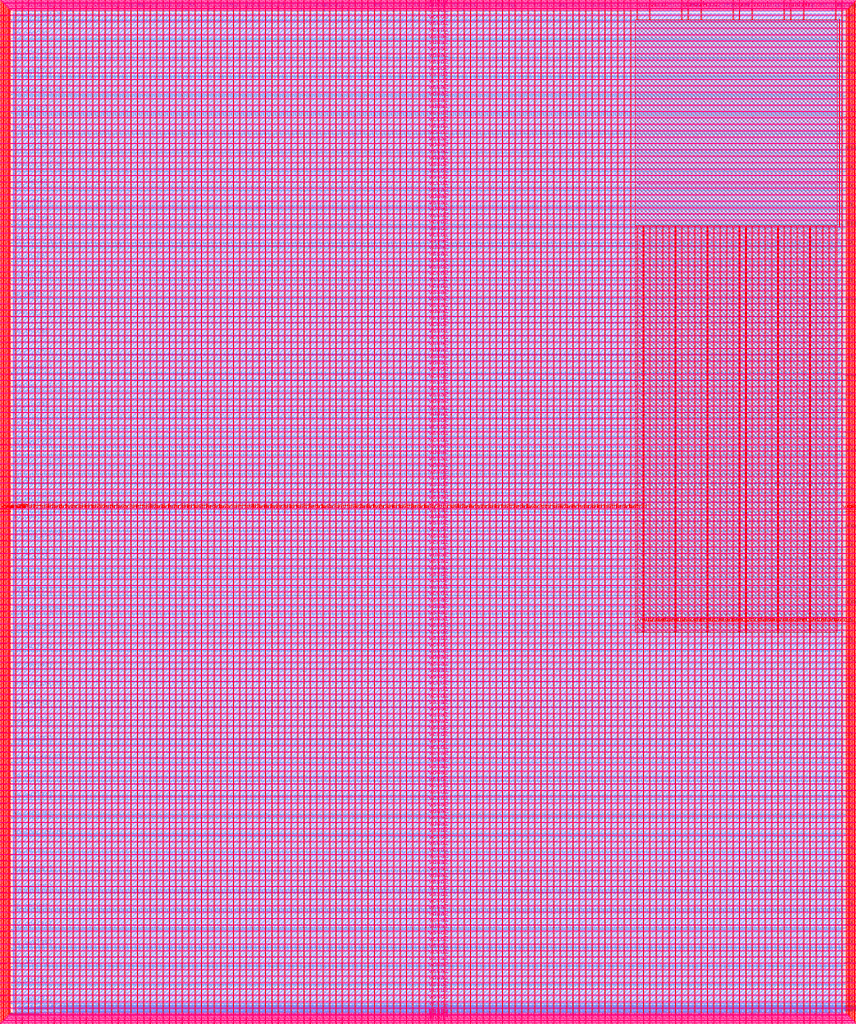
<source format=lef>
VERSION 5.7 ;
  NOWIREEXTENSIONATPIN ON ;
  DIVIDERCHAR "/" ;
  BUSBITCHARS "[]" ;
MACRO user_project_wrapper
  CLASS BLOCK ;
  FOREIGN user_project_wrapper ;
  ORIGIN 0.000 0.000 ;
  SIZE 2920.000 BY 3520.000 ;
  PIN analog_io[0]
    DIRECTION INOUT ;
    USE SIGNAL ;
    PORT
      LAYER met3 ;
        RECT 2917.600 1426.380 2924.800 1427.580 ;
    END
  END analog_io[0]
  PIN analog_io[10]
    DIRECTION INOUT ;
    USE SIGNAL ;
    PORT
      LAYER met2 ;
        RECT 2230.490 3517.600 2231.050 3524.800 ;
    END
  END analog_io[10]
  PIN analog_io[11]
    DIRECTION INOUT ;
    USE SIGNAL ;
    PORT
      LAYER met2 ;
        RECT 1905.730 3517.600 1906.290 3524.800 ;
    END
  END analog_io[11]
  PIN analog_io[12]
    DIRECTION INOUT ;
    USE SIGNAL ;
    PORT
      LAYER met2 ;
        RECT 1581.430 3517.600 1581.990 3524.800 ;
    END
  END analog_io[12]
  PIN analog_io[13]
    DIRECTION INOUT ;
    USE SIGNAL ;
    PORT
      LAYER met2 ;
        RECT 1257.130 3517.600 1257.690 3524.800 ;
    END
  END analog_io[13]
  PIN analog_io[14]
    DIRECTION INOUT ;
    USE SIGNAL ;
    PORT
      LAYER met2 ;
        RECT 932.370 3517.600 932.930 3524.800 ;
    END
  END analog_io[14]
  PIN analog_io[15]
    DIRECTION INOUT ;
    USE SIGNAL ;
    PORT
      LAYER met2 ;
        RECT 608.070 3517.600 608.630 3524.800 ;
    END
  END analog_io[15]
  PIN analog_io[16]
    DIRECTION INOUT ;
    USE SIGNAL ;
    PORT
      LAYER met2 ;
        RECT 283.770 3517.600 284.330 3524.800 ;
    END
  END analog_io[16]
  PIN analog_io[17]
    DIRECTION INOUT ;
    USE SIGNAL ;
    PORT
      LAYER met3 ;
        RECT -4.800 3486.100 2.400 3487.300 ;
    END
  END analog_io[17]
  PIN analog_io[18]
    DIRECTION INOUT ;
    USE SIGNAL ;
    PORT
      LAYER met3 ;
        RECT -4.800 3224.980 2.400 3226.180 ;
    END
  END analog_io[18]
  PIN analog_io[19]
    DIRECTION INOUT ;
    USE SIGNAL ;
    PORT
      LAYER met3 ;
        RECT -4.800 2964.540 2.400 2965.740 ;
    END
  END analog_io[19]
  PIN analog_io[1]
    DIRECTION INOUT ;
    USE SIGNAL ;
    PORT
      LAYER met3 ;
        RECT 2917.600 1692.260 2924.800 1693.460 ;
    END
  END analog_io[1]
  PIN analog_io[20]
    DIRECTION INOUT ;
    USE SIGNAL ;
    PORT
      LAYER met3 ;
        RECT -4.800 2703.420 2.400 2704.620 ;
    END
  END analog_io[20]
  PIN analog_io[21]
    DIRECTION INOUT ;
    USE SIGNAL ;
    PORT
      LAYER met3 ;
        RECT -4.800 2442.980 2.400 2444.180 ;
    END
  END analog_io[21]
  PIN analog_io[22]
    DIRECTION INOUT ;
    USE SIGNAL ;
    PORT
      LAYER met3 ;
        RECT -4.800 2182.540 2.400 2183.740 ;
    END
  END analog_io[22]
  PIN analog_io[23]
    DIRECTION INOUT ;
    USE SIGNAL ;
    PORT
      LAYER met3 ;
        RECT -4.800 1921.420 2.400 1922.620 ;
    END
  END analog_io[23]
  PIN analog_io[24]
    DIRECTION INOUT ;
    USE SIGNAL ;
    PORT
      LAYER met3 ;
        RECT -4.800 1660.980 2.400 1662.180 ;
    END
  END analog_io[24]
  PIN analog_io[25]
    DIRECTION INOUT ;
    USE SIGNAL ;
    PORT
      LAYER met3 ;
        RECT -4.800 1399.860 2.400 1401.060 ;
    END
  END analog_io[25]
  PIN analog_io[26]
    DIRECTION INOUT ;
    USE SIGNAL ;
    PORT
      LAYER met3 ;
        RECT -4.800 1139.420 2.400 1140.620 ;
    END
  END analog_io[26]
  PIN analog_io[27]
    DIRECTION INOUT ;
    USE SIGNAL ;
    PORT
      LAYER met3 ;
        RECT -4.800 878.980 2.400 880.180 ;
    END
  END analog_io[27]
  PIN analog_io[28]
    DIRECTION INOUT ;
    USE SIGNAL ;
    PORT
      LAYER met3 ;
        RECT -4.800 617.860 2.400 619.060 ;
    END
  END analog_io[28]
  PIN analog_io[2]
    DIRECTION INOUT ;
    USE SIGNAL ;
    PORT
      LAYER met3 ;
        RECT 2917.600 1958.140 2924.800 1959.340 ;
    END
  END analog_io[2]
  PIN analog_io[3]
    DIRECTION INOUT ;
    USE SIGNAL ;
    PORT
      LAYER met3 ;
        RECT 2917.600 2223.340 2924.800 2224.540 ;
    END
  END analog_io[3]
  PIN analog_io[4]
    DIRECTION INOUT ;
    USE SIGNAL ;
    PORT
      LAYER met3 ;
        RECT 2917.600 2489.220 2924.800 2490.420 ;
    END
  END analog_io[4]
  PIN analog_io[5]
    DIRECTION INOUT ;
    USE SIGNAL ;
    PORT
      LAYER met3 ;
        RECT 2917.600 2755.100 2924.800 2756.300 ;
    END
  END analog_io[5]
  PIN analog_io[6]
    DIRECTION INOUT ;
    USE SIGNAL ;
    PORT
      LAYER met3 ;
        RECT 2917.600 3020.300 2924.800 3021.500 ;
    END
  END analog_io[6]
  PIN analog_io[7]
    DIRECTION INOUT ;
    USE SIGNAL ;
    PORT
      LAYER met3 ;
        RECT 2917.600 3286.180 2924.800 3287.380 ;
    END
  END analog_io[7]
  PIN analog_io[8]
    DIRECTION INOUT ;
    USE SIGNAL ;
    PORT
      LAYER met2 ;
        RECT 2879.090 3517.600 2879.650 3524.800 ;
    END
  END analog_io[8]
  PIN analog_io[9]
    DIRECTION INOUT ;
    USE SIGNAL ;
    PORT
      LAYER met2 ;
        RECT 2554.790 3517.600 2555.350 3524.800 ;
    END
  END analog_io[9]
  PIN io_in[0]
    DIRECTION INPUT ;
    USE SIGNAL ;
    PORT
      LAYER met3 ;
        RECT 2917.600 32.380 2924.800 33.580 ;
    END
  END io_in[0]
  PIN io_in[10]
    DIRECTION INPUT ;
    USE SIGNAL ;
    PORT
      LAYER met3 ;
        RECT 2917.600 2289.980 2924.800 2291.180 ;
    END
  END io_in[10]
  PIN io_in[11]
    DIRECTION INPUT ;
    USE SIGNAL ;
    PORT
      LAYER met3 ;
        RECT 2917.600 2555.860 2924.800 2557.060 ;
    END
  END io_in[11]
  PIN io_in[12]
    DIRECTION INPUT ;
    USE SIGNAL ;
    PORT
      LAYER met3 ;
        RECT 2917.600 2821.060 2924.800 2822.260 ;
    END
  END io_in[12]
  PIN io_in[13]
    DIRECTION INPUT ;
    USE SIGNAL ;
    PORT
      LAYER met3 ;
        RECT 2917.600 3086.940 2924.800 3088.140 ;
    END
  END io_in[13]
  PIN io_in[14]
    DIRECTION INPUT ;
    USE SIGNAL ;
    PORT
      LAYER met3 ;
        RECT 2917.600 3352.820 2924.800 3354.020 ;
    END
  END io_in[14]
  PIN io_in[15]
    DIRECTION INPUT ;
    USE SIGNAL ;
    PORT
      LAYER met2 ;
        RECT 2798.130 3517.600 2798.690 3524.800 ;
    END
  END io_in[15]
  PIN io_in[16]
    DIRECTION INPUT ;
    USE SIGNAL ;
    PORT
      LAYER met2 ;
        RECT 2473.830 3517.600 2474.390 3524.800 ;
    END
  END io_in[16]
  PIN io_in[17]
    DIRECTION INPUT ;
    USE SIGNAL ;
    PORT
      LAYER met2 ;
        RECT 2149.070 3517.600 2149.630 3524.800 ;
    END
  END io_in[17]
  PIN io_in[18]
    DIRECTION INPUT ;
    USE SIGNAL ;
    PORT
      LAYER met2 ;
        RECT 1824.770 3517.600 1825.330 3524.800 ;
    END
  END io_in[18]
  PIN io_in[19]
    DIRECTION INPUT ;
    USE SIGNAL ;
    PORT
      LAYER met2 ;
        RECT 1500.470 3517.600 1501.030 3524.800 ;
    END
  END io_in[19]
  PIN io_in[1]
    DIRECTION INPUT ;
    USE SIGNAL ;
    PORT
      LAYER met3 ;
        RECT 2917.600 230.940 2924.800 232.140 ;
    END
  END io_in[1]
  PIN io_in[20]
    DIRECTION INPUT ;
    USE SIGNAL ;
    PORT
      LAYER met2 ;
        RECT 1175.710 3517.600 1176.270 3524.800 ;
    END
  END io_in[20]
  PIN io_in[21]
    DIRECTION INPUT ;
    USE SIGNAL ;
    PORT
      LAYER met2 ;
        RECT 851.410 3517.600 851.970 3524.800 ;
    END
  END io_in[21]
  PIN io_in[22]
    DIRECTION INPUT ;
    USE SIGNAL ;
    PORT
      LAYER met2 ;
        RECT 527.110 3517.600 527.670 3524.800 ;
    END
  END io_in[22]
  PIN io_in[23]
    DIRECTION INPUT ;
    USE SIGNAL ;
    PORT
      LAYER met2 ;
        RECT 202.350 3517.600 202.910 3524.800 ;
    END
  END io_in[23]
  PIN io_in[24]
    DIRECTION INPUT ;
    USE SIGNAL ;
    PORT
      LAYER met3 ;
        RECT -4.800 3420.820 2.400 3422.020 ;
    END
  END io_in[24]
  PIN io_in[25]
    DIRECTION INPUT ;
    USE SIGNAL ;
    PORT
      LAYER met3 ;
        RECT -4.800 3159.700 2.400 3160.900 ;
    END
  END io_in[25]
  PIN io_in[26]
    DIRECTION INPUT ;
    USE SIGNAL ;
    PORT
      LAYER met3 ;
        RECT -4.800 2899.260 2.400 2900.460 ;
    END
  END io_in[26]
  PIN io_in[27]
    DIRECTION INPUT ;
    USE SIGNAL ;
    PORT
      LAYER met3 ;
        RECT -4.800 2638.820 2.400 2640.020 ;
    END
  END io_in[27]
  PIN io_in[28]
    DIRECTION INPUT ;
    USE SIGNAL ;
    PORT
      LAYER met3 ;
        RECT -4.800 2377.700 2.400 2378.900 ;
    END
  END io_in[28]
  PIN io_in[29]
    DIRECTION INPUT ;
    USE SIGNAL ;
    PORT
      LAYER met3 ;
        RECT -4.800 2117.260 2.400 2118.460 ;
    END
  END io_in[29]
  PIN io_in[2]
    DIRECTION INPUT ;
    USE SIGNAL ;
    PORT
      LAYER met3 ;
        RECT 2917.600 430.180 2924.800 431.380 ;
    END
  END io_in[2]
  PIN io_in[30]
    DIRECTION INPUT ;
    USE SIGNAL ;
    PORT
      LAYER met3 ;
        RECT -4.800 1856.140 2.400 1857.340 ;
    END
  END io_in[30]
  PIN io_in[31]
    DIRECTION INPUT ;
    USE SIGNAL ;
    PORT
      LAYER met3 ;
        RECT -4.800 1595.700 2.400 1596.900 ;
    END
  END io_in[31]
  PIN io_in[32]
    DIRECTION INPUT ;
    USE SIGNAL ;
    PORT
      LAYER met3 ;
        RECT -4.800 1335.260 2.400 1336.460 ;
    END
  END io_in[32]
  PIN io_in[33]
    DIRECTION INPUT ;
    USE SIGNAL ;
    PORT
      LAYER met3 ;
        RECT -4.800 1074.140 2.400 1075.340 ;
    END
  END io_in[33]
  PIN io_in[34]
    DIRECTION INPUT ;
    USE SIGNAL ;
    PORT
      LAYER met3 ;
        RECT -4.800 813.700 2.400 814.900 ;
    END
  END io_in[34]
  PIN io_in[35]
    DIRECTION INPUT ;
    USE SIGNAL ;
    PORT
      LAYER met3 ;
        RECT -4.800 552.580 2.400 553.780 ;
    END
  END io_in[35]
  PIN io_in[36]
    DIRECTION INPUT ;
    USE SIGNAL ;
    PORT
      LAYER met3 ;
        RECT -4.800 357.420 2.400 358.620 ;
    END
  END io_in[36]
  PIN io_in[37]
    DIRECTION INPUT ;
    USE SIGNAL ;
    PORT
      LAYER met3 ;
        RECT -4.800 161.580 2.400 162.780 ;
    END
  END io_in[37]
  PIN io_in[3]
    DIRECTION INPUT ;
    USE SIGNAL ;
    PORT
      LAYER met3 ;
        RECT 2917.600 629.420 2924.800 630.620 ;
    END
  END io_in[3]
  PIN io_in[4]
    DIRECTION INPUT ;
    USE SIGNAL ;
    PORT
      LAYER met3 ;
        RECT 2917.600 828.660 2924.800 829.860 ;
    END
  END io_in[4]
  PIN io_in[5]
    DIRECTION INPUT ;
    USE SIGNAL ;
    PORT
      LAYER met3 ;
        RECT 2917.600 1027.900 2924.800 1029.100 ;
    END
  END io_in[5]
  PIN io_in[6]
    DIRECTION INPUT ;
    USE SIGNAL ;
    PORT
      LAYER met3 ;
        RECT 2917.600 1227.140 2924.800 1228.340 ;
    END
  END io_in[6]
  PIN io_in[7]
    DIRECTION INPUT ;
    USE SIGNAL ;
    PORT
      LAYER met3 ;
        RECT 2917.600 1493.020 2924.800 1494.220 ;
    END
  END io_in[7]
  PIN io_in[8]
    DIRECTION INPUT ;
    USE SIGNAL ;
    PORT
      LAYER met3 ;
        RECT 2917.600 1758.900 2924.800 1760.100 ;
    END
  END io_in[8]
  PIN io_in[9]
    DIRECTION INPUT ;
    USE SIGNAL ;
    PORT
      LAYER met3 ;
        RECT 2917.600 2024.100 2924.800 2025.300 ;
    END
  END io_in[9]
  PIN io_oeb[0]
    DIRECTION OUTPUT TRISTATE ;
    USE SIGNAL ;
    PORT
      LAYER met3 ;
        RECT 2917.600 164.980 2924.800 166.180 ;
    END
  END io_oeb[0]
  PIN io_oeb[10]
    DIRECTION OUTPUT TRISTATE ;
    USE SIGNAL ;
    PORT
      LAYER met3 ;
        RECT 2917.600 2422.580 2924.800 2423.780 ;
    END
  END io_oeb[10]
  PIN io_oeb[11]
    DIRECTION OUTPUT TRISTATE ;
    USE SIGNAL ;
    PORT
      LAYER met3 ;
        RECT 2917.600 2688.460 2924.800 2689.660 ;
    END
  END io_oeb[11]
  PIN io_oeb[12]
    DIRECTION OUTPUT TRISTATE ;
    USE SIGNAL ;
    PORT
      LAYER met3 ;
        RECT 2917.600 2954.340 2924.800 2955.540 ;
    END
  END io_oeb[12]
  PIN io_oeb[13]
    DIRECTION OUTPUT TRISTATE ;
    USE SIGNAL ;
    PORT
      LAYER met3 ;
        RECT 2917.600 3219.540 2924.800 3220.740 ;
    END
  END io_oeb[13]
  PIN io_oeb[14]
    DIRECTION OUTPUT TRISTATE ;
    USE SIGNAL ;
    PORT
      LAYER met3 ;
        RECT 2917.600 3485.420 2924.800 3486.620 ;
    END
  END io_oeb[14]
  PIN io_oeb[15]
    DIRECTION OUTPUT TRISTATE ;
    USE SIGNAL ;
    PORT
      LAYER met2 ;
        RECT 2635.750 3517.600 2636.310 3524.800 ;
    END
  END io_oeb[15]
  PIN io_oeb[16]
    DIRECTION OUTPUT TRISTATE ;
    USE SIGNAL ;
    PORT
      LAYER met2 ;
        RECT 2311.450 3517.600 2312.010 3524.800 ;
    END
  END io_oeb[16]
  PIN io_oeb[17]
    DIRECTION OUTPUT TRISTATE ;
    USE SIGNAL ;
    PORT
      LAYER met2 ;
        RECT 1987.150 3517.600 1987.710 3524.800 ;
    END
  END io_oeb[17]
  PIN io_oeb[18]
    DIRECTION OUTPUT TRISTATE ;
    USE SIGNAL ;
    PORT
      LAYER met2 ;
        RECT 1662.390 3517.600 1662.950 3524.800 ;
    END
  END io_oeb[18]
  PIN io_oeb[19]
    DIRECTION OUTPUT TRISTATE ;
    USE SIGNAL ;
    PORT
      LAYER met2 ;
        RECT 1338.090 3517.600 1338.650 3524.800 ;
    END
  END io_oeb[19]
  PIN io_oeb[1]
    DIRECTION OUTPUT TRISTATE ;
    USE SIGNAL ;
    PORT
      LAYER met3 ;
        RECT 2917.600 364.220 2924.800 365.420 ;
    END
  END io_oeb[1]
  PIN io_oeb[20]
    DIRECTION OUTPUT TRISTATE ;
    USE SIGNAL ;
    PORT
      LAYER met2 ;
        RECT 1013.790 3517.600 1014.350 3524.800 ;
    END
  END io_oeb[20]
  PIN io_oeb[21]
    DIRECTION OUTPUT TRISTATE ;
    USE SIGNAL ;
    PORT
      LAYER met2 ;
        RECT 689.030 3517.600 689.590 3524.800 ;
    END
  END io_oeb[21]
  PIN io_oeb[22]
    DIRECTION OUTPUT TRISTATE ;
    USE SIGNAL ;
    PORT
      LAYER met2 ;
        RECT 364.730 3517.600 365.290 3524.800 ;
    END
  END io_oeb[22]
  PIN io_oeb[23]
    DIRECTION OUTPUT TRISTATE ;
    USE SIGNAL ;
    PORT
      LAYER met2 ;
        RECT 40.430 3517.600 40.990 3524.800 ;
    END
  END io_oeb[23]
  PIN io_oeb[24]
    DIRECTION OUTPUT TRISTATE ;
    USE SIGNAL ;
    PORT
      LAYER met3 ;
        RECT -4.800 3290.260 2.400 3291.460 ;
    END
  END io_oeb[24]
  PIN io_oeb[25]
    DIRECTION OUTPUT TRISTATE ;
    USE SIGNAL ;
    PORT
      LAYER met3 ;
        RECT -4.800 3029.820 2.400 3031.020 ;
    END
  END io_oeb[25]
  PIN io_oeb[26]
    DIRECTION OUTPUT TRISTATE ;
    USE SIGNAL ;
    PORT
      LAYER met3 ;
        RECT -4.800 2768.700 2.400 2769.900 ;
    END
  END io_oeb[26]
  PIN io_oeb[27]
    DIRECTION OUTPUT TRISTATE ;
    USE SIGNAL ;
    PORT
      LAYER met3 ;
        RECT -4.800 2508.260 2.400 2509.460 ;
    END
  END io_oeb[27]
  PIN io_oeb[28]
    DIRECTION OUTPUT TRISTATE ;
    USE SIGNAL ;
    PORT
      LAYER met3 ;
        RECT -4.800 2247.140 2.400 2248.340 ;
    END
  END io_oeb[28]
  PIN io_oeb[29]
    DIRECTION OUTPUT TRISTATE ;
    USE SIGNAL ;
    PORT
      LAYER met3 ;
        RECT -4.800 1986.700 2.400 1987.900 ;
    END
  END io_oeb[29]
  PIN io_oeb[2]
    DIRECTION OUTPUT TRISTATE ;
    USE SIGNAL ;
    PORT
      LAYER met3 ;
        RECT 2917.600 563.460 2924.800 564.660 ;
    END
  END io_oeb[2]
  PIN io_oeb[30]
    DIRECTION OUTPUT TRISTATE ;
    USE SIGNAL ;
    PORT
      LAYER met3 ;
        RECT -4.800 1726.260 2.400 1727.460 ;
    END
  END io_oeb[30]
  PIN io_oeb[31]
    DIRECTION OUTPUT TRISTATE ;
    USE SIGNAL ;
    PORT
      LAYER met3 ;
        RECT -4.800 1465.140 2.400 1466.340 ;
    END
  END io_oeb[31]
  PIN io_oeb[32]
    DIRECTION OUTPUT TRISTATE ;
    USE SIGNAL ;
    PORT
      LAYER met3 ;
        RECT -4.800 1204.700 2.400 1205.900 ;
    END
  END io_oeb[32]
  PIN io_oeb[33]
    DIRECTION OUTPUT TRISTATE ;
    USE SIGNAL ;
    PORT
      LAYER met3 ;
        RECT -4.800 943.580 2.400 944.780 ;
    END
  END io_oeb[33]
  PIN io_oeb[34]
    DIRECTION OUTPUT TRISTATE ;
    USE SIGNAL ;
    PORT
      LAYER met3 ;
        RECT -4.800 683.140 2.400 684.340 ;
    END
  END io_oeb[34]
  PIN io_oeb[35]
    DIRECTION OUTPUT TRISTATE ;
    USE SIGNAL ;
    PORT
      LAYER met3 ;
        RECT -4.800 422.700 2.400 423.900 ;
    END
  END io_oeb[35]
  PIN io_oeb[36]
    DIRECTION OUTPUT TRISTATE ;
    USE SIGNAL ;
    PORT
      LAYER met3 ;
        RECT -4.800 226.860 2.400 228.060 ;
    END
  END io_oeb[36]
  PIN io_oeb[37]
    DIRECTION OUTPUT TRISTATE ;
    USE SIGNAL ;
    PORT
      LAYER met3 ;
        RECT -4.800 31.700 2.400 32.900 ;
    END
  END io_oeb[37]
  PIN io_oeb[3]
    DIRECTION OUTPUT TRISTATE ;
    USE SIGNAL ;
    PORT
      LAYER met3 ;
        RECT 2917.600 762.700 2924.800 763.900 ;
    END
  END io_oeb[3]
  PIN io_oeb[4]
    DIRECTION OUTPUT TRISTATE ;
    USE SIGNAL ;
    PORT
      LAYER met3 ;
        RECT 2917.600 961.940 2924.800 963.140 ;
    END
  END io_oeb[4]
  PIN io_oeb[5]
    DIRECTION OUTPUT TRISTATE ;
    USE SIGNAL ;
    PORT
      LAYER met3 ;
        RECT 2917.600 1161.180 2924.800 1162.380 ;
    END
  END io_oeb[5]
  PIN io_oeb[6]
    DIRECTION OUTPUT TRISTATE ;
    USE SIGNAL ;
    PORT
      LAYER met3 ;
        RECT 2917.600 1360.420 2924.800 1361.620 ;
    END
  END io_oeb[6]
  PIN io_oeb[7]
    DIRECTION OUTPUT TRISTATE ;
    USE SIGNAL ;
    PORT
      LAYER met3 ;
        RECT 2917.600 1625.620 2924.800 1626.820 ;
    END
  END io_oeb[7]
  PIN io_oeb[8]
    DIRECTION OUTPUT TRISTATE ;
    USE SIGNAL ;
    PORT
      LAYER met3 ;
        RECT 2917.600 1891.500 2924.800 1892.700 ;
    END
  END io_oeb[8]
  PIN io_oeb[9]
    DIRECTION OUTPUT TRISTATE ;
    USE SIGNAL ;
    PORT
      LAYER met3 ;
        RECT 2917.600 2157.380 2924.800 2158.580 ;
    END
  END io_oeb[9]
  PIN io_out[0]
    DIRECTION OUTPUT TRISTATE ;
    USE SIGNAL ;
    PORT
      LAYER met3 ;
        RECT 2917.600 98.340 2924.800 99.540 ;
    END
  END io_out[0]
  PIN io_out[10]
    DIRECTION OUTPUT TRISTATE ;
    USE SIGNAL ;
    PORT
      LAYER met3 ;
        RECT 2917.600 2356.620 2924.800 2357.820 ;
    END
  END io_out[10]
  PIN io_out[11]
    DIRECTION OUTPUT TRISTATE ;
    USE SIGNAL ;
    PORT
      LAYER met3 ;
        RECT 2917.600 2621.820 2924.800 2623.020 ;
    END
  END io_out[11]
  PIN io_out[12]
    DIRECTION OUTPUT TRISTATE ;
    USE SIGNAL ;
    PORT
      LAYER met3 ;
        RECT 2917.600 2887.700 2924.800 2888.900 ;
    END
  END io_out[12]
  PIN io_out[13]
    DIRECTION OUTPUT TRISTATE ;
    USE SIGNAL ;
    PORT
      LAYER met3 ;
        RECT 2917.600 3153.580 2924.800 3154.780 ;
    END
  END io_out[13]
  PIN io_out[14]
    DIRECTION OUTPUT TRISTATE ;
    USE SIGNAL ;
    PORT
      LAYER met3 ;
        RECT 2917.600 3418.780 2924.800 3419.980 ;
    END
  END io_out[14]
  PIN io_out[15]
    DIRECTION OUTPUT TRISTATE ;
    USE SIGNAL ;
    PORT
      LAYER met2 ;
        RECT 2717.170 3517.600 2717.730 3524.800 ;
    END
  END io_out[15]
  PIN io_out[16]
    DIRECTION OUTPUT TRISTATE ;
    USE SIGNAL ;
    PORT
      LAYER met2 ;
        RECT 2392.410 3517.600 2392.970 3524.800 ;
    END
  END io_out[16]
  PIN io_out[17]
    DIRECTION OUTPUT TRISTATE ;
    USE SIGNAL ;
    PORT
      LAYER met2 ;
        RECT 2068.110 3517.600 2068.670 3524.800 ;
    END
  END io_out[17]
  PIN io_out[18]
    DIRECTION OUTPUT TRISTATE ;
    USE SIGNAL ;
    PORT
      LAYER met2 ;
        RECT 1743.810 3517.600 1744.370 3524.800 ;
    END
  END io_out[18]
  PIN io_out[19]
    DIRECTION OUTPUT TRISTATE ;
    USE SIGNAL ;
    PORT
      LAYER met2 ;
        RECT 1419.050 3517.600 1419.610 3524.800 ;
    END
  END io_out[19]
  PIN io_out[1]
    DIRECTION OUTPUT TRISTATE ;
    USE SIGNAL ;
    PORT
      LAYER met3 ;
        RECT 2917.600 297.580 2924.800 298.780 ;
    END
  END io_out[1]
  PIN io_out[20]
    DIRECTION OUTPUT TRISTATE ;
    USE SIGNAL ;
    PORT
      LAYER met2 ;
        RECT 1094.750 3517.600 1095.310 3524.800 ;
    END
  END io_out[20]
  PIN io_out[21]
    DIRECTION OUTPUT TRISTATE ;
    USE SIGNAL ;
    PORT
      LAYER met2 ;
        RECT 770.450 3517.600 771.010 3524.800 ;
    END
  END io_out[21]
  PIN io_out[22]
    DIRECTION OUTPUT TRISTATE ;
    USE SIGNAL ;
    PORT
      LAYER met2 ;
        RECT 445.690 3517.600 446.250 3524.800 ;
    END
  END io_out[22]
  PIN io_out[23]
    DIRECTION OUTPUT TRISTATE ;
    USE SIGNAL ;
    PORT
      LAYER met2 ;
        RECT 121.390 3517.600 121.950 3524.800 ;
    END
  END io_out[23]
  PIN io_out[24]
    DIRECTION OUTPUT TRISTATE ;
    USE SIGNAL ;
    PORT
      LAYER met3 ;
        RECT -4.800 3355.540 2.400 3356.740 ;
    END
  END io_out[24]
  PIN io_out[25]
    DIRECTION OUTPUT TRISTATE ;
    USE SIGNAL ;
    PORT
      LAYER met3 ;
        RECT -4.800 3095.100 2.400 3096.300 ;
    END
  END io_out[25]
  PIN io_out[26]
    DIRECTION OUTPUT TRISTATE ;
    USE SIGNAL ;
    PORT
      LAYER met3 ;
        RECT -4.800 2833.980 2.400 2835.180 ;
    END
  END io_out[26]
  PIN io_out[27]
    DIRECTION OUTPUT TRISTATE ;
    USE SIGNAL ;
    PORT
      LAYER met3 ;
        RECT -4.800 2573.540 2.400 2574.740 ;
    END
  END io_out[27]
  PIN io_out[28]
    DIRECTION OUTPUT TRISTATE ;
    USE SIGNAL ;
    PORT
      LAYER met3 ;
        RECT -4.800 2312.420 2.400 2313.620 ;
    END
  END io_out[28]
  PIN io_out[29]
    DIRECTION OUTPUT TRISTATE ;
    USE SIGNAL ;
    PORT
      LAYER met3 ;
        RECT -4.800 2051.980 2.400 2053.180 ;
    END
  END io_out[29]
  PIN io_out[2]
    DIRECTION OUTPUT TRISTATE ;
    USE SIGNAL ;
    PORT
      LAYER met3 ;
        RECT 2917.600 496.820 2924.800 498.020 ;
    END
  END io_out[2]
  PIN io_out[30]
    DIRECTION OUTPUT TRISTATE ;
    USE SIGNAL ;
    PORT
      LAYER met3 ;
        RECT -4.800 1791.540 2.400 1792.740 ;
    END
  END io_out[30]
  PIN io_out[31]
    DIRECTION OUTPUT TRISTATE ;
    USE SIGNAL ;
    PORT
      LAYER met3 ;
        RECT -4.800 1530.420 2.400 1531.620 ;
    END
  END io_out[31]
  PIN io_out[32]
    DIRECTION OUTPUT TRISTATE ;
    USE SIGNAL ;
    PORT
      LAYER met3 ;
        RECT -4.800 1269.980 2.400 1271.180 ;
    END
  END io_out[32]
  PIN io_out[33]
    DIRECTION OUTPUT TRISTATE ;
    USE SIGNAL ;
    PORT
      LAYER met3 ;
        RECT -4.800 1008.860 2.400 1010.060 ;
    END
  END io_out[33]
  PIN io_out[34]
    DIRECTION OUTPUT TRISTATE ;
    USE SIGNAL ;
    PORT
      LAYER met3 ;
        RECT -4.800 748.420 2.400 749.620 ;
    END
  END io_out[34]
  PIN io_out[35]
    DIRECTION OUTPUT TRISTATE ;
    USE SIGNAL ;
    PORT
      LAYER met3 ;
        RECT -4.800 487.300 2.400 488.500 ;
    END
  END io_out[35]
  PIN io_out[36]
    DIRECTION OUTPUT TRISTATE ;
    USE SIGNAL ;
    PORT
      LAYER met3 ;
        RECT -4.800 292.140 2.400 293.340 ;
    END
  END io_out[36]
  PIN io_out[37]
    DIRECTION OUTPUT TRISTATE ;
    USE SIGNAL ;
    PORT
      LAYER met3 ;
        RECT -4.800 96.300 2.400 97.500 ;
    END
  END io_out[37]
  PIN io_out[3]
    DIRECTION OUTPUT TRISTATE ;
    USE SIGNAL ;
    PORT
      LAYER met3 ;
        RECT 2917.600 696.060 2924.800 697.260 ;
    END
  END io_out[3]
  PIN io_out[4]
    DIRECTION OUTPUT TRISTATE ;
    USE SIGNAL ;
    PORT
      LAYER met3 ;
        RECT 2917.600 895.300 2924.800 896.500 ;
    END
  END io_out[4]
  PIN io_out[5]
    DIRECTION OUTPUT TRISTATE ;
    USE SIGNAL ;
    PORT
      LAYER met3 ;
        RECT 2917.600 1094.540 2924.800 1095.740 ;
    END
  END io_out[5]
  PIN io_out[6]
    DIRECTION OUTPUT TRISTATE ;
    USE SIGNAL ;
    PORT
      LAYER met3 ;
        RECT 2917.600 1293.780 2924.800 1294.980 ;
    END
  END io_out[6]
  PIN io_out[7]
    DIRECTION OUTPUT TRISTATE ;
    USE SIGNAL ;
    PORT
      LAYER met3 ;
        RECT 2917.600 1559.660 2924.800 1560.860 ;
    END
  END io_out[7]
  PIN io_out[8]
    DIRECTION OUTPUT TRISTATE ;
    USE SIGNAL ;
    PORT
      LAYER met3 ;
        RECT 2917.600 1824.860 2924.800 1826.060 ;
    END
  END io_out[8]
  PIN io_out[9]
    DIRECTION OUTPUT TRISTATE ;
    USE SIGNAL ;
    PORT
      LAYER met3 ;
        RECT 2917.600 2090.740 2924.800 2091.940 ;
    END
  END io_out[9]
  PIN la_data_in[0]
    DIRECTION INPUT ;
    USE SIGNAL ;
    PORT
      LAYER met2 ;
        RECT 629.230 -4.800 629.790 2.400 ;
    END
  END la_data_in[0]
  PIN la_data_in[100]
    DIRECTION INPUT ;
    USE SIGNAL ;
    PORT
      LAYER met2 ;
        RECT 2402.530 -4.800 2403.090 2.400 ;
    END
  END la_data_in[100]
  PIN la_data_in[101]
    DIRECTION INPUT ;
    USE SIGNAL ;
    PORT
      LAYER met2 ;
        RECT 2420.010 -4.800 2420.570 2.400 ;
    END
  END la_data_in[101]
  PIN la_data_in[102]
    DIRECTION INPUT ;
    USE SIGNAL ;
    PORT
      LAYER met2 ;
        RECT 2437.950 -4.800 2438.510 2.400 ;
    END
  END la_data_in[102]
  PIN la_data_in[103]
    DIRECTION INPUT ;
    USE SIGNAL ;
    PORT
      LAYER met2 ;
        RECT 2455.430 -4.800 2455.990 2.400 ;
    END
  END la_data_in[103]
  PIN la_data_in[104]
    DIRECTION INPUT ;
    USE SIGNAL ;
    PORT
      LAYER met2 ;
        RECT 2473.370 -4.800 2473.930 2.400 ;
    END
  END la_data_in[104]
  PIN la_data_in[105]
    DIRECTION INPUT ;
    USE SIGNAL ;
    PORT
      LAYER met2 ;
        RECT 2490.850 -4.800 2491.410 2.400 ;
    END
  END la_data_in[105]
  PIN la_data_in[106]
    DIRECTION INPUT ;
    USE SIGNAL ;
    PORT
      LAYER met2 ;
        RECT 2508.790 -4.800 2509.350 2.400 ;
    END
  END la_data_in[106]
  PIN la_data_in[107]
    DIRECTION INPUT ;
    USE SIGNAL ;
    PORT
      LAYER met2 ;
        RECT 2526.730 -4.800 2527.290 2.400 ;
    END
  END la_data_in[107]
  PIN la_data_in[108]
    DIRECTION INPUT ;
    USE SIGNAL ;
    PORT
      LAYER met2 ;
        RECT 2544.210 -4.800 2544.770 2.400 ;
    END
  END la_data_in[108]
  PIN la_data_in[109]
    DIRECTION INPUT ;
    USE SIGNAL ;
    PORT
      LAYER met2 ;
        RECT 2562.150 -4.800 2562.710 2.400 ;
    END
  END la_data_in[109]
  PIN la_data_in[10]
    DIRECTION INPUT ;
    USE SIGNAL ;
    PORT
      LAYER met2 ;
        RECT 806.330 -4.800 806.890 2.400 ;
    END
  END la_data_in[10]
  PIN la_data_in[110]
    DIRECTION INPUT ;
    USE SIGNAL ;
    PORT
      LAYER met2 ;
        RECT 2579.630 -4.800 2580.190 2.400 ;
    END
  END la_data_in[110]
  PIN la_data_in[111]
    DIRECTION INPUT ;
    USE SIGNAL ;
    PORT
      LAYER met2 ;
        RECT 2597.570 -4.800 2598.130 2.400 ;
    END
  END la_data_in[111]
  PIN la_data_in[112]
    DIRECTION INPUT ;
    USE SIGNAL ;
    PORT
      LAYER met2 ;
        RECT 2615.050 -4.800 2615.610 2.400 ;
    END
  END la_data_in[112]
  PIN la_data_in[113]
    DIRECTION INPUT ;
    USE SIGNAL ;
    PORT
      LAYER met2 ;
        RECT 2632.990 -4.800 2633.550 2.400 ;
    END
  END la_data_in[113]
  PIN la_data_in[114]
    DIRECTION INPUT ;
    USE SIGNAL ;
    PORT
      LAYER met2 ;
        RECT 2650.470 -4.800 2651.030 2.400 ;
    END
  END la_data_in[114]
  PIN la_data_in[115]
    DIRECTION INPUT ;
    USE SIGNAL ;
    PORT
      LAYER met2 ;
        RECT 2668.410 -4.800 2668.970 2.400 ;
    END
  END la_data_in[115]
  PIN la_data_in[116]
    DIRECTION INPUT ;
    USE SIGNAL ;
    PORT
      LAYER met2 ;
        RECT 2685.890 -4.800 2686.450 2.400 ;
    END
  END la_data_in[116]
  PIN la_data_in[117]
    DIRECTION INPUT ;
    USE SIGNAL ;
    PORT
      LAYER met2 ;
        RECT 2703.830 -4.800 2704.390 2.400 ;
    END
  END la_data_in[117]
  PIN la_data_in[118]
    DIRECTION INPUT ;
    USE SIGNAL ;
    PORT
      LAYER met2 ;
        RECT 2721.770 -4.800 2722.330 2.400 ;
    END
  END la_data_in[118]
  PIN la_data_in[119]
    DIRECTION INPUT ;
    USE SIGNAL ;
    PORT
      LAYER met2 ;
        RECT 2739.250 -4.800 2739.810 2.400 ;
    END
  END la_data_in[119]
  PIN la_data_in[11]
    DIRECTION INPUT ;
    USE SIGNAL ;
    PORT
      LAYER met2 ;
        RECT 824.270 -4.800 824.830 2.400 ;
    END
  END la_data_in[11]
  PIN la_data_in[120]
    DIRECTION INPUT ;
    USE SIGNAL ;
    PORT
      LAYER met2 ;
        RECT 2757.190 -4.800 2757.750 2.400 ;
    END
  END la_data_in[120]
  PIN la_data_in[121]
    DIRECTION INPUT ;
    USE SIGNAL ;
    PORT
      LAYER met2 ;
        RECT 2774.670 -4.800 2775.230 2.400 ;
    END
  END la_data_in[121]
  PIN la_data_in[122]
    DIRECTION INPUT ;
    USE SIGNAL ;
    PORT
      LAYER met2 ;
        RECT 2792.610 -4.800 2793.170 2.400 ;
    END
  END la_data_in[122]
  PIN la_data_in[123]
    DIRECTION INPUT ;
    USE SIGNAL ;
    PORT
      LAYER met2 ;
        RECT 2810.090 -4.800 2810.650 2.400 ;
    END
  END la_data_in[123]
  PIN la_data_in[124]
    DIRECTION INPUT ;
    USE SIGNAL ;
    PORT
      LAYER met2 ;
        RECT 2828.030 -4.800 2828.590 2.400 ;
    END
  END la_data_in[124]
  PIN la_data_in[125]
    DIRECTION INPUT ;
    USE SIGNAL ;
    PORT
      LAYER met2 ;
        RECT 2845.510 -4.800 2846.070 2.400 ;
    END
  END la_data_in[125]
  PIN la_data_in[126]
    DIRECTION INPUT ;
    USE SIGNAL ;
    PORT
      LAYER met2 ;
        RECT 2863.450 -4.800 2864.010 2.400 ;
    END
  END la_data_in[126]
  PIN la_data_in[127]
    DIRECTION INPUT ;
    USE SIGNAL ;
    PORT
      LAYER met2 ;
        RECT 2881.390 -4.800 2881.950 2.400 ;
    END
  END la_data_in[127]
  PIN la_data_in[12]
    DIRECTION INPUT ;
    USE SIGNAL ;
    PORT
      LAYER met2 ;
        RECT 841.750 -4.800 842.310 2.400 ;
    END
  END la_data_in[12]
  PIN la_data_in[13]
    DIRECTION INPUT ;
    USE SIGNAL ;
    PORT
      LAYER met2 ;
        RECT 859.690 -4.800 860.250 2.400 ;
    END
  END la_data_in[13]
  PIN la_data_in[14]
    DIRECTION INPUT ;
    USE SIGNAL ;
    PORT
      LAYER met2 ;
        RECT 877.170 -4.800 877.730 2.400 ;
    END
  END la_data_in[14]
  PIN la_data_in[15]
    DIRECTION INPUT ;
    USE SIGNAL ;
    PORT
      LAYER met2 ;
        RECT 895.110 -4.800 895.670 2.400 ;
    END
  END la_data_in[15]
  PIN la_data_in[16]
    DIRECTION INPUT ;
    USE SIGNAL ;
    PORT
      LAYER met2 ;
        RECT 912.590 -4.800 913.150 2.400 ;
    END
  END la_data_in[16]
  PIN la_data_in[17]
    DIRECTION INPUT ;
    USE SIGNAL ;
    PORT
      LAYER met2 ;
        RECT 930.530 -4.800 931.090 2.400 ;
    END
  END la_data_in[17]
  PIN la_data_in[18]
    DIRECTION INPUT ;
    USE SIGNAL ;
    PORT
      LAYER met2 ;
        RECT 948.470 -4.800 949.030 2.400 ;
    END
  END la_data_in[18]
  PIN la_data_in[19]
    DIRECTION INPUT ;
    USE SIGNAL ;
    PORT
      LAYER met2 ;
        RECT 965.950 -4.800 966.510 2.400 ;
    END
  END la_data_in[19]
  PIN la_data_in[1]
    DIRECTION INPUT ;
    USE SIGNAL ;
    PORT
      LAYER met2 ;
        RECT 646.710 -4.800 647.270 2.400 ;
    END
  END la_data_in[1]
  PIN la_data_in[20]
    DIRECTION INPUT ;
    USE SIGNAL ;
    PORT
      LAYER met2 ;
        RECT 983.890 -4.800 984.450 2.400 ;
    END
  END la_data_in[20]
  PIN la_data_in[21]
    DIRECTION INPUT ;
    USE SIGNAL ;
    PORT
      LAYER met2 ;
        RECT 1001.370 -4.800 1001.930 2.400 ;
    END
  END la_data_in[21]
  PIN la_data_in[22]
    DIRECTION INPUT ;
    USE SIGNAL ;
    PORT
      LAYER met2 ;
        RECT 1019.310 -4.800 1019.870 2.400 ;
    END
  END la_data_in[22]
  PIN la_data_in[23]
    DIRECTION INPUT ;
    USE SIGNAL ;
    PORT
      LAYER met2 ;
        RECT 1036.790 -4.800 1037.350 2.400 ;
    END
  END la_data_in[23]
  PIN la_data_in[24]
    DIRECTION INPUT ;
    USE SIGNAL ;
    PORT
      LAYER met2 ;
        RECT 1054.730 -4.800 1055.290 2.400 ;
    END
  END la_data_in[24]
  PIN la_data_in[25]
    DIRECTION INPUT ;
    USE SIGNAL ;
    PORT
      LAYER met2 ;
        RECT 1072.210 -4.800 1072.770 2.400 ;
    END
  END la_data_in[25]
  PIN la_data_in[26]
    DIRECTION INPUT ;
    USE SIGNAL ;
    PORT
      LAYER met2 ;
        RECT 1090.150 -4.800 1090.710 2.400 ;
    END
  END la_data_in[26]
  PIN la_data_in[27]
    DIRECTION INPUT ;
    USE SIGNAL ;
    PORT
      LAYER met2 ;
        RECT 1107.630 -4.800 1108.190 2.400 ;
    END
  END la_data_in[27]
  PIN la_data_in[28]
    DIRECTION INPUT ;
    USE SIGNAL ;
    PORT
      LAYER met2 ;
        RECT 1125.570 -4.800 1126.130 2.400 ;
    END
  END la_data_in[28]
  PIN la_data_in[29]
    DIRECTION INPUT ;
    USE SIGNAL ;
    PORT
      LAYER met2 ;
        RECT 1143.510 -4.800 1144.070 2.400 ;
    END
  END la_data_in[29]
  PIN la_data_in[2]
    DIRECTION INPUT ;
    USE SIGNAL ;
    PORT
      LAYER met2 ;
        RECT 664.650 -4.800 665.210 2.400 ;
    END
  END la_data_in[2]
  PIN la_data_in[30]
    DIRECTION INPUT ;
    USE SIGNAL ;
    PORT
      LAYER met2 ;
        RECT 1160.990 -4.800 1161.550 2.400 ;
    END
  END la_data_in[30]
  PIN la_data_in[31]
    DIRECTION INPUT ;
    USE SIGNAL ;
    PORT
      LAYER met2 ;
        RECT 1178.930 -4.800 1179.490 2.400 ;
    END
  END la_data_in[31]
  PIN la_data_in[32]
    DIRECTION INPUT ;
    USE SIGNAL ;
    PORT
      LAYER met2 ;
        RECT 1196.410 -4.800 1196.970 2.400 ;
    END
  END la_data_in[32]
  PIN la_data_in[33]
    DIRECTION INPUT ;
    USE SIGNAL ;
    PORT
      LAYER met2 ;
        RECT 1214.350 -4.800 1214.910 2.400 ;
    END
  END la_data_in[33]
  PIN la_data_in[34]
    DIRECTION INPUT ;
    USE SIGNAL ;
    PORT
      LAYER met2 ;
        RECT 1231.830 -4.800 1232.390 2.400 ;
    END
  END la_data_in[34]
  PIN la_data_in[35]
    DIRECTION INPUT ;
    USE SIGNAL ;
    PORT
      LAYER met2 ;
        RECT 1249.770 -4.800 1250.330 2.400 ;
    END
  END la_data_in[35]
  PIN la_data_in[36]
    DIRECTION INPUT ;
    USE SIGNAL ;
    PORT
      LAYER met2 ;
        RECT 1267.250 -4.800 1267.810 2.400 ;
    END
  END la_data_in[36]
  PIN la_data_in[37]
    DIRECTION INPUT ;
    USE SIGNAL ;
    PORT
      LAYER met2 ;
        RECT 1285.190 -4.800 1285.750 2.400 ;
    END
  END la_data_in[37]
  PIN la_data_in[38]
    DIRECTION INPUT ;
    USE SIGNAL ;
    PORT
      LAYER met2 ;
        RECT 1303.130 -4.800 1303.690 2.400 ;
    END
  END la_data_in[38]
  PIN la_data_in[39]
    DIRECTION INPUT ;
    USE SIGNAL ;
    PORT
      LAYER met2 ;
        RECT 1320.610 -4.800 1321.170 2.400 ;
    END
  END la_data_in[39]
  PIN la_data_in[3]
    DIRECTION INPUT ;
    USE SIGNAL ;
    PORT
      LAYER met2 ;
        RECT 682.130 -4.800 682.690 2.400 ;
    END
  END la_data_in[3]
  PIN la_data_in[40]
    DIRECTION INPUT ;
    USE SIGNAL ;
    PORT
      LAYER met2 ;
        RECT 1338.550 -4.800 1339.110 2.400 ;
    END
  END la_data_in[40]
  PIN la_data_in[41]
    DIRECTION INPUT ;
    USE SIGNAL ;
    PORT
      LAYER met2 ;
        RECT 1356.030 -4.800 1356.590 2.400 ;
    END
  END la_data_in[41]
  PIN la_data_in[42]
    DIRECTION INPUT ;
    USE SIGNAL ;
    PORT
      LAYER met2 ;
        RECT 1373.970 -4.800 1374.530 2.400 ;
    END
  END la_data_in[42]
  PIN la_data_in[43]
    DIRECTION INPUT ;
    USE SIGNAL ;
    PORT
      LAYER met2 ;
        RECT 1391.450 -4.800 1392.010 2.400 ;
    END
  END la_data_in[43]
  PIN la_data_in[44]
    DIRECTION INPUT ;
    USE SIGNAL ;
    PORT
      LAYER met2 ;
        RECT 1409.390 -4.800 1409.950 2.400 ;
    END
  END la_data_in[44]
  PIN la_data_in[45]
    DIRECTION INPUT ;
    USE SIGNAL ;
    PORT
      LAYER met2 ;
        RECT 1426.870 -4.800 1427.430 2.400 ;
    END
  END la_data_in[45]
  PIN la_data_in[46]
    DIRECTION INPUT ;
    USE SIGNAL ;
    PORT
      LAYER met2 ;
        RECT 1444.810 -4.800 1445.370 2.400 ;
    END
  END la_data_in[46]
  PIN la_data_in[47]
    DIRECTION INPUT ;
    USE SIGNAL ;
    PORT
      LAYER met2 ;
        RECT 1462.750 -4.800 1463.310 2.400 ;
    END
  END la_data_in[47]
  PIN la_data_in[48]
    DIRECTION INPUT ;
    USE SIGNAL ;
    PORT
      LAYER met2 ;
        RECT 1480.230 -4.800 1480.790 2.400 ;
    END
  END la_data_in[48]
  PIN la_data_in[49]
    DIRECTION INPUT ;
    USE SIGNAL ;
    PORT
      LAYER met2 ;
        RECT 1498.170 -4.800 1498.730 2.400 ;
    END
  END la_data_in[49]
  PIN la_data_in[4]
    DIRECTION INPUT ;
    USE SIGNAL ;
    PORT
      LAYER met2 ;
        RECT 700.070 -4.800 700.630 2.400 ;
    END
  END la_data_in[4]
  PIN la_data_in[50]
    DIRECTION INPUT ;
    USE SIGNAL ;
    PORT
      LAYER met2 ;
        RECT 1515.650 -4.800 1516.210 2.400 ;
    END
  END la_data_in[50]
  PIN la_data_in[51]
    DIRECTION INPUT ;
    USE SIGNAL ;
    PORT
      LAYER met2 ;
        RECT 1533.590 -4.800 1534.150 2.400 ;
    END
  END la_data_in[51]
  PIN la_data_in[52]
    DIRECTION INPUT ;
    USE SIGNAL ;
    PORT
      LAYER met2 ;
        RECT 1551.070 -4.800 1551.630 2.400 ;
    END
  END la_data_in[52]
  PIN la_data_in[53]
    DIRECTION INPUT ;
    USE SIGNAL ;
    PORT
      LAYER met2 ;
        RECT 1569.010 -4.800 1569.570 2.400 ;
    END
  END la_data_in[53]
  PIN la_data_in[54]
    DIRECTION INPUT ;
    USE SIGNAL ;
    PORT
      LAYER met2 ;
        RECT 1586.490 -4.800 1587.050 2.400 ;
    END
  END la_data_in[54]
  PIN la_data_in[55]
    DIRECTION INPUT ;
    USE SIGNAL ;
    PORT
      LAYER met2 ;
        RECT 1604.430 -4.800 1604.990 2.400 ;
    END
  END la_data_in[55]
  PIN la_data_in[56]
    DIRECTION INPUT ;
    USE SIGNAL ;
    PORT
      LAYER met2 ;
        RECT 1621.910 -4.800 1622.470 2.400 ;
    END
  END la_data_in[56]
  PIN la_data_in[57]
    DIRECTION INPUT ;
    USE SIGNAL ;
    PORT
      LAYER met2 ;
        RECT 1639.850 -4.800 1640.410 2.400 ;
    END
  END la_data_in[57]
  PIN la_data_in[58]
    DIRECTION INPUT ;
    USE SIGNAL ;
    PORT
      LAYER met2 ;
        RECT 1657.790 -4.800 1658.350 2.400 ;
    END
  END la_data_in[58]
  PIN la_data_in[59]
    DIRECTION INPUT ;
    USE SIGNAL ;
    PORT
      LAYER met2 ;
        RECT 1675.270 -4.800 1675.830 2.400 ;
    END
  END la_data_in[59]
  PIN la_data_in[5]
    DIRECTION INPUT ;
    USE SIGNAL ;
    PORT
      LAYER met2 ;
        RECT 717.550 -4.800 718.110 2.400 ;
    END
  END la_data_in[5]
  PIN la_data_in[60]
    DIRECTION INPUT ;
    USE SIGNAL ;
    PORT
      LAYER met2 ;
        RECT 1693.210 -4.800 1693.770 2.400 ;
    END
  END la_data_in[60]
  PIN la_data_in[61]
    DIRECTION INPUT ;
    USE SIGNAL ;
    PORT
      LAYER met2 ;
        RECT 1710.690 -4.800 1711.250 2.400 ;
    END
  END la_data_in[61]
  PIN la_data_in[62]
    DIRECTION INPUT ;
    USE SIGNAL ;
    PORT
      LAYER met2 ;
        RECT 1728.630 -4.800 1729.190 2.400 ;
    END
  END la_data_in[62]
  PIN la_data_in[63]
    DIRECTION INPUT ;
    USE SIGNAL ;
    PORT
      LAYER met2 ;
        RECT 1746.110 -4.800 1746.670 2.400 ;
    END
  END la_data_in[63]
  PIN la_data_in[64]
    DIRECTION INPUT ;
    USE SIGNAL ;
    PORT
      LAYER met2 ;
        RECT 1764.050 -4.800 1764.610 2.400 ;
    END
  END la_data_in[64]
  PIN la_data_in[65]
    DIRECTION INPUT ;
    USE SIGNAL ;
    PORT
      LAYER met2 ;
        RECT 1781.530 -4.800 1782.090 2.400 ;
    END
  END la_data_in[65]
  PIN la_data_in[66]
    DIRECTION INPUT ;
    USE SIGNAL ;
    PORT
      LAYER met2 ;
        RECT 1799.470 -4.800 1800.030 2.400 ;
    END
  END la_data_in[66]
  PIN la_data_in[67]
    DIRECTION INPUT ;
    USE SIGNAL ;
    PORT
      LAYER met2 ;
        RECT 1817.410 -4.800 1817.970 2.400 ;
    END
  END la_data_in[67]
  PIN la_data_in[68]
    DIRECTION INPUT ;
    USE SIGNAL ;
    PORT
      LAYER met2 ;
        RECT 1834.890 -4.800 1835.450 2.400 ;
    END
  END la_data_in[68]
  PIN la_data_in[69]
    DIRECTION INPUT ;
    USE SIGNAL ;
    PORT
      LAYER met2 ;
        RECT 1852.830 -4.800 1853.390 2.400 ;
    END
  END la_data_in[69]
  PIN la_data_in[6]
    DIRECTION INPUT ;
    USE SIGNAL ;
    PORT
      LAYER met2 ;
        RECT 735.490 -4.800 736.050 2.400 ;
    END
  END la_data_in[6]
  PIN la_data_in[70]
    DIRECTION INPUT ;
    USE SIGNAL ;
    PORT
      LAYER met2 ;
        RECT 1870.310 -4.800 1870.870 2.400 ;
    END
  END la_data_in[70]
  PIN la_data_in[71]
    DIRECTION INPUT ;
    USE SIGNAL ;
    PORT
      LAYER met2 ;
        RECT 1888.250 -4.800 1888.810 2.400 ;
    END
  END la_data_in[71]
  PIN la_data_in[72]
    DIRECTION INPUT ;
    USE SIGNAL ;
    PORT
      LAYER met2 ;
        RECT 1905.730 -4.800 1906.290 2.400 ;
    END
  END la_data_in[72]
  PIN la_data_in[73]
    DIRECTION INPUT ;
    USE SIGNAL ;
    PORT
      LAYER met2 ;
        RECT 1923.670 -4.800 1924.230 2.400 ;
    END
  END la_data_in[73]
  PIN la_data_in[74]
    DIRECTION INPUT ;
    USE SIGNAL ;
    PORT
      LAYER met2 ;
        RECT 1941.150 -4.800 1941.710 2.400 ;
    END
  END la_data_in[74]
  PIN la_data_in[75]
    DIRECTION INPUT ;
    USE SIGNAL ;
    PORT
      LAYER met2 ;
        RECT 1959.090 -4.800 1959.650 2.400 ;
    END
  END la_data_in[75]
  PIN la_data_in[76]
    DIRECTION INPUT ;
    USE SIGNAL ;
    PORT
      LAYER met2 ;
        RECT 1976.570 -4.800 1977.130 2.400 ;
    END
  END la_data_in[76]
  PIN la_data_in[77]
    DIRECTION INPUT ;
    USE SIGNAL ;
    PORT
      LAYER met2 ;
        RECT 1994.510 -4.800 1995.070 2.400 ;
    END
  END la_data_in[77]
  PIN la_data_in[78]
    DIRECTION INPUT ;
    USE SIGNAL ;
    PORT
      LAYER met2 ;
        RECT 2012.450 -4.800 2013.010 2.400 ;
    END
  END la_data_in[78]
  PIN la_data_in[79]
    DIRECTION INPUT ;
    USE SIGNAL ;
    PORT
      LAYER met2 ;
        RECT 2029.930 -4.800 2030.490 2.400 ;
    END
  END la_data_in[79]
  PIN la_data_in[7]
    DIRECTION INPUT ;
    USE SIGNAL ;
    PORT
      LAYER met2 ;
        RECT 752.970 -4.800 753.530 2.400 ;
    END
  END la_data_in[7]
  PIN la_data_in[80]
    DIRECTION INPUT ;
    USE SIGNAL ;
    PORT
      LAYER met2 ;
        RECT 2047.870 -4.800 2048.430 2.400 ;
    END
  END la_data_in[80]
  PIN la_data_in[81]
    DIRECTION INPUT ;
    USE SIGNAL ;
    PORT
      LAYER met2 ;
        RECT 2065.350 -4.800 2065.910 2.400 ;
    END
  END la_data_in[81]
  PIN la_data_in[82]
    DIRECTION INPUT ;
    USE SIGNAL ;
    PORT
      LAYER met2 ;
        RECT 2083.290 -4.800 2083.850 2.400 ;
    END
  END la_data_in[82]
  PIN la_data_in[83]
    DIRECTION INPUT ;
    USE SIGNAL ;
    PORT
      LAYER met2 ;
        RECT 2100.770 -4.800 2101.330 2.400 ;
    END
  END la_data_in[83]
  PIN la_data_in[84]
    DIRECTION INPUT ;
    USE SIGNAL ;
    PORT
      LAYER met2 ;
        RECT 2118.710 -4.800 2119.270 2.400 ;
    END
  END la_data_in[84]
  PIN la_data_in[85]
    DIRECTION INPUT ;
    USE SIGNAL ;
    PORT
      LAYER met2 ;
        RECT 2136.190 -4.800 2136.750 2.400 ;
    END
  END la_data_in[85]
  PIN la_data_in[86]
    DIRECTION INPUT ;
    USE SIGNAL ;
    PORT
      LAYER met2 ;
        RECT 2154.130 -4.800 2154.690 2.400 ;
    END
  END la_data_in[86]
  PIN la_data_in[87]
    DIRECTION INPUT ;
    USE SIGNAL ;
    PORT
      LAYER met2 ;
        RECT 2172.070 -4.800 2172.630 2.400 ;
    END
  END la_data_in[87]
  PIN la_data_in[88]
    DIRECTION INPUT ;
    USE SIGNAL ;
    PORT
      LAYER met2 ;
        RECT 2189.550 -4.800 2190.110 2.400 ;
    END
  END la_data_in[88]
  PIN la_data_in[89]
    DIRECTION INPUT ;
    USE SIGNAL ;
    PORT
      LAYER met2 ;
        RECT 2207.490 -4.800 2208.050 2.400 ;
    END
  END la_data_in[89]
  PIN la_data_in[8]
    DIRECTION INPUT ;
    USE SIGNAL ;
    PORT
      LAYER met2 ;
        RECT 770.910 -4.800 771.470 2.400 ;
    END
  END la_data_in[8]
  PIN la_data_in[90]
    DIRECTION INPUT ;
    USE SIGNAL ;
    PORT
      LAYER met2 ;
        RECT 2224.970 -4.800 2225.530 2.400 ;
    END
  END la_data_in[90]
  PIN la_data_in[91]
    DIRECTION INPUT ;
    USE SIGNAL ;
    PORT
      LAYER met2 ;
        RECT 2242.910 -4.800 2243.470 2.400 ;
    END
  END la_data_in[91]
  PIN la_data_in[92]
    DIRECTION INPUT ;
    USE SIGNAL ;
    PORT
      LAYER met2 ;
        RECT 2260.390 -4.800 2260.950 2.400 ;
    END
  END la_data_in[92]
  PIN la_data_in[93]
    DIRECTION INPUT ;
    USE SIGNAL ;
    PORT
      LAYER met2 ;
        RECT 2278.330 -4.800 2278.890 2.400 ;
    END
  END la_data_in[93]
  PIN la_data_in[94]
    DIRECTION INPUT ;
    USE SIGNAL ;
    PORT
      LAYER met2 ;
        RECT 2295.810 -4.800 2296.370 2.400 ;
    END
  END la_data_in[94]
  PIN la_data_in[95]
    DIRECTION INPUT ;
    USE SIGNAL ;
    PORT
      LAYER met2 ;
        RECT 2313.750 -4.800 2314.310 2.400 ;
    END
  END la_data_in[95]
  PIN la_data_in[96]
    DIRECTION INPUT ;
    USE SIGNAL ;
    PORT
      LAYER met2 ;
        RECT 2331.230 -4.800 2331.790 2.400 ;
    END
  END la_data_in[96]
  PIN la_data_in[97]
    DIRECTION INPUT ;
    USE SIGNAL ;
    PORT
      LAYER met2 ;
        RECT 2349.170 -4.800 2349.730 2.400 ;
    END
  END la_data_in[97]
  PIN la_data_in[98]
    DIRECTION INPUT ;
    USE SIGNAL ;
    PORT
      LAYER met2 ;
        RECT 2367.110 -4.800 2367.670 2.400 ;
    END
  END la_data_in[98]
  PIN la_data_in[99]
    DIRECTION INPUT ;
    USE SIGNAL ;
    PORT
      LAYER met2 ;
        RECT 2384.590 -4.800 2385.150 2.400 ;
    END
  END la_data_in[99]
  PIN la_data_in[9]
    DIRECTION INPUT ;
    USE SIGNAL ;
    PORT
      LAYER met2 ;
        RECT 788.850 -4.800 789.410 2.400 ;
    END
  END la_data_in[9]
  PIN la_data_out[0]
    DIRECTION OUTPUT TRISTATE ;
    USE SIGNAL ;
    PORT
      LAYER met2 ;
        RECT 634.750 -4.800 635.310 2.400 ;
    END
  END la_data_out[0]
  PIN la_data_out[100]
    DIRECTION OUTPUT TRISTATE ;
    USE SIGNAL ;
    PORT
      LAYER met2 ;
        RECT 2408.510 -4.800 2409.070 2.400 ;
    END
  END la_data_out[100]
  PIN la_data_out[101]
    DIRECTION OUTPUT TRISTATE ;
    USE SIGNAL ;
    PORT
      LAYER met2 ;
        RECT 2425.990 -4.800 2426.550 2.400 ;
    END
  END la_data_out[101]
  PIN la_data_out[102]
    DIRECTION OUTPUT TRISTATE ;
    USE SIGNAL ;
    PORT
      LAYER met2 ;
        RECT 2443.930 -4.800 2444.490 2.400 ;
    END
  END la_data_out[102]
  PIN la_data_out[103]
    DIRECTION OUTPUT TRISTATE ;
    USE SIGNAL ;
    PORT
      LAYER met2 ;
        RECT 2461.410 -4.800 2461.970 2.400 ;
    END
  END la_data_out[103]
  PIN la_data_out[104]
    DIRECTION OUTPUT TRISTATE ;
    USE SIGNAL ;
    PORT
      LAYER met2 ;
        RECT 2479.350 -4.800 2479.910 2.400 ;
    END
  END la_data_out[104]
  PIN la_data_out[105]
    DIRECTION OUTPUT TRISTATE ;
    USE SIGNAL ;
    PORT
      LAYER met2 ;
        RECT 2496.830 -4.800 2497.390 2.400 ;
    END
  END la_data_out[105]
  PIN la_data_out[106]
    DIRECTION OUTPUT TRISTATE ;
    USE SIGNAL ;
    PORT
      LAYER met2 ;
        RECT 2514.770 -4.800 2515.330 2.400 ;
    END
  END la_data_out[106]
  PIN la_data_out[107]
    DIRECTION OUTPUT TRISTATE ;
    USE SIGNAL ;
    PORT
      LAYER met2 ;
        RECT 2532.250 -4.800 2532.810 2.400 ;
    END
  END la_data_out[107]
  PIN la_data_out[108]
    DIRECTION OUTPUT TRISTATE ;
    USE SIGNAL ;
    PORT
      LAYER met2 ;
        RECT 2550.190 -4.800 2550.750 2.400 ;
    END
  END la_data_out[108]
  PIN la_data_out[109]
    DIRECTION OUTPUT TRISTATE ;
    USE SIGNAL ;
    PORT
      LAYER met2 ;
        RECT 2567.670 -4.800 2568.230 2.400 ;
    END
  END la_data_out[109]
  PIN la_data_out[10]
    DIRECTION OUTPUT TRISTATE ;
    USE SIGNAL ;
    PORT
      LAYER met2 ;
        RECT 812.310 -4.800 812.870 2.400 ;
    END
  END la_data_out[10]
  PIN la_data_out[110]
    DIRECTION OUTPUT TRISTATE ;
    USE SIGNAL ;
    PORT
      LAYER met2 ;
        RECT 2585.610 -4.800 2586.170 2.400 ;
    END
  END la_data_out[110]
  PIN la_data_out[111]
    DIRECTION OUTPUT TRISTATE ;
    USE SIGNAL ;
    PORT
      LAYER met2 ;
        RECT 2603.550 -4.800 2604.110 2.400 ;
    END
  END la_data_out[111]
  PIN la_data_out[112]
    DIRECTION OUTPUT TRISTATE ;
    USE SIGNAL ;
    PORT
      LAYER met2 ;
        RECT 2621.030 -4.800 2621.590 2.400 ;
    END
  END la_data_out[112]
  PIN la_data_out[113]
    DIRECTION OUTPUT TRISTATE ;
    USE SIGNAL ;
    PORT
      LAYER met2 ;
        RECT 2638.970 -4.800 2639.530 2.400 ;
    END
  END la_data_out[113]
  PIN la_data_out[114]
    DIRECTION OUTPUT TRISTATE ;
    USE SIGNAL ;
    PORT
      LAYER met2 ;
        RECT 2656.450 -4.800 2657.010 2.400 ;
    END
  END la_data_out[114]
  PIN la_data_out[115]
    DIRECTION OUTPUT TRISTATE ;
    USE SIGNAL ;
    PORT
      LAYER met2 ;
        RECT 2674.390 -4.800 2674.950 2.400 ;
    END
  END la_data_out[115]
  PIN la_data_out[116]
    DIRECTION OUTPUT TRISTATE ;
    USE SIGNAL ;
    PORT
      LAYER met2 ;
        RECT 2691.870 -4.800 2692.430 2.400 ;
    END
  END la_data_out[116]
  PIN la_data_out[117]
    DIRECTION OUTPUT TRISTATE ;
    USE SIGNAL ;
    PORT
      LAYER met2 ;
        RECT 2709.810 -4.800 2710.370 2.400 ;
    END
  END la_data_out[117]
  PIN la_data_out[118]
    DIRECTION OUTPUT TRISTATE ;
    USE SIGNAL ;
    PORT
      LAYER met2 ;
        RECT 2727.290 -4.800 2727.850 2.400 ;
    END
  END la_data_out[118]
  PIN la_data_out[119]
    DIRECTION OUTPUT TRISTATE ;
    USE SIGNAL ;
    PORT
      LAYER met2 ;
        RECT 2745.230 -4.800 2745.790 2.400 ;
    END
  END la_data_out[119]
  PIN la_data_out[11]
    DIRECTION OUTPUT TRISTATE ;
    USE SIGNAL ;
    PORT
      LAYER met2 ;
        RECT 830.250 -4.800 830.810 2.400 ;
    END
  END la_data_out[11]
  PIN la_data_out[120]
    DIRECTION OUTPUT TRISTATE ;
    USE SIGNAL ;
    PORT
      LAYER met2 ;
        RECT 2763.170 -4.800 2763.730 2.400 ;
    END
  END la_data_out[120]
  PIN la_data_out[121]
    DIRECTION OUTPUT TRISTATE ;
    USE SIGNAL ;
    PORT
      LAYER met2 ;
        RECT 2780.650 -4.800 2781.210 2.400 ;
    END
  END la_data_out[121]
  PIN la_data_out[122]
    DIRECTION OUTPUT TRISTATE ;
    USE SIGNAL ;
    PORT
      LAYER met2 ;
        RECT 2798.590 -4.800 2799.150 2.400 ;
    END
  END la_data_out[122]
  PIN la_data_out[123]
    DIRECTION OUTPUT TRISTATE ;
    USE SIGNAL ;
    PORT
      LAYER met2 ;
        RECT 2816.070 -4.800 2816.630 2.400 ;
    END
  END la_data_out[123]
  PIN la_data_out[124]
    DIRECTION OUTPUT TRISTATE ;
    USE SIGNAL ;
    PORT
      LAYER met2 ;
        RECT 2834.010 -4.800 2834.570 2.400 ;
    END
  END la_data_out[124]
  PIN la_data_out[125]
    DIRECTION OUTPUT TRISTATE ;
    USE SIGNAL ;
    PORT
      LAYER met2 ;
        RECT 2851.490 -4.800 2852.050 2.400 ;
    END
  END la_data_out[125]
  PIN la_data_out[126]
    DIRECTION OUTPUT TRISTATE ;
    USE SIGNAL ;
    PORT
      LAYER met2 ;
        RECT 2869.430 -4.800 2869.990 2.400 ;
    END
  END la_data_out[126]
  PIN la_data_out[127]
    DIRECTION OUTPUT TRISTATE ;
    USE SIGNAL ;
    PORT
      LAYER met2 ;
        RECT 2886.910 -4.800 2887.470 2.400 ;
    END
  END la_data_out[127]
  PIN la_data_out[12]
    DIRECTION OUTPUT TRISTATE ;
    USE SIGNAL ;
    PORT
      LAYER met2 ;
        RECT 847.730 -4.800 848.290 2.400 ;
    END
  END la_data_out[12]
  PIN la_data_out[13]
    DIRECTION OUTPUT TRISTATE ;
    USE SIGNAL ;
    PORT
      LAYER met2 ;
        RECT 865.670 -4.800 866.230 2.400 ;
    END
  END la_data_out[13]
  PIN la_data_out[14]
    DIRECTION OUTPUT TRISTATE ;
    USE SIGNAL ;
    PORT
      LAYER met2 ;
        RECT 883.150 -4.800 883.710 2.400 ;
    END
  END la_data_out[14]
  PIN la_data_out[15]
    DIRECTION OUTPUT TRISTATE ;
    USE SIGNAL ;
    PORT
      LAYER met2 ;
        RECT 901.090 -4.800 901.650 2.400 ;
    END
  END la_data_out[15]
  PIN la_data_out[16]
    DIRECTION OUTPUT TRISTATE ;
    USE SIGNAL ;
    PORT
      LAYER met2 ;
        RECT 918.570 -4.800 919.130 2.400 ;
    END
  END la_data_out[16]
  PIN la_data_out[17]
    DIRECTION OUTPUT TRISTATE ;
    USE SIGNAL ;
    PORT
      LAYER met2 ;
        RECT 936.510 -4.800 937.070 2.400 ;
    END
  END la_data_out[17]
  PIN la_data_out[18]
    DIRECTION OUTPUT TRISTATE ;
    USE SIGNAL ;
    PORT
      LAYER met2 ;
        RECT 953.990 -4.800 954.550 2.400 ;
    END
  END la_data_out[18]
  PIN la_data_out[19]
    DIRECTION OUTPUT TRISTATE ;
    USE SIGNAL ;
    PORT
      LAYER met2 ;
        RECT 971.930 -4.800 972.490 2.400 ;
    END
  END la_data_out[19]
  PIN la_data_out[1]
    DIRECTION OUTPUT TRISTATE ;
    USE SIGNAL ;
    PORT
      LAYER met2 ;
        RECT 652.690 -4.800 653.250 2.400 ;
    END
  END la_data_out[1]
  PIN la_data_out[20]
    DIRECTION OUTPUT TRISTATE ;
    USE SIGNAL ;
    PORT
      LAYER met2 ;
        RECT 989.410 -4.800 989.970 2.400 ;
    END
  END la_data_out[20]
  PIN la_data_out[21]
    DIRECTION OUTPUT TRISTATE ;
    USE SIGNAL ;
    PORT
      LAYER met2 ;
        RECT 1007.350 -4.800 1007.910 2.400 ;
    END
  END la_data_out[21]
  PIN la_data_out[22]
    DIRECTION OUTPUT TRISTATE ;
    USE SIGNAL ;
    PORT
      LAYER met2 ;
        RECT 1025.290 -4.800 1025.850 2.400 ;
    END
  END la_data_out[22]
  PIN la_data_out[23]
    DIRECTION OUTPUT TRISTATE ;
    USE SIGNAL ;
    PORT
      LAYER met2 ;
        RECT 1042.770 -4.800 1043.330 2.400 ;
    END
  END la_data_out[23]
  PIN la_data_out[24]
    DIRECTION OUTPUT TRISTATE ;
    USE SIGNAL ;
    PORT
      LAYER met2 ;
        RECT 1060.710 -4.800 1061.270 2.400 ;
    END
  END la_data_out[24]
  PIN la_data_out[25]
    DIRECTION OUTPUT TRISTATE ;
    USE SIGNAL ;
    PORT
      LAYER met2 ;
        RECT 1078.190 -4.800 1078.750 2.400 ;
    END
  END la_data_out[25]
  PIN la_data_out[26]
    DIRECTION OUTPUT TRISTATE ;
    USE SIGNAL ;
    PORT
      LAYER met2 ;
        RECT 1096.130 -4.800 1096.690 2.400 ;
    END
  END la_data_out[26]
  PIN la_data_out[27]
    DIRECTION OUTPUT TRISTATE ;
    USE SIGNAL ;
    PORT
      LAYER met2 ;
        RECT 1113.610 -4.800 1114.170 2.400 ;
    END
  END la_data_out[27]
  PIN la_data_out[28]
    DIRECTION OUTPUT TRISTATE ;
    USE SIGNAL ;
    PORT
      LAYER met2 ;
        RECT 1131.550 -4.800 1132.110 2.400 ;
    END
  END la_data_out[28]
  PIN la_data_out[29]
    DIRECTION OUTPUT TRISTATE ;
    USE SIGNAL ;
    PORT
      LAYER met2 ;
        RECT 1149.030 -4.800 1149.590 2.400 ;
    END
  END la_data_out[29]
  PIN la_data_out[2]
    DIRECTION OUTPUT TRISTATE ;
    USE SIGNAL ;
    PORT
      LAYER met2 ;
        RECT 670.630 -4.800 671.190 2.400 ;
    END
  END la_data_out[2]
  PIN la_data_out[30]
    DIRECTION OUTPUT TRISTATE ;
    USE SIGNAL ;
    PORT
      LAYER met2 ;
        RECT 1166.970 -4.800 1167.530 2.400 ;
    END
  END la_data_out[30]
  PIN la_data_out[31]
    DIRECTION OUTPUT TRISTATE ;
    USE SIGNAL ;
    PORT
      LAYER met2 ;
        RECT 1184.910 -4.800 1185.470 2.400 ;
    END
  END la_data_out[31]
  PIN la_data_out[32]
    DIRECTION OUTPUT TRISTATE ;
    USE SIGNAL ;
    PORT
      LAYER met2 ;
        RECT 1202.390 -4.800 1202.950 2.400 ;
    END
  END la_data_out[32]
  PIN la_data_out[33]
    DIRECTION OUTPUT TRISTATE ;
    USE SIGNAL ;
    PORT
      LAYER met2 ;
        RECT 1220.330 -4.800 1220.890 2.400 ;
    END
  END la_data_out[33]
  PIN la_data_out[34]
    DIRECTION OUTPUT TRISTATE ;
    USE SIGNAL ;
    PORT
      LAYER met2 ;
        RECT 1237.810 -4.800 1238.370 2.400 ;
    END
  END la_data_out[34]
  PIN la_data_out[35]
    DIRECTION OUTPUT TRISTATE ;
    USE SIGNAL ;
    PORT
      LAYER met2 ;
        RECT 1255.750 -4.800 1256.310 2.400 ;
    END
  END la_data_out[35]
  PIN la_data_out[36]
    DIRECTION OUTPUT TRISTATE ;
    USE SIGNAL ;
    PORT
      LAYER met2 ;
        RECT 1273.230 -4.800 1273.790 2.400 ;
    END
  END la_data_out[36]
  PIN la_data_out[37]
    DIRECTION OUTPUT TRISTATE ;
    USE SIGNAL ;
    PORT
      LAYER met2 ;
        RECT 1291.170 -4.800 1291.730 2.400 ;
    END
  END la_data_out[37]
  PIN la_data_out[38]
    DIRECTION OUTPUT TRISTATE ;
    USE SIGNAL ;
    PORT
      LAYER met2 ;
        RECT 1308.650 -4.800 1309.210 2.400 ;
    END
  END la_data_out[38]
  PIN la_data_out[39]
    DIRECTION OUTPUT TRISTATE ;
    USE SIGNAL ;
    PORT
      LAYER met2 ;
        RECT 1326.590 -4.800 1327.150 2.400 ;
    END
  END la_data_out[39]
  PIN la_data_out[3]
    DIRECTION OUTPUT TRISTATE ;
    USE SIGNAL ;
    PORT
      LAYER met2 ;
        RECT 688.110 -4.800 688.670 2.400 ;
    END
  END la_data_out[3]
  PIN la_data_out[40]
    DIRECTION OUTPUT TRISTATE ;
    USE SIGNAL ;
    PORT
      LAYER met2 ;
        RECT 1344.070 -4.800 1344.630 2.400 ;
    END
  END la_data_out[40]
  PIN la_data_out[41]
    DIRECTION OUTPUT TRISTATE ;
    USE SIGNAL ;
    PORT
      LAYER met2 ;
        RECT 1362.010 -4.800 1362.570 2.400 ;
    END
  END la_data_out[41]
  PIN la_data_out[42]
    DIRECTION OUTPUT TRISTATE ;
    USE SIGNAL ;
    PORT
      LAYER met2 ;
        RECT 1379.950 -4.800 1380.510 2.400 ;
    END
  END la_data_out[42]
  PIN la_data_out[43]
    DIRECTION OUTPUT TRISTATE ;
    USE SIGNAL ;
    PORT
      LAYER met2 ;
        RECT 1397.430 -4.800 1397.990 2.400 ;
    END
  END la_data_out[43]
  PIN la_data_out[44]
    DIRECTION OUTPUT TRISTATE ;
    USE SIGNAL ;
    PORT
      LAYER met2 ;
        RECT 1415.370 -4.800 1415.930 2.400 ;
    END
  END la_data_out[44]
  PIN la_data_out[45]
    DIRECTION OUTPUT TRISTATE ;
    USE SIGNAL ;
    PORT
      LAYER met2 ;
        RECT 1432.850 -4.800 1433.410 2.400 ;
    END
  END la_data_out[45]
  PIN la_data_out[46]
    DIRECTION OUTPUT TRISTATE ;
    USE SIGNAL ;
    PORT
      LAYER met2 ;
        RECT 1450.790 -4.800 1451.350 2.400 ;
    END
  END la_data_out[46]
  PIN la_data_out[47]
    DIRECTION OUTPUT TRISTATE ;
    USE SIGNAL ;
    PORT
      LAYER met2 ;
        RECT 1468.270 -4.800 1468.830 2.400 ;
    END
  END la_data_out[47]
  PIN la_data_out[48]
    DIRECTION OUTPUT TRISTATE ;
    USE SIGNAL ;
    PORT
      LAYER met2 ;
        RECT 1486.210 -4.800 1486.770 2.400 ;
    END
  END la_data_out[48]
  PIN la_data_out[49]
    DIRECTION OUTPUT TRISTATE ;
    USE SIGNAL ;
    PORT
      LAYER met2 ;
        RECT 1503.690 -4.800 1504.250 2.400 ;
    END
  END la_data_out[49]
  PIN la_data_out[4]
    DIRECTION OUTPUT TRISTATE ;
    USE SIGNAL ;
    PORT
      LAYER met2 ;
        RECT 706.050 -4.800 706.610 2.400 ;
    END
  END la_data_out[4]
  PIN la_data_out[50]
    DIRECTION OUTPUT TRISTATE ;
    USE SIGNAL ;
    PORT
      LAYER met2 ;
        RECT 1521.630 -4.800 1522.190 2.400 ;
    END
  END la_data_out[50]
  PIN la_data_out[51]
    DIRECTION OUTPUT TRISTATE ;
    USE SIGNAL ;
    PORT
      LAYER met2 ;
        RECT 1539.570 -4.800 1540.130 2.400 ;
    END
  END la_data_out[51]
  PIN la_data_out[52]
    DIRECTION OUTPUT TRISTATE ;
    USE SIGNAL ;
    PORT
      LAYER met2 ;
        RECT 1557.050 -4.800 1557.610 2.400 ;
    END
  END la_data_out[52]
  PIN la_data_out[53]
    DIRECTION OUTPUT TRISTATE ;
    USE SIGNAL ;
    PORT
      LAYER met2 ;
        RECT 1574.990 -4.800 1575.550 2.400 ;
    END
  END la_data_out[53]
  PIN la_data_out[54]
    DIRECTION OUTPUT TRISTATE ;
    USE SIGNAL ;
    PORT
      LAYER met2 ;
        RECT 1592.470 -4.800 1593.030 2.400 ;
    END
  END la_data_out[54]
  PIN la_data_out[55]
    DIRECTION OUTPUT TRISTATE ;
    USE SIGNAL ;
    PORT
      LAYER met2 ;
        RECT 1610.410 -4.800 1610.970 2.400 ;
    END
  END la_data_out[55]
  PIN la_data_out[56]
    DIRECTION OUTPUT TRISTATE ;
    USE SIGNAL ;
    PORT
      LAYER met2 ;
        RECT 1627.890 -4.800 1628.450 2.400 ;
    END
  END la_data_out[56]
  PIN la_data_out[57]
    DIRECTION OUTPUT TRISTATE ;
    USE SIGNAL ;
    PORT
      LAYER met2 ;
        RECT 1645.830 -4.800 1646.390 2.400 ;
    END
  END la_data_out[57]
  PIN la_data_out[58]
    DIRECTION OUTPUT TRISTATE ;
    USE SIGNAL ;
    PORT
      LAYER met2 ;
        RECT 1663.310 -4.800 1663.870 2.400 ;
    END
  END la_data_out[58]
  PIN la_data_out[59]
    DIRECTION OUTPUT TRISTATE ;
    USE SIGNAL ;
    PORT
      LAYER met2 ;
        RECT 1681.250 -4.800 1681.810 2.400 ;
    END
  END la_data_out[59]
  PIN la_data_out[5]
    DIRECTION OUTPUT TRISTATE ;
    USE SIGNAL ;
    PORT
      LAYER met2 ;
        RECT 723.530 -4.800 724.090 2.400 ;
    END
  END la_data_out[5]
  PIN la_data_out[60]
    DIRECTION OUTPUT TRISTATE ;
    USE SIGNAL ;
    PORT
      LAYER met2 ;
        RECT 1699.190 -4.800 1699.750 2.400 ;
    END
  END la_data_out[60]
  PIN la_data_out[61]
    DIRECTION OUTPUT TRISTATE ;
    USE SIGNAL ;
    PORT
      LAYER met2 ;
        RECT 1716.670 -4.800 1717.230 2.400 ;
    END
  END la_data_out[61]
  PIN la_data_out[62]
    DIRECTION OUTPUT TRISTATE ;
    USE SIGNAL ;
    PORT
      LAYER met2 ;
        RECT 1734.610 -4.800 1735.170 2.400 ;
    END
  END la_data_out[62]
  PIN la_data_out[63]
    DIRECTION OUTPUT TRISTATE ;
    USE SIGNAL ;
    PORT
      LAYER met2 ;
        RECT 1752.090 -4.800 1752.650 2.400 ;
    END
  END la_data_out[63]
  PIN la_data_out[64]
    DIRECTION OUTPUT TRISTATE ;
    USE SIGNAL ;
    PORT
      LAYER met2 ;
        RECT 1770.030 -4.800 1770.590 2.400 ;
    END
  END la_data_out[64]
  PIN la_data_out[65]
    DIRECTION OUTPUT TRISTATE ;
    USE SIGNAL ;
    PORT
      LAYER met2 ;
        RECT 1787.510 -4.800 1788.070 2.400 ;
    END
  END la_data_out[65]
  PIN la_data_out[66]
    DIRECTION OUTPUT TRISTATE ;
    USE SIGNAL ;
    PORT
      LAYER met2 ;
        RECT 1805.450 -4.800 1806.010 2.400 ;
    END
  END la_data_out[66]
  PIN la_data_out[67]
    DIRECTION OUTPUT TRISTATE ;
    USE SIGNAL ;
    PORT
      LAYER met2 ;
        RECT 1822.930 -4.800 1823.490 2.400 ;
    END
  END la_data_out[67]
  PIN la_data_out[68]
    DIRECTION OUTPUT TRISTATE ;
    USE SIGNAL ;
    PORT
      LAYER met2 ;
        RECT 1840.870 -4.800 1841.430 2.400 ;
    END
  END la_data_out[68]
  PIN la_data_out[69]
    DIRECTION OUTPUT TRISTATE ;
    USE SIGNAL ;
    PORT
      LAYER met2 ;
        RECT 1858.350 -4.800 1858.910 2.400 ;
    END
  END la_data_out[69]
  PIN la_data_out[6]
    DIRECTION OUTPUT TRISTATE ;
    USE SIGNAL ;
    PORT
      LAYER met2 ;
        RECT 741.470 -4.800 742.030 2.400 ;
    END
  END la_data_out[6]
  PIN la_data_out[70]
    DIRECTION OUTPUT TRISTATE ;
    USE SIGNAL ;
    PORT
      LAYER met2 ;
        RECT 1876.290 -4.800 1876.850 2.400 ;
    END
  END la_data_out[70]
  PIN la_data_out[71]
    DIRECTION OUTPUT TRISTATE ;
    USE SIGNAL ;
    PORT
      LAYER met2 ;
        RECT 1894.230 -4.800 1894.790 2.400 ;
    END
  END la_data_out[71]
  PIN la_data_out[72]
    DIRECTION OUTPUT TRISTATE ;
    USE SIGNAL ;
    PORT
      LAYER met2 ;
        RECT 1911.710 -4.800 1912.270 2.400 ;
    END
  END la_data_out[72]
  PIN la_data_out[73]
    DIRECTION OUTPUT TRISTATE ;
    USE SIGNAL ;
    PORT
      LAYER met2 ;
        RECT 1929.650 -4.800 1930.210 2.400 ;
    END
  END la_data_out[73]
  PIN la_data_out[74]
    DIRECTION OUTPUT TRISTATE ;
    USE SIGNAL ;
    PORT
      LAYER met2 ;
        RECT 1947.130 -4.800 1947.690 2.400 ;
    END
  END la_data_out[74]
  PIN la_data_out[75]
    DIRECTION OUTPUT TRISTATE ;
    USE SIGNAL ;
    PORT
      LAYER met2 ;
        RECT 1965.070 -4.800 1965.630 2.400 ;
    END
  END la_data_out[75]
  PIN la_data_out[76]
    DIRECTION OUTPUT TRISTATE ;
    USE SIGNAL ;
    PORT
      LAYER met2 ;
        RECT 1982.550 -4.800 1983.110 2.400 ;
    END
  END la_data_out[76]
  PIN la_data_out[77]
    DIRECTION OUTPUT TRISTATE ;
    USE SIGNAL ;
    PORT
      LAYER met2 ;
        RECT 2000.490 -4.800 2001.050 2.400 ;
    END
  END la_data_out[77]
  PIN la_data_out[78]
    DIRECTION OUTPUT TRISTATE ;
    USE SIGNAL ;
    PORT
      LAYER met2 ;
        RECT 2017.970 -4.800 2018.530 2.400 ;
    END
  END la_data_out[78]
  PIN la_data_out[79]
    DIRECTION OUTPUT TRISTATE ;
    USE SIGNAL ;
    PORT
      LAYER met2 ;
        RECT 2035.910 -4.800 2036.470 2.400 ;
    END
  END la_data_out[79]
  PIN la_data_out[7]
    DIRECTION OUTPUT TRISTATE ;
    USE SIGNAL ;
    PORT
      LAYER met2 ;
        RECT 758.950 -4.800 759.510 2.400 ;
    END
  END la_data_out[7]
  PIN la_data_out[80]
    DIRECTION OUTPUT TRISTATE ;
    USE SIGNAL ;
    PORT
      LAYER met2 ;
        RECT 2053.850 -4.800 2054.410 2.400 ;
    END
  END la_data_out[80]
  PIN la_data_out[81]
    DIRECTION OUTPUT TRISTATE ;
    USE SIGNAL ;
    PORT
      LAYER met2 ;
        RECT 2071.330 -4.800 2071.890 2.400 ;
    END
  END la_data_out[81]
  PIN la_data_out[82]
    DIRECTION OUTPUT TRISTATE ;
    USE SIGNAL ;
    PORT
      LAYER met2 ;
        RECT 2089.270 -4.800 2089.830 2.400 ;
    END
  END la_data_out[82]
  PIN la_data_out[83]
    DIRECTION OUTPUT TRISTATE ;
    USE SIGNAL ;
    PORT
      LAYER met2 ;
        RECT 2106.750 -4.800 2107.310 2.400 ;
    END
  END la_data_out[83]
  PIN la_data_out[84]
    DIRECTION OUTPUT TRISTATE ;
    USE SIGNAL ;
    PORT
      LAYER met2 ;
        RECT 2124.690 -4.800 2125.250 2.400 ;
    END
  END la_data_out[84]
  PIN la_data_out[85]
    DIRECTION OUTPUT TRISTATE ;
    USE SIGNAL ;
    PORT
      LAYER met2 ;
        RECT 2142.170 -4.800 2142.730 2.400 ;
    END
  END la_data_out[85]
  PIN la_data_out[86]
    DIRECTION OUTPUT TRISTATE ;
    USE SIGNAL ;
    PORT
      LAYER met2 ;
        RECT 2160.110 -4.800 2160.670 2.400 ;
    END
  END la_data_out[86]
  PIN la_data_out[87]
    DIRECTION OUTPUT TRISTATE ;
    USE SIGNAL ;
    PORT
      LAYER met2 ;
        RECT 2177.590 -4.800 2178.150 2.400 ;
    END
  END la_data_out[87]
  PIN la_data_out[88]
    DIRECTION OUTPUT TRISTATE ;
    USE SIGNAL ;
    PORT
      LAYER met2 ;
        RECT 2195.530 -4.800 2196.090 2.400 ;
    END
  END la_data_out[88]
  PIN la_data_out[89]
    DIRECTION OUTPUT TRISTATE ;
    USE SIGNAL ;
    PORT
      LAYER met2 ;
        RECT 2213.010 -4.800 2213.570 2.400 ;
    END
  END la_data_out[89]
  PIN la_data_out[8]
    DIRECTION OUTPUT TRISTATE ;
    USE SIGNAL ;
    PORT
      LAYER met2 ;
        RECT 776.890 -4.800 777.450 2.400 ;
    END
  END la_data_out[8]
  PIN la_data_out[90]
    DIRECTION OUTPUT TRISTATE ;
    USE SIGNAL ;
    PORT
      LAYER met2 ;
        RECT 2230.950 -4.800 2231.510 2.400 ;
    END
  END la_data_out[90]
  PIN la_data_out[91]
    DIRECTION OUTPUT TRISTATE ;
    USE SIGNAL ;
    PORT
      LAYER met2 ;
        RECT 2248.890 -4.800 2249.450 2.400 ;
    END
  END la_data_out[91]
  PIN la_data_out[92]
    DIRECTION OUTPUT TRISTATE ;
    USE SIGNAL ;
    PORT
      LAYER met2 ;
        RECT 2266.370 -4.800 2266.930 2.400 ;
    END
  END la_data_out[92]
  PIN la_data_out[93]
    DIRECTION OUTPUT TRISTATE ;
    USE SIGNAL ;
    PORT
      LAYER met2 ;
        RECT 2284.310 -4.800 2284.870 2.400 ;
    END
  END la_data_out[93]
  PIN la_data_out[94]
    DIRECTION OUTPUT TRISTATE ;
    USE SIGNAL ;
    PORT
      LAYER met2 ;
        RECT 2301.790 -4.800 2302.350 2.400 ;
    END
  END la_data_out[94]
  PIN la_data_out[95]
    DIRECTION OUTPUT TRISTATE ;
    USE SIGNAL ;
    PORT
      LAYER met2 ;
        RECT 2319.730 -4.800 2320.290 2.400 ;
    END
  END la_data_out[95]
  PIN la_data_out[96]
    DIRECTION OUTPUT TRISTATE ;
    USE SIGNAL ;
    PORT
      LAYER met2 ;
        RECT 2337.210 -4.800 2337.770 2.400 ;
    END
  END la_data_out[96]
  PIN la_data_out[97]
    DIRECTION OUTPUT TRISTATE ;
    USE SIGNAL ;
    PORT
      LAYER met2 ;
        RECT 2355.150 -4.800 2355.710 2.400 ;
    END
  END la_data_out[97]
  PIN la_data_out[98]
    DIRECTION OUTPUT TRISTATE ;
    USE SIGNAL ;
    PORT
      LAYER met2 ;
        RECT 2372.630 -4.800 2373.190 2.400 ;
    END
  END la_data_out[98]
  PIN la_data_out[99]
    DIRECTION OUTPUT TRISTATE ;
    USE SIGNAL ;
    PORT
      LAYER met2 ;
        RECT 2390.570 -4.800 2391.130 2.400 ;
    END
  END la_data_out[99]
  PIN la_data_out[9]
    DIRECTION OUTPUT TRISTATE ;
    USE SIGNAL ;
    PORT
      LAYER met2 ;
        RECT 794.370 -4.800 794.930 2.400 ;
    END
  END la_data_out[9]
  PIN la_oenb[0]
    DIRECTION INPUT ;
    USE SIGNAL ;
    PORT
      LAYER met2 ;
        RECT 640.730 -4.800 641.290 2.400 ;
    END
  END la_oenb[0]
  PIN la_oenb[100]
    DIRECTION INPUT ;
    USE SIGNAL ;
    PORT
      LAYER met2 ;
        RECT 2414.030 -4.800 2414.590 2.400 ;
    END
  END la_oenb[100]
  PIN la_oenb[101]
    DIRECTION INPUT ;
    USE SIGNAL ;
    PORT
      LAYER met2 ;
        RECT 2431.970 -4.800 2432.530 2.400 ;
    END
  END la_oenb[101]
  PIN la_oenb[102]
    DIRECTION INPUT ;
    USE SIGNAL ;
    PORT
      LAYER met2 ;
        RECT 2449.450 -4.800 2450.010 2.400 ;
    END
  END la_oenb[102]
  PIN la_oenb[103]
    DIRECTION INPUT ;
    USE SIGNAL ;
    PORT
      LAYER met2 ;
        RECT 2467.390 -4.800 2467.950 2.400 ;
    END
  END la_oenb[103]
  PIN la_oenb[104]
    DIRECTION INPUT ;
    USE SIGNAL ;
    PORT
      LAYER met2 ;
        RECT 2485.330 -4.800 2485.890 2.400 ;
    END
  END la_oenb[104]
  PIN la_oenb[105]
    DIRECTION INPUT ;
    USE SIGNAL ;
    PORT
      LAYER met2 ;
        RECT 2502.810 -4.800 2503.370 2.400 ;
    END
  END la_oenb[105]
  PIN la_oenb[106]
    DIRECTION INPUT ;
    USE SIGNAL ;
    PORT
      LAYER met2 ;
        RECT 2520.750 -4.800 2521.310 2.400 ;
    END
  END la_oenb[106]
  PIN la_oenb[107]
    DIRECTION INPUT ;
    USE SIGNAL ;
    PORT
      LAYER met2 ;
        RECT 2538.230 -4.800 2538.790 2.400 ;
    END
  END la_oenb[107]
  PIN la_oenb[108]
    DIRECTION INPUT ;
    USE SIGNAL ;
    PORT
      LAYER met2 ;
        RECT 2556.170 -4.800 2556.730 2.400 ;
    END
  END la_oenb[108]
  PIN la_oenb[109]
    DIRECTION INPUT ;
    USE SIGNAL ;
    PORT
      LAYER met2 ;
        RECT 2573.650 -4.800 2574.210 2.400 ;
    END
  END la_oenb[109]
  PIN la_oenb[10]
    DIRECTION INPUT ;
    USE SIGNAL ;
    PORT
      LAYER met2 ;
        RECT 818.290 -4.800 818.850 2.400 ;
    END
  END la_oenb[10]
  PIN la_oenb[110]
    DIRECTION INPUT ;
    USE SIGNAL ;
    PORT
      LAYER met2 ;
        RECT 2591.590 -4.800 2592.150 2.400 ;
    END
  END la_oenb[110]
  PIN la_oenb[111]
    DIRECTION INPUT ;
    USE SIGNAL ;
    PORT
      LAYER met2 ;
        RECT 2609.070 -4.800 2609.630 2.400 ;
    END
  END la_oenb[111]
  PIN la_oenb[112]
    DIRECTION INPUT ;
    USE SIGNAL ;
    PORT
      LAYER met2 ;
        RECT 2627.010 -4.800 2627.570 2.400 ;
    END
  END la_oenb[112]
  PIN la_oenb[113]
    DIRECTION INPUT ;
    USE SIGNAL ;
    PORT
      LAYER met2 ;
        RECT 2644.950 -4.800 2645.510 2.400 ;
    END
  END la_oenb[113]
  PIN la_oenb[114]
    DIRECTION INPUT ;
    USE SIGNAL ;
    PORT
      LAYER met2 ;
        RECT 2662.430 -4.800 2662.990 2.400 ;
    END
  END la_oenb[114]
  PIN la_oenb[115]
    DIRECTION INPUT ;
    USE SIGNAL ;
    PORT
      LAYER met2 ;
        RECT 2680.370 -4.800 2680.930 2.400 ;
    END
  END la_oenb[115]
  PIN la_oenb[116]
    DIRECTION INPUT ;
    USE SIGNAL ;
    PORT
      LAYER met2 ;
        RECT 2697.850 -4.800 2698.410 2.400 ;
    END
  END la_oenb[116]
  PIN la_oenb[117]
    DIRECTION INPUT ;
    USE SIGNAL ;
    PORT
      LAYER met2 ;
        RECT 2715.790 -4.800 2716.350 2.400 ;
    END
  END la_oenb[117]
  PIN la_oenb[118]
    DIRECTION INPUT ;
    USE SIGNAL ;
    PORT
      LAYER met2 ;
        RECT 2733.270 -4.800 2733.830 2.400 ;
    END
  END la_oenb[118]
  PIN la_oenb[119]
    DIRECTION INPUT ;
    USE SIGNAL ;
    PORT
      LAYER met2 ;
        RECT 2751.210 -4.800 2751.770 2.400 ;
    END
  END la_oenb[119]
  PIN la_oenb[11]
    DIRECTION INPUT ;
    USE SIGNAL ;
    PORT
      LAYER met2 ;
        RECT 835.770 -4.800 836.330 2.400 ;
    END
  END la_oenb[11]
  PIN la_oenb[120]
    DIRECTION INPUT ;
    USE SIGNAL ;
    PORT
      LAYER met2 ;
        RECT 2768.690 -4.800 2769.250 2.400 ;
    END
  END la_oenb[120]
  PIN la_oenb[121]
    DIRECTION INPUT ;
    USE SIGNAL ;
    PORT
      LAYER met2 ;
        RECT 2786.630 -4.800 2787.190 2.400 ;
    END
  END la_oenb[121]
  PIN la_oenb[122]
    DIRECTION INPUT ;
    USE SIGNAL ;
    PORT
      LAYER met2 ;
        RECT 2804.110 -4.800 2804.670 2.400 ;
    END
  END la_oenb[122]
  PIN la_oenb[123]
    DIRECTION INPUT ;
    USE SIGNAL ;
    PORT
      LAYER met2 ;
        RECT 2822.050 -4.800 2822.610 2.400 ;
    END
  END la_oenb[123]
  PIN la_oenb[124]
    DIRECTION INPUT ;
    USE SIGNAL ;
    PORT
      LAYER met2 ;
        RECT 2839.990 -4.800 2840.550 2.400 ;
    END
  END la_oenb[124]
  PIN la_oenb[125]
    DIRECTION INPUT ;
    USE SIGNAL ;
    PORT
      LAYER met2 ;
        RECT 2857.470 -4.800 2858.030 2.400 ;
    END
  END la_oenb[125]
  PIN la_oenb[126]
    DIRECTION INPUT ;
    USE SIGNAL ;
    PORT
      LAYER met2 ;
        RECT 2875.410 -4.800 2875.970 2.400 ;
    END
  END la_oenb[126]
  PIN la_oenb[127]
    DIRECTION INPUT ;
    USE SIGNAL ;
    PORT
      LAYER met2 ;
        RECT 2892.890 -4.800 2893.450 2.400 ;
    END
  END la_oenb[127]
  PIN la_oenb[12]
    DIRECTION INPUT ;
    USE SIGNAL ;
    PORT
      LAYER met2 ;
        RECT 853.710 -4.800 854.270 2.400 ;
    END
  END la_oenb[12]
  PIN la_oenb[13]
    DIRECTION INPUT ;
    USE SIGNAL ;
    PORT
      LAYER met2 ;
        RECT 871.190 -4.800 871.750 2.400 ;
    END
  END la_oenb[13]
  PIN la_oenb[14]
    DIRECTION INPUT ;
    USE SIGNAL ;
    PORT
      LAYER met2 ;
        RECT 889.130 -4.800 889.690 2.400 ;
    END
  END la_oenb[14]
  PIN la_oenb[15]
    DIRECTION INPUT ;
    USE SIGNAL ;
    PORT
      LAYER met2 ;
        RECT 907.070 -4.800 907.630 2.400 ;
    END
  END la_oenb[15]
  PIN la_oenb[16]
    DIRECTION INPUT ;
    USE SIGNAL ;
    PORT
      LAYER met2 ;
        RECT 924.550 -4.800 925.110 2.400 ;
    END
  END la_oenb[16]
  PIN la_oenb[17]
    DIRECTION INPUT ;
    USE SIGNAL ;
    PORT
      LAYER met2 ;
        RECT 942.490 -4.800 943.050 2.400 ;
    END
  END la_oenb[17]
  PIN la_oenb[18]
    DIRECTION INPUT ;
    USE SIGNAL ;
    PORT
      LAYER met2 ;
        RECT 959.970 -4.800 960.530 2.400 ;
    END
  END la_oenb[18]
  PIN la_oenb[19]
    DIRECTION INPUT ;
    USE SIGNAL ;
    PORT
      LAYER met2 ;
        RECT 977.910 -4.800 978.470 2.400 ;
    END
  END la_oenb[19]
  PIN la_oenb[1]
    DIRECTION INPUT ;
    USE SIGNAL ;
    PORT
      LAYER met2 ;
        RECT 658.670 -4.800 659.230 2.400 ;
    END
  END la_oenb[1]
  PIN la_oenb[20]
    DIRECTION INPUT ;
    USE SIGNAL ;
    PORT
      LAYER met2 ;
        RECT 995.390 -4.800 995.950 2.400 ;
    END
  END la_oenb[20]
  PIN la_oenb[21]
    DIRECTION INPUT ;
    USE SIGNAL ;
    PORT
      LAYER met2 ;
        RECT 1013.330 -4.800 1013.890 2.400 ;
    END
  END la_oenb[21]
  PIN la_oenb[22]
    DIRECTION INPUT ;
    USE SIGNAL ;
    PORT
      LAYER met2 ;
        RECT 1030.810 -4.800 1031.370 2.400 ;
    END
  END la_oenb[22]
  PIN la_oenb[23]
    DIRECTION INPUT ;
    USE SIGNAL ;
    PORT
      LAYER met2 ;
        RECT 1048.750 -4.800 1049.310 2.400 ;
    END
  END la_oenb[23]
  PIN la_oenb[24]
    DIRECTION INPUT ;
    USE SIGNAL ;
    PORT
      LAYER met2 ;
        RECT 1066.690 -4.800 1067.250 2.400 ;
    END
  END la_oenb[24]
  PIN la_oenb[25]
    DIRECTION INPUT ;
    USE SIGNAL ;
    PORT
      LAYER met2 ;
        RECT 1084.170 -4.800 1084.730 2.400 ;
    END
  END la_oenb[25]
  PIN la_oenb[26]
    DIRECTION INPUT ;
    USE SIGNAL ;
    PORT
      LAYER met2 ;
        RECT 1102.110 -4.800 1102.670 2.400 ;
    END
  END la_oenb[26]
  PIN la_oenb[27]
    DIRECTION INPUT ;
    USE SIGNAL ;
    PORT
      LAYER met2 ;
        RECT 1119.590 -4.800 1120.150 2.400 ;
    END
  END la_oenb[27]
  PIN la_oenb[28]
    DIRECTION INPUT ;
    USE SIGNAL ;
    PORT
      LAYER met2 ;
        RECT 1137.530 -4.800 1138.090 2.400 ;
    END
  END la_oenb[28]
  PIN la_oenb[29]
    DIRECTION INPUT ;
    USE SIGNAL ;
    PORT
      LAYER met2 ;
        RECT 1155.010 -4.800 1155.570 2.400 ;
    END
  END la_oenb[29]
  PIN la_oenb[2]
    DIRECTION INPUT ;
    USE SIGNAL ;
    PORT
      LAYER met2 ;
        RECT 676.150 -4.800 676.710 2.400 ;
    END
  END la_oenb[2]
  PIN la_oenb[30]
    DIRECTION INPUT ;
    USE SIGNAL ;
    PORT
      LAYER met2 ;
        RECT 1172.950 -4.800 1173.510 2.400 ;
    END
  END la_oenb[30]
  PIN la_oenb[31]
    DIRECTION INPUT ;
    USE SIGNAL ;
    PORT
      LAYER met2 ;
        RECT 1190.430 -4.800 1190.990 2.400 ;
    END
  END la_oenb[31]
  PIN la_oenb[32]
    DIRECTION INPUT ;
    USE SIGNAL ;
    PORT
      LAYER met2 ;
        RECT 1208.370 -4.800 1208.930 2.400 ;
    END
  END la_oenb[32]
  PIN la_oenb[33]
    DIRECTION INPUT ;
    USE SIGNAL ;
    PORT
      LAYER met2 ;
        RECT 1225.850 -4.800 1226.410 2.400 ;
    END
  END la_oenb[33]
  PIN la_oenb[34]
    DIRECTION INPUT ;
    USE SIGNAL ;
    PORT
      LAYER met2 ;
        RECT 1243.790 -4.800 1244.350 2.400 ;
    END
  END la_oenb[34]
  PIN la_oenb[35]
    DIRECTION INPUT ;
    USE SIGNAL ;
    PORT
      LAYER met2 ;
        RECT 1261.730 -4.800 1262.290 2.400 ;
    END
  END la_oenb[35]
  PIN la_oenb[36]
    DIRECTION INPUT ;
    USE SIGNAL ;
    PORT
      LAYER met2 ;
        RECT 1279.210 -4.800 1279.770 2.400 ;
    END
  END la_oenb[36]
  PIN la_oenb[37]
    DIRECTION INPUT ;
    USE SIGNAL ;
    PORT
      LAYER met2 ;
        RECT 1297.150 -4.800 1297.710 2.400 ;
    END
  END la_oenb[37]
  PIN la_oenb[38]
    DIRECTION INPUT ;
    USE SIGNAL ;
    PORT
      LAYER met2 ;
        RECT 1314.630 -4.800 1315.190 2.400 ;
    END
  END la_oenb[38]
  PIN la_oenb[39]
    DIRECTION INPUT ;
    USE SIGNAL ;
    PORT
      LAYER met2 ;
        RECT 1332.570 -4.800 1333.130 2.400 ;
    END
  END la_oenb[39]
  PIN la_oenb[3]
    DIRECTION INPUT ;
    USE SIGNAL ;
    PORT
      LAYER met2 ;
        RECT 694.090 -4.800 694.650 2.400 ;
    END
  END la_oenb[3]
  PIN la_oenb[40]
    DIRECTION INPUT ;
    USE SIGNAL ;
    PORT
      LAYER met2 ;
        RECT 1350.050 -4.800 1350.610 2.400 ;
    END
  END la_oenb[40]
  PIN la_oenb[41]
    DIRECTION INPUT ;
    USE SIGNAL ;
    PORT
      LAYER met2 ;
        RECT 1367.990 -4.800 1368.550 2.400 ;
    END
  END la_oenb[41]
  PIN la_oenb[42]
    DIRECTION INPUT ;
    USE SIGNAL ;
    PORT
      LAYER met2 ;
        RECT 1385.470 -4.800 1386.030 2.400 ;
    END
  END la_oenb[42]
  PIN la_oenb[43]
    DIRECTION INPUT ;
    USE SIGNAL ;
    PORT
      LAYER met2 ;
        RECT 1403.410 -4.800 1403.970 2.400 ;
    END
  END la_oenb[43]
  PIN la_oenb[44]
    DIRECTION INPUT ;
    USE SIGNAL ;
    PORT
      LAYER met2 ;
        RECT 1421.350 -4.800 1421.910 2.400 ;
    END
  END la_oenb[44]
  PIN la_oenb[45]
    DIRECTION INPUT ;
    USE SIGNAL ;
    PORT
      LAYER met2 ;
        RECT 1438.830 -4.800 1439.390 2.400 ;
    END
  END la_oenb[45]
  PIN la_oenb[46]
    DIRECTION INPUT ;
    USE SIGNAL ;
    PORT
      LAYER met2 ;
        RECT 1456.770 -4.800 1457.330 2.400 ;
    END
  END la_oenb[46]
  PIN la_oenb[47]
    DIRECTION INPUT ;
    USE SIGNAL ;
    PORT
      LAYER met2 ;
        RECT 1474.250 -4.800 1474.810 2.400 ;
    END
  END la_oenb[47]
  PIN la_oenb[48]
    DIRECTION INPUT ;
    USE SIGNAL ;
    PORT
      LAYER met2 ;
        RECT 1492.190 -4.800 1492.750 2.400 ;
    END
  END la_oenb[48]
  PIN la_oenb[49]
    DIRECTION INPUT ;
    USE SIGNAL ;
    PORT
      LAYER met2 ;
        RECT 1509.670 -4.800 1510.230 2.400 ;
    END
  END la_oenb[49]
  PIN la_oenb[4]
    DIRECTION INPUT ;
    USE SIGNAL ;
    PORT
      LAYER met2 ;
        RECT 712.030 -4.800 712.590 2.400 ;
    END
  END la_oenb[4]
  PIN la_oenb[50]
    DIRECTION INPUT ;
    USE SIGNAL ;
    PORT
      LAYER met2 ;
        RECT 1527.610 -4.800 1528.170 2.400 ;
    END
  END la_oenb[50]
  PIN la_oenb[51]
    DIRECTION INPUT ;
    USE SIGNAL ;
    PORT
      LAYER met2 ;
        RECT 1545.090 -4.800 1545.650 2.400 ;
    END
  END la_oenb[51]
  PIN la_oenb[52]
    DIRECTION INPUT ;
    USE SIGNAL ;
    PORT
      LAYER met2 ;
        RECT 1563.030 -4.800 1563.590 2.400 ;
    END
  END la_oenb[52]
  PIN la_oenb[53]
    DIRECTION INPUT ;
    USE SIGNAL ;
    PORT
      LAYER met2 ;
        RECT 1580.970 -4.800 1581.530 2.400 ;
    END
  END la_oenb[53]
  PIN la_oenb[54]
    DIRECTION INPUT ;
    USE SIGNAL ;
    PORT
      LAYER met2 ;
        RECT 1598.450 -4.800 1599.010 2.400 ;
    END
  END la_oenb[54]
  PIN la_oenb[55]
    DIRECTION INPUT ;
    USE SIGNAL ;
    PORT
      LAYER met2 ;
        RECT 1616.390 -4.800 1616.950 2.400 ;
    END
  END la_oenb[55]
  PIN la_oenb[56]
    DIRECTION INPUT ;
    USE SIGNAL ;
    PORT
      LAYER met2 ;
        RECT 1633.870 -4.800 1634.430 2.400 ;
    END
  END la_oenb[56]
  PIN la_oenb[57]
    DIRECTION INPUT ;
    USE SIGNAL ;
    PORT
      LAYER met2 ;
        RECT 1651.810 -4.800 1652.370 2.400 ;
    END
  END la_oenb[57]
  PIN la_oenb[58]
    DIRECTION INPUT ;
    USE SIGNAL ;
    PORT
      LAYER met2 ;
        RECT 1669.290 -4.800 1669.850 2.400 ;
    END
  END la_oenb[58]
  PIN la_oenb[59]
    DIRECTION INPUT ;
    USE SIGNAL ;
    PORT
      LAYER met2 ;
        RECT 1687.230 -4.800 1687.790 2.400 ;
    END
  END la_oenb[59]
  PIN la_oenb[5]
    DIRECTION INPUT ;
    USE SIGNAL ;
    PORT
      LAYER met2 ;
        RECT 729.510 -4.800 730.070 2.400 ;
    END
  END la_oenb[5]
  PIN la_oenb[60]
    DIRECTION INPUT ;
    USE SIGNAL ;
    PORT
      LAYER met2 ;
        RECT 1704.710 -4.800 1705.270 2.400 ;
    END
  END la_oenb[60]
  PIN la_oenb[61]
    DIRECTION INPUT ;
    USE SIGNAL ;
    PORT
      LAYER met2 ;
        RECT 1722.650 -4.800 1723.210 2.400 ;
    END
  END la_oenb[61]
  PIN la_oenb[62]
    DIRECTION INPUT ;
    USE SIGNAL ;
    PORT
      LAYER met2 ;
        RECT 1740.130 -4.800 1740.690 2.400 ;
    END
  END la_oenb[62]
  PIN la_oenb[63]
    DIRECTION INPUT ;
    USE SIGNAL ;
    PORT
      LAYER met2 ;
        RECT 1758.070 -4.800 1758.630 2.400 ;
    END
  END la_oenb[63]
  PIN la_oenb[64]
    DIRECTION INPUT ;
    USE SIGNAL ;
    PORT
      LAYER met2 ;
        RECT 1776.010 -4.800 1776.570 2.400 ;
    END
  END la_oenb[64]
  PIN la_oenb[65]
    DIRECTION INPUT ;
    USE SIGNAL ;
    PORT
      LAYER met2 ;
        RECT 1793.490 -4.800 1794.050 2.400 ;
    END
  END la_oenb[65]
  PIN la_oenb[66]
    DIRECTION INPUT ;
    USE SIGNAL ;
    PORT
      LAYER met2 ;
        RECT 1811.430 -4.800 1811.990 2.400 ;
    END
  END la_oenb[66]
  PIN la_oenb[67]
    DIRECTION INPUT ;
    USE SIGNAL ;
    PORT
      LAYER met2 ;
        RECT 1828.910 -4.800 1829.470 2.400 ;
    END
  END la_oenb[67]
  PIN la_oenb[68]
    DIRECTION INPUT ;
    USE SIGNAL ;
    PORT
      LAYER met2 ;
        RECT 1846.850 -4.800 1847.410 2.400 ;
    END
  END la_oenb[68]
  PIN la_oenb[69]
    DIRECTION INPUT ;
    USE SIGNAL ;
    PORT
      LAYER met2 ;
        RECT 1864.330 -4.800 1864.890 2.400 ;
    END
  END la_oenb[69]
  PIN la_oenb[6]
    DIRECTION INPUT ;
    USE SIGNAL ;
    PORT
      LAYER met2 ;
        RECT 747.450 -4.800 748.010 2.400 ;
    END
  END la_oenb[6]
  PIN la_oenb[70]
    DIRECTION INPUT ;
    USE SIGNAL ;
    PORT
      LAYER met2 ;
        RECT 1882.270 -4.800 1882.830 2.400 ;
    END
  END la_oenb[70]
  PIN la_oenb[71]
    DIRECTION INPUT ;
    USE SIGNAL ;
    PORT
      LAYER met2 ;
        RECT 1899.750 -4.800 1900.310 2.400 ;
    END
  END la_oenb[71]
  PIN la_oenb[72]
    DIRECTION INPUT ;
    USE SIGNAL ;
    PORT
      LAYER met2 ;
        RECT 1917.690 -4.800 1918.250 2.400 ;
    END
  END la_oenb[72]
  PIN la_oenb[73]
    DIRECTION INPUT ;
    USE SIGNAL ;
    PORT
      LAYER met2 ;
        RECT 1935.630 -4.800 1936.190 2.400 ;
    END
  END la_oenb[73]
  PIN la_oenb[74]
    DIRECTION INPUT ;
    USE SIGNAL ;
    PORT
      LAYER met2 ;
        RECT 1953.110 -4.800 1953.670 2.400 ;
    END
  END la_oenb[74]
  PIN la_oenb[75]
    DIRECTION INPUT ;
    USE SIGNAL ;
    PORT
      LAYER met2 ;
        RECT 1971.050 -4.800 1971.610 2.400 ;
    END
  END la_oenb[75]
  PIN la_oenb[76]
    DIRECTION INPUT ;
    USE SIGNAL ;
    PORT
      LAYER met2 ;
        RECT 1988.530 -4.800 1989.090 2.400 ;
    END
  END la_oenb[76]
  PIN la_oenb[77]
    DIRECTION INPUT ;
    USE SIGNAL ;
    PORT
      LAYER met2 ;
        RECT 2006.470 -4.800 2007.030 2.400 ;
    END
  END la_oenb[77]
  PIN la_oenb[78]
    DIRECTION INPUT ;
    USE SIGNAL ;
    PORT
      LAYER met2 ;
        RECT 2023.950 -4.800 2024.510 2.400 ;
    END
  END la_oenb[78]
  PIN la_oenb[79]
    DIRECTION INPUT ;
    USE SIGNAL ;
    PORT
      LAYER met2 ;
        RECT 2041.890 -4.800 2042.450 2.400 ;
    END
  END la_oenb[79]
  PIN la_oenb[7]
    DIRECTION INPUT ;
    USE SIGNAL ;
    PORT
      LAYER met2 ;
        RECT 764.930 -4.800 765.490 2.400 ;
    END
  END la_oenb[7]
  PIN la_oenb[80]
    DIRECTION INPUT ;
    USE SIGNAL ;
    PORT
      LAYER met2 ;
        RECT 2059.370 -4.800 2059.930 2.400 ;
    END
  END la_oenb[80]
  PIN la_oenb[81]
    DIRECTION INPUT ;
    USE SIGNAL ;
    PORT
      LAYER met2 ;
        RECT 2077.310 -4.800 2077.870 2.400 ;
    END
  END la_oenb[81]
  PIN la_oenb[82]
    DIRECTION INPUT ;
    USE SIGNAL ;
    PORT
      LAYER met2 ;
        RECT 2094.790 -4.800 2095.350 2.400 ;
    END
  END la_oenb[82]
  PIN la_oenb[83]
    DIRECTION INPUT ;
    USE SIGNAL ;
    PORT
      LAYER met2 ;
        RECT 2112.730 -4.800 2113.290 2.400 ;
    END
  END la_oenb[83]
  PIN la_oenb[84]
    DIRECTION INPUT ;
    USE SIGNAL ;
    PORT
      LAYER met2 ;
        RECT 2130.670 -4.800 2131.230 2.400 ;
    END
  END la_oenb[84]
  PIN la_oenb[85]
    DIRECTION INPUT ;
    USE SIGNAL ;
    PORT
      LAYER met2 ;
        RECT 2148.150 -4.800 2148.710 2.400 ;
    END
  END la_oenb[85]
  PIN la_oenb[86]
    DIRECTION INPUT ;
    USE SIGNAL ;
    PORT
      LAYER met2 ;
        RECT 2166.090 -4.800 2166.650 2.400 ;
    END
  END la_oenb[86]
  PIN la_oenb[87]
    DIRECTION INPUT ;
    USE SIGNAL ;
    PORT
      LAYER met2 ;
        RECT 2183.570 -4.800 2184.130 2.400 ;
    END
  END la_oenb[87]
  PIN la_oenb[88]
    DIRECTION INPUT ;
    USE SIGNAL ;
    PORT
      LAYER met2 ;
        RECT 2201.510 -4.800 2202.070 2.400 ;
    END
  END la_oenb[88]
  PIN la_oenb[89]
    DIRECTION INPUT ;
    USE SIGNAL ;
    PORT
      LAYER met2 ;
        RECT 2218.990 -4.800 2219.550 2.400 ;
    END
  END la_oenb[89]
  PIN la_oenb[8]
    DIRECTION INPUT ;
    USE SIGNAL ;
    PORT
      LAYER met2 ;
        RECT 782.870 -4.800 783.430 2.400 ;
    END
  END la_oenb[8]
  PIN la_oenb[90]
    DIRECTION INPUT ;
    USE SIGNAL ;
    PORT
      LAYER met2 ;
        RECT 2236.930 -4.800 2237.490 2.400 ;
    END
  END la_oenb[90]
  PIN la_oenb[91]
    DIRECTION INPUT ;
    USE SIGNAL ;
    PORT
      LAYER met2 ;
        RECT 2254.410 -4.800 2254.970 2.400 ;
    END
  END la_oenb[91]
  PIN la_oenb[92]
    DIRECTION INPUT ;
    USE SIGNAL ;
    PORT
      LAYER met2 ;
        RECT 2272.350 -4.800 2272.910 2.400 ;
    END
  END la_oenb[92]
  PIN la_oenb[93]
    DIRECTION INPUT ;
    USE SIGNAL ;
    PORT
      LAYER met2 ;
        RECT 2290.290 -4.800 2290.850 2.400 ;
    END
  END la_oenb[93]
  PIN la_oenb[94]
    DIRECTION INPUT ;
    USE SIGNAL ;
    PORT
      LAYER met2 ;
        RECT 2307.770 -4.800 2308.330 2.400 ;
    END
  END la_oenb[94]
  PIN la_oenb[95]
    DIRECTION INPUT ;
    USE SIGNAL ;
    PORT
      LAYER met2 ;
        RECT 2325.710 -4.800 2326.270 2.400 ;
    END
  END la_oenb[95]
  PIN la_oenb[96]
    DIRECTION INPUT ;
    USE SIGNAL ;
    PORT
      LAYER met2 ;
        RECT 2343.190 -4.800 2343.750 2.400 ;
    END
  END la_oenb[96]
  PIN la_oenb[97]
    DIRECTION INPUT ;
    USE SIGNAL ;
    PORT
      LAYER met2 ;
        RECT 2361.130 -4.800 2361.690 2.400 ;
    END
  END la_oenb[97]
  PIN la_oenb[98]
    DIRECTION INPUT ;
    USE SIGNAL ;
    PORT
      LAYER met2 ;
        RECT 2378.610 -4.800 2379.170 2.400 ;
    END
  END la_oenb[98]
  PIN la_oenb[99]
    DIRECTION INPUT ;
    USE SIGNAL ;
    PORT
      LAYER met2 ;
        RECT 2396.550 -4.800 2397.110 2.400 ;
    END
  END la_oenb[99]
  PIN la_oenb[9]
    DIRECTION INPUT ;
    USE SIGNAL ;
    PORT
      LAYER met2 ;
        RECT 800.350 -4.800 800.910 2.400 ;
    END
  END la_oenb[9]
  PIN user_clock2
    DIRECTION INPUT ;
    USE SIGNAL ;
    PORT
      LAYER met2 ;
        RECT 2898.870 -4.800 2899.430 2.400 ;
    END
  END user_clock2
  PIN user_irq[0]
    DIRECTION OUTPUT TRISTATE ;
    USE SIGNAL ;
    PORT
      LAYER met2 ;
        RECT 2904.850 -4.800 2905.410 2.400 ;
    END
  END user_irq[0]
  PIN user_irq[1]
    DIRECTION OUTPUT TRISTATE ;
    USE SIGNAL ;
    PORT
      LAYER met2 ;
        RECT 2910.830 -4.800 2911.390 2.400 ;
    END
  END user_irq[1]
  PIN user_irq[2]
    DIRECTION OUTPUT TRISTATE ;
    USE SIGNAL ;
    PORT
      LAYER met2 ;
        RECT 2916.810 -4.800 2917.370 2.400 ;
    END
  END user_irq[2]
  PIN vccd1
    DIRECTION INOUT ;
    USE POWER ;
    PORT
      LAYER met4 ;
        RECT -10.030 -4.670 -6.930 3524.350 ;
    END
    PORT
      LAYER met5 ;
        RECT -10.030 -4.670 2929.650 -1.570 ;
    END
    PORT
      LAYER met5 ;
        RECT -10.030 3521.250 2929.650 3524.350 ;
    END
    PORT
      LAYER met4 ;
        RECT 2926.550 -4.670 2929.650 3524.350 ;
    END
    PORT
      LAYER met4 ;
        RECT 8.970 -38.270 12.070 3557.950 ;
    END
    PORT
      LAYER met4 ;
        RECT 188.970 -38.270 192.070 3557.950 ;
    END
    PORT
      LAYER met4 ;
        RECT 368.970 -38.270 372.070 3557.950 ;
    END
    PORT
      LAYER met4 ;
        RECT 548.970 -38.270 552.070 3557.950 ;
    END
    PORT
      LAYER met4 ;
        RECT 728.970 -38.270 732.070 3557.950 ;
    END
    PORT
      LAYER met4 ;
        RECT 908.970 -38.270 912.070 3557.950 ;
    END
    PORT
      LAYER met4 ;
        RECT 1088.970 -38.270 1092.070 3557.950 ;
    END
    PORT
      LAYER met4 ;
        RECT 1268.970 -38.270 1272.070 3557.950 ;
    END
    PORT
      LAYER met4 ;
        RECT 1448.970 -38.270 1452.070 3557.950 ;
    END
    PORT
      LAYER met4 ;
        RECT 1628.970 -38.270 1632.070 3557.950 ;
    END
    PORT
      LAYER met4 ;
        RECT 1808.970 -38.270 1812.070 3557.950 ;
    END
    PORT
      LAYER met4 ;
        RECT 1988.970 -38.270 1992.070 3557.950 ;
    END
    PORT
      LAYER met4 ;
        RECT 2168.970 -38.270 2172.070 3557.950 ;
    END
    PORT
      LAYER met4 ;
        RECT 2348.970 -38.270 2352.070 2764.400 ;
    END
    PORT
      LAYER met4 ;
        RECT 2348.970 3489.105 2352.070 3557.950 ;
    END
    PORT
      LAYER met4 ;
        RECT 2528.970 -38.270 2532.070 2764.400 ;
    END
    PORT
      LAYER met4 ;
        RECT 2528.970 3489.105 2532.070 3557.950 ;
    END
    PORT
      LAYER met4 ;
        RECT 2708.970 -38.270 2712.070 2764.400 ;
    END
    PORT
      LAYER met4 ;
        RECT 2708.970 3489.105 2712.070 3557.950 ;
    END
    PORT
      LAYER met4 ;
        RECT 2888.970 -38.270 2892.070 2764.400 ;
    END
    PORT
      LAYER met4 ;
        RECT 2888.970 3489.105 2892.070 3557.950 ;
    END
    PORT
      LAYER met5 ;
        RECT -43.630 14.330 2963.250 17.430 ;
    END
    PORT
      LAYER met5 ;
        RECT -43.630 194.330 2963.250 197.430 ;
    END
    PORT
      LAYER met5 ;
        RECT -43.630 374.330 2963.250 377.430 ;
    END
    PORT
      LAYER met5 ;
        RECT -43.630 554.330 2963.250 557.430 ;
    END
    PORT
      LAYER met5 ;
        RECT -43.630 734.330 2963.250 737.430 ;
    END
    PORT
      LAYER met5 ;
        RECT -43.630 914.330 2963.250 917.430 ;
    END
    PORT
      LAYER met5 ;
        RECT -43.630 1094.330 2963.250 1097.430 ;
    END
    PORT
      LAYER met5 ;
        RECT -43.630 1274.330 2963.250 1277.430 ;
    END
    PORT
      LAYER met5 ;
        RECT -43.630 1454.330 2963.250 1457.430 ;
    END
    PORT
      LAYER met5 ;
        RECT -43.630 1634.330 2963.250 1637.430 ;
    END
    PORT
      LAYER met5 ;
        RECT -43.630 1814.330 2963.250 1817.430 ;
    END
    PORT
      LAYER met5 ;
        RECT -43.630 1994.330 2963.250 1997.430 ;
    END
    PORT
      LAYER met5 ;
        RECT -43.630 2174.330 2963.250 2177.430 ;
    END
    PORT
      LAYER met5 ;
        RECT -43.630 2354.330 2963.250 2357.430 ;
    END
    PORT
      LAYER met5 ;
        RECT -43.630 2534.330 2963.250 2537.430 ;
    END
    PORT
      LAYER met5 ;
        RECT -43.630 2714.330 2963.250 2717.430 ;
    END
    PORT
      LAYER met5 ;
        RECT -43.630 2894.330 2963.250 2897.430 ;
    END
    PORT
      LAYER met5 ;
        RECT -43.630 3074.330 2963.250 3077.430 ;
    END
    PORT
      LAYER met5 ;
        RECT -43.630 3254.330 2963.250 3257.430 ;
    END
    PORT
      LAYER met5 ;
        RECT -43.630 3434.330 2963.250 3437.430 ;
    END
    PORT
      LAYER met4 ;
        RECT 2902.430 2760.560 2905.530 3490.000 ;
    END
  END vccd1
  PIN vccd2
    DIRECTION INOUT ;
    USE POWER ;
    PORT
      LAYER met4 ;
        RECT -19.630 -14.270 -16.530 3533.950 ;
    END
    PORT
      LAYER met5 ;
        RECT -19.630 -14.270 2939.250 -11.170 ;
    END
    PORT
      LAYER met5 ;
        RECT -19.630 3530.850 2939.250 3533.950 ;
    END
    PORT
      LAYER met4 ;
        RECT 2936.150 -14.270 2939.250 3533.950 ;
    END
    PORT
      LAYER met4 ;
        RECT 53.970 -38.270 57.070 3557.950 ;
    END
    PORT
      LAYER met4 ;
        RECT 233.970 -38.270 237.070 3557.950 ;
    END
    PORT
      LAYER met4 ;
        RECT 413.970 -38.270 417.070 3557.950 ;
    END
    PORT
      LAYER met4 ;
        RECT 593.970 -38.270 597.070 3557.950 ;
    END
    PORT
      LAYER met4 ;
        RECT 773.970 -38.270 777.070 3557.950 ;
    END
    PORT
      LAYER met4 ;
        RECT 953.970 -38.270 957.070 3557.950 ;
    END
    PORT
      LAYER met4 ;
        RECT 1133.970 -38.270 1137.070 3557.950 ;
    END
    PORT
      LAYER met4 ;
        RECT 1313.970 -38.270 1317.070 3557.950 ;
    END
    PORT
      LAYER met4 ;
        RECT 1493.970 -38.270 1497.070 3557.950 ;
    END
    PORT
      LAYER met4 ;
        RECT 1673.970 -38.270 1677.070 3557.950 ;
    END
    PORT
      LAYER met4 ;
        RECT 1853.970 -38.270 1857.070 3557.950 ;
    END
    PORT
      LAYER met4 ;
        RECT 2033.970 -38.270 2037.070 3557.950 ;
    END
    PORT
      LAYER met4 ;
        RECT 2213.970 -38.270 2217.070 2764.400 ;
    END
    PORT
      LAYER met4 ;
        RECT 2393.970 -38.270 2397.070 2764.400 ;
    END
    PORT
      LAYER met4 ;
        RECT 2573.970 -38.270 2577.070 2764.400 ;
    END
    PORT
      LAYER met4 ;
        RECT 2753.970 -38.270 2757.070 2764.400 ;
    END
    PORT
      LAYER met5 ;
        RECT -43.630 59.330 2963.250 62.430 ;
    END
    PORT
      LAYER met5 ;
        RECT -43.630 239.330 2963.250 242.430 ;
    END
    PORT
      LAYER met5 ;
        RECT -43.630 419.330 2963.250 422.430 ;
    END
    PORT
      LAYER met5 ;
        RECT -43.630 599.330 2963.250 602.430 ;
    END
    PORT
      LAYER met5 ;
        RECT -43.630 779.330 2963.250 782.430 ;
    END
    PORT
      LAYER met5 ;
        RECT -43.630 959.330 2963.250 962.430 ;
    END
    PORT
      LAYER met5 ;
        RECT -43.630 1139.330 2963.250 1142.430 ;
    END
    PORT
      LAYER met5 ;
        RECT -43.630 1319.330 2963.250 1322.430 ;
    END
    PORT
      LAYER met5 ;
        RECT -43.630 1499.330 2963.250 1502.430 ;
    END
    PORT
      LAYER met5 ;
        RECT -43.630 1679.330 2963.250 1682.430 ;
    END
    PORT
      LAYER met5 ;
        RECT -43.630 1859.330 2963.250 1862.430 ;
    END
    PORT
      LAYER met5 ;
        RECT -43.630 2039.330 2963.250 2042.430 ;
    END
    PORT
      LAYER met5 ;
        RECT -43.630 2219.330 2963.250 2222.430 ;
    END
    PORT
      LAYER met5 ;
        RECT -43.630 2399.330 2963.250 2402.430 ;
    END
    PORT
      LAYER met5 ;
        RECT -43.630 2579.330 2963.250 2582.430 ;
    END
    PORT
      LAYER met5 ;
        RECT -43.630 2759.330 2963.250 2762.430 ;
    END
    PORT
      LAYER met5 ;
        RECT -43.630 2939.330 2963.250 2942.430 ;
    END
    PORT
      LAYER met5 ;
        RECT -43.630 3119.330 2963.250 3122.430 ;
    END
    PORT
      LAYER met5 ;
        RECT -43.630 3299.330 2963.250 3302.430 ;
    END
    PORT
      LAYER met5 ;
        RECT -43.630 3479.330 2963.250 3482.430 ;
    END
  END vccd2
  PIN vdda1
    DIRECTION INOUT ;
    USE POWER ;
    PORT
      LAYER met4 ;
        RECT -29.230 -23.870 -26.130 3543.550 ;
    END
    PORT
      LAYER met5 ;
        RECT -29.230 -23.870 2948.850 -20.770 ;
    END
    PORT
      LAYER met5 ;
        RECT -29.230 3540.450 2948.850 3543.550 ;
    END
    PORT
      LAYER met4 ;
        RECT 2945.750 -23.870 2948.850 3543.550 ;
    END
    PORT
      LAYER met4 ;
        RECT 98.970 -38.270 102.070 3557.950 ;
    END
    PORT
      LAYER met4 ;
        RECT 278.970 -38.270 282.070 3557.950 ;
    END
    PORT
      LAYER met4 ;
        RECT 458.970 -38.270 462.070 3557.950 ;
    END
    PORT
      LAYER met4 ;
        RECT 638.970 -38.270 642.070 3557.950 ;
    END
    PORT
      LAYER met4 ;
        RECT 818.970 -38.270 822.070 3557.950 ;
    END
    PORT
      LAYER met4 ;
        RECT 998.970 -38.270 1002.070 3557.950 ;
    END
    PORT
      LAYER met4 ;
        RECT 1178.970 -38.270 1182.070 3557.950 ;
    END
    PORT
      LAYER met4 ;
        RECT 1358.970 -38.270 1362.070 3557.950 ;
    END
    PORT
      LAYER met4 ;
        RECT 1538.970 -38.270 1542.070 3557.950 ;
    END
    PORT
      LAYER met4 ;
        RECT 1718.970 -38.270 1722.070 3557.950 ;
    END
    PORT
      LAYER met4 ;
        RECT 1898.970 -38.270 1902.070 3557.950 ;
    END
    PORT
      LAYER met4 ;
        RECT 2078.970 -38.270 2082.070 3557.950 ;
    END
    PORT
      LAYER met4 ;
        RECT 2258.970 -38.270 2262.070 2764.400 ;
    END
    PORT
      LAYER met4 ;
        RECT 2438.970 -38.270 2442.070 2764.400 ;
    END
    PORT
      LAYER met4 ;
        RECT 2618.970 -38.270 2622.070 2764.400 ;
    END
    PORT
      LAYER met4 ;
        RECT 2798.970 -38.270 2802.070 2764.400 ;
    END
    PORT
      LAYER met5 ;
        RECT -43.630 104.330 2963.250 107.430 ;
    END
    PORT
      LAYER met5 ;
        RECT -43.630 284.330 2963.250 287.430 ;
    END
    PORT
      LAYER met5 ;
        RECT -43.630 464.330 2963.250 467.430 ;
    END
    PORT
      LAYER met5 ;
        RECT -43.630 644.330 2963.250 647.430 ;
    END
    PORT
      LAYER met5 ;
        RECT -43.630 824.330 2963.250 827.430 ;
    END
    PORT
      LAYER met5 ;
        RECT -43.630 1004.330 2963.250 1007.430 ;
    END
    PORT
      LAYER met5 ;
        RECT -43.630 1184.330 2963.250 1187.430 ;
    END
    PORT
      LAYER met5 ;
        RECT -43.630 1364.330 2963.250 1367.430 ;
    END
    PORT
      LAYER met5 ;
        RECT -43.630 1544.330 2963.250 1547.430 ;
    END
    PORT
      LAYER met5 ;
        RECT -43.630 1724.330 2963.250 1727.430 ;
    END
    PORT
      LAYER met5 ;
        RECT -43.630 1904.330 2963.250 1907.430 ;
    END
    PORT
      LAYER met5 ;
        RECT -43.630 2084.330 2963.250 2087.430 ;
    END
    PORT
      LAYER met5 ;
        RECT -43.630 2264.330 2963.250 2267.430 ;
    END
    PORT
      LAYER met5 ;
        RECT -43.630 2444.330 2963.250 2447.430 ;
    END
    PORT
      LAYER met5 ;
        RECT -43.630 2624.330 2963.250 2627.430 ;
    END
    PORT
      LAYER met5 ;
        RECT -43.630 2804.330 2963.250 2807.430 ;
    END
    PORT
      LAYER met5 ;
        RECT -43.630 2984.330 2963.250 2987.430 ;
    END
    PORT
      LAYER met5 ;
        RECT -43.630 3164.330 2963.250 3167.430 ;
    END
    PORT
      LAYER met5 ;
        RECT -43.630 3344.330 2963.250 3347.430 ;
    END
  END vdda1
  PIN vdda2
    DIRECTION INOUT ;
    USE POWER ;
    PORT
      LAYER met4 ;
        RECT -38.830 -33.470 -35.730 3553.150 ;
    END
    PORT
      LAYER met5 ;
        RECT -38.830 -33.470 2958.450 -30.370 ;
    END
    PORT
      LAYER met5 ;
        RECT -38.830 3550.050 2958.450 3553.150 ;
    END
    PORT
      LAYER met4 ;
        RECT 2955.350 -33.470 2958.450 3553.150 ;
    END
    PORT
      LAYER met4 ;
        RECT 143.970 -38.270 147.070 3557.950 ;
    END
    PORT
      LAYER met4 ;
        RECT 323.970 -38.270 327.070 3557.950 ;
    END
    PORT
      LAYER met4 ;
        RECT 503.970 -38.270 507.070 3557.950 ;
    END
    PORT
      LAYER met4 ;
        RECT 683.970 -38.270 687.070 3557.950 ;
    END
    PORT
      LAYER met4 ;
        RECT 863.970 -38.270 867.070 3557.950 ;
    END
    PORT
      LAYER met4 ;
        RECT 1043.970 -38.270 1047.070 3557.950 ;
    END
    PORT
      LAYER met4 ;
        RECT 1223.970 -38.270 1227.070 3557.950 ;
    END
    PORT
      LAYER met4 ;
        RECT 1403.970 -38.270 1407.070 3557.950 ;
    END
    PORT
      LAYER met4 ;
        RECT 1583.970 -38.270 1587.070 3557.950 ;
    END
    PORT
      LAYER met4 ;
        RECT 1763.970 -38.270 1767.070 3557.950 ;
    END
    PORT
      LAYER met4 ;
        RECT 1943.970 -38.270 1947.070 3557.950 ;
    END
    PORT
      LAYER met4 ;
        RECT 2123.970 -38.270 2127.070 3557.950 ;
    END
    PORT
      LAYER met4 ;
        RECT 2303.970 -38.270 2307.070 2764.400 ;
    END
    PORT
      LAYER met4 ;
        RECT 2483.970 -38.270 2487.070 2764.400 ;
    END
    PORT
      LAYER met4 ;
        RECT 2663.970 -38.270 2667.070 2764.400 ;
    END
    PORT
      LAYER met4 ;
        RECT 2843.970 -38.270 2847.070 2764.400 ;
    END
    PORT
      LAYER met5 ;
        RECT -43.630 149.330 2963.250 152.430 ;
    END
    PORT
      LAYER met5 ;
        RECT -43.630 329.330 2963.250 332.430 ;
    END
    PORT
      LAYER met5 ;
        RECT -43.630 509.330 2963.250 512.430 ;
    END
    PORT
      LAYER met5 ;
        RECT -43.630 689.330 2963.250 692.430 ;
    END
    PORT
      LAYER met5 ;
        RECT -43.630 869.330 2963.250 872.430 ;
    END
    PORT
      LAYER met5 ;
        RECT -43.630 1049.330 2963.250 1052.430 ;
    END
    PORT
      LAYER met5 ;
        RECT -43.630 1229.330 2963.250 1232.430 ;
    END
    PORT
      LAYER met5 ;
        RECT -43.630 1409.330 2963.250 1412.430 ;
    END
    PORT
      LAYER met5 ;
        RECT -43.630 1589.330 2963.250 1592.430 ;
    END
    PORT
      LAYER met5 ;
        RECT -43.630 1769.330 2963.250 1772.430 ;
    END
    PORT
      LAYER met5 ;
        RECT -43.630 1949.330 2963.250 1952.430 ;
    END
    PORT
      LAYER met5 ;
        RECT -43.630 2129.330 2963.250 2132.430 ;
    END
    PORT
      LAYER met5 ;
        RECT -43.630 2309.330 2963.250 2312.430 ;
    END
    PORT
      LAYER met5 ;
        RECT -43.630 2489.330 2963.250 2492.430 ;
    END
    PORT
      LAYER met5 ;
        RECT -43.630 2669.330 2963.250 2672.430 ;
    END
    PORT
      LAYER met5 ;
        RECT -43.630 2849.330 2963.250 2852.430 ;
    END
    PORT
      LAYER met5 ;
        RECT -43.630 3029.330 2963.250 3032.430 ;
    END
    PORT
      LAYER met5 ;
        RECT -43.630 3209.330 2963.250 3212.430 ;
    END
    PORT
      LAYER met5 ;
        RECT -43.630 3389.330 2963.250 3392.430 ;
    END
  END vdda2
  PIN vssa1
    DIRECTION INOUT ;
    USE GROUND ;
    PORT
      LAYER met4 ;
        RECT -34.030 -28.670 -30.930 3548.350 ;
    END
    PORT
      LAYER met5 ;
        RECT -34.030 -28.670 2953.650 -25.570 ;
    END
    PORT
      LAYER met5 ;
        RECT -34.030 3545.250 2953.650 3548.350 ;
    END
    PORT
      LAYER met4 ;
        RECT 2950.550 -28.670 2953.650 3548.350 ;
    END
    PORT
      LAYER met4 ;
        RECT 121.470 -38.270 124.570 3557.950 ;
    END
    PORT
      LAYER met4 ;
        RECT 301.470 -38.270 304.570 3557.950 ;
    END
    PORT
      LAYER met4 ;
        RECT 481.470 -38.270 484.570 3557.950 ;
    END
    PORT
      LAYER met4 ;
        RECT 661.470 -38.270 664.570 3557.950 ;
    END
    PORT
      LAYER met4 ;
        RECT 841.470 -38.270 844.570 3557.950 ;
    END
    PORT
      LAYER met4 ;
        RECT 1021.470 -38.270 1024.570 3557.950 ;
    END
    PORT
      LAYER met4 ;
        RECT 1201.470 -38.270 1204.570 3557.950 ;
    END
    PORT
      LAYER met4 ;
        RECT 1381.470 -38.270 1384.570 3557.950 ;
    END
    PORT
      LAYER met4 ;
        RECT 1561.470 -38.270 1564.570 3557.950 ;
    END
    PORT
      LAYER met4 ;
        RECT 1741.470 -38.270 1744.570 3557.950 ;
    END
    PORT
      LAYER met4 ;
        RECT 1921.470 -38.270 1924.570 3557.950 ;
    END
    PORT
      LAYER met4 ;
        RECT 2101.470 -38.270 2104.570 3557.950 ;
    END
    PORT
      LAYER met4 ;
        RECT 2281.470 -38.270 2284.570 2764.400 ;
    END
    PORT
      LAYER met4 ;
        RECT 2461.470 -38.270 2464.570 2764.400 ;
    END
    PORT
      LAYER met4 ;
        RECT 2641.470 -38.270 2644.570 2764.400 ;
    END
    PORT
      LAYER met4 ;
        RECT 2821.470 -38.270 2824.570 2764.400 ;
    END
    PORT
      LAYER met5 ;
        RECT -43.630 126.830 2963.250 129.930 ;
    END
    PORT
      LAYER met5 ;
        RECT -43.630 306.830 2963.250 309.930 ;
    END
    PORT
      LAYER met5 ;
        RECT -43.630 486.830 2963.250 489.930 ;
    END
    PORT
      LAYER met5 ;
        RECT -43.630 666.830 2963.250 669.930 ;
    END
    PORT
      LAYER met5 ;
        RECT -43.630 846.830 2963.250 849.930 ;
    END
    PORT
      LAYER met5 ;
        RECT -43.630 1026.830 2963.250 1029.930 ;
    END
    PORT
      LAYER met5 ;
        RECT -43.630 1206.830 2963.250 1209.930 ;
    END
    PORT
      LAYER met5 ;
        RECT -43.630 1386.830 2963.250 1389.930 ;
    END
    PORT
      LAYER met5 ;
        RECT -43.630 1566.830 2963.250 1569.930 ;
    END
    PORT
      LAYER met5 ;
        RECT -43.630 1746.830 2963.250 1749.930 ;
    END
    PORT
      LAYER met5 ;
        RECT -43.630 1926.830 2963.250 1929.930 ;
    END
    PORT
      LAYER met5 ;
        RECT -43.630 2106.830 2963.250 2109.930 ;
    END
    PORT
      LAYER met5 ;
        RECT -43.630 2286.830 2963.250 2289.930 ;
    END
    PORT
      LAYER met5 ;
        RECT -43.630 2466.830 2963.250 2469.930 ;
    END
    PORT
      LAYER met5 ;
        RECT -43.630 2646.830 2963.250 2649.930 ;
    END
    PORT
      LAYER met5 ;
        RECT -43.630 2826.830 2963.250 2829.930 ;
    END
    PORT
      LAYER met5 ;
        RECT -43.630 3006.830 2963.250 3009.930 ;
    END
    PORT
      LAYER met5 ;
        RECT -43.630 3186.830 2963.250 3189.930 ;
    END
    PORT
      LAYER met5 ;
        RECT -43.630 3366.830 2963.250 3369.930 ;
    END
  END vssa1
  PIN vssa2
    DIRECTION INOUT ;
    USE GROUND ;
    PORT
      LAYER met4 ;
        RECT -43.630 -38.270 -40.530 3557.950 ;
    END
    PORT
      LAYER met5 ;
        RECT -43.630 -38.270 2963.250 -35.170 ;
    END
    PORT
      LAYER met5 ;
        RECT -43.630 3554.850 2963.250 3557.950 ;
    END
    PORT
      LAYER met4 ;
        RECT 2960.150 -38.270 2963.250 3557.950 ;
    END
    PORT
      LAYER met4 ;
        RECT 166.470 -38.270 169.570 3557.950 ;
    END
    PORT
      LAYER met4 ;
        RECT 346.470 -38.270 349.570 3557.950 ;
    END
    PORT
      LAYER met4 ;
        RECT 526.470 -38.270 529.570 3557.950 ;
    END
    PORT
      LAYER met4 ;
        RECT 706.470 -38.270 709.570 3557.950 ;
    END
    PORT
      LAYER met4 ;
        RECT 886.470 -38.270 889.570 3557.950 ;
    END
    PORT
      LAYER met4 ;
        RECT 1066.470 -38.270 1069.570 3557.950 ;
    END
    PORT
      LAYER met4 ;
        RECT 1246.470 -38.270 1249.570 3557.950 ;
    END
    PORT
      LAYER met4 ;
        RECT 1426.470 -38.270 1429.570 3557.950 ;
    END
    PORT
      LAYER met4 ;
        RECT 1606.470 -38.270 1609.570 3557.950 ;
    END
    PORT
      LAYER met4 ;
        RECT 1786.470 -38.270 1789.570 3557.950 ;
    END
    PORT
      LAYER met4 ;
        RECT 1966.470 -38.270 1969.570 3557.950 ;
    END
    PORT
      LAYER met4 ;
        RECT 2146.470 -38.270 2149.570 3557.950 ;
    END
    PORT
      LAYER met4 ;
        RECT 2326.470 -38.270 2329.570 2764.400 ;
    END
    PORT
      LAYER met4 ;
        RECT 2506.470 -38.270 2509.570 2764.400 ;
    END
    PORT
      LAYER met4 ;
        RECT 2686.470 -38.270 2689.570 2764.400 ;
    END
    PORT
      LAYER met4 ;
        RECT 2866.470 -38.270 2869.570 2764.400 ;
    END
    PORT
      LAYER met5 ;
        RECT -43.630 171.830 2963.250 174.930 ;
    END
    PORT
      LAYER met5 ;
        RECT -43.630 351.830 2963.250 354.930 ;
    END
    PORT
      LAYER met5 ;
        RECT -43.630 531.830 2963.250 534.930 ;
    END
    PORT
      LAYER met5 ;
        RECT -43.630 711.830 2963.250 714.930 ;
    END
    PORT
      LAYER met5 ;
        RECT -43.630 891.830 2963.250 894.930 ;
    END
    PORT
      LAYER met5 ;
        RECT -43.630 1071.830 2963.250 1074.930 ;
    END
    PORT
      LAYER met5 ;
        RECT -43.630 1251.830 2963.250 1254.930 ;
    END
    PORT
      LAYER met5 ;
        RECT -43.630 1431.830 2963.250 1434.930 ;
    END
    PORT
      LAYER met5 ;
        RECT -43.630 1611.830 2963.250 1614.930 ;
    END
    PORT
      LAYER met5 ;
        RECT -43.630 1791.830 2963.250 1794.930 ;
    END
    PORT
      LAYER met5 ;
        RECT -43.630 1971.830 2963.250 1974.930 ;
    END
    PORT
      LAYER met5 ;
        RECT -43.630 2151.830 2963.250 2154.930 ;
    END
    PORT
      LAYER met5 ;
        RECT -43.630 2331.830 2963.250 2334.930 ;
    END
    PORT
      LAYER met5 ;
        RECT -43.630 2511.830 2963.250 2514.930 ;
    END
    PORT
      LAYER met5 ;
        RECT -43.630 2691.830 2963.250 2694.930 ;
    END
    PORT
      LAYER met5 ;
        RECT -43.630 2871.830 2963.250 2874.930 ;
    END
    PORT
      LAYER met5 ;
        RECT -43.630 3051.830 2963.250 3054.930 ;
    END
    PORT
      LAYER met5 ;
        RECT -43.630 3231.830 2963.250 3234.930 ;
    END
    PORT
      LAYER met5 ;
        RECT -43.630 3411.830 2963.250 3414.930 ;
    END
  END vssa2
  PIN vssd1
    DIRECTION INOUT ;
    USE GROUND ;
    PORT
      LAYER met4 ;
        RECT -14.830 -9.470 -11.730 3529.150 ;
    END
    PORT
      LAYER met5 ;
        RECT -14.830 -9.470 2934.450 -6.370 ;
    END
    PORT
      LAYER met5 ;
        RECT -14.830 3526.050 2934.450 3529.150 ;
    END
    PORT
      LAYER met4 ;
        RECT 2931.350 -9.470 2934.450 3529.150 ;
    END
    PORT
      LAYER met4 ;
        RECT 31.470 -38.270 34.570 3557.950 ;
    END
    PORT
      LAYER met4 ;
        RECT 211.470 -38.270 214.570 3557.950 ;
    END
    PORT
      LAYER met4 ;
        RECT 391.470 -38.270 394.570 3557.950 ;
    END
    PORT
      LAYER met4 ;
        RECT 571.470 -38.270 574.570 3557.950 ;
    END
    PORT
      LAYER met4 ;
        RECT 751.470 -38.270 754.570 3557.950 ;
    END
    PORT
      LAYER met4 ;
        RECT 931.470 -38.270 934.570 3557.950 ;
    END
    PORT
      LAYER met4 ;
        RECT 1111.470 -38.270 1114.570 3557.950 ;
    END
    PORT
      LAYER met4 ;
        RECT 1291.470 -38.270 1294.570 3557.950 ;
    END
    PORT
      LAYER met4 ;
        RECT 1471.470 -38.270 1474.570 3557.950 ;
    END
    PORT
      LAYER met4 ;
        RECT 1651.470 -38.270 1654.570 3557.950 ;
    END
    PORT
      LAYER met4 ;
        RECT 1831.470 -38.270 1834.570 3557.950 ;
    END
    PORT
      LAYER met4 ;
        RECT 2011.470 -38.270 2014.570 3557.950 ;
    END
    PORT
      LAYER met4 ;
        RECT 2191.470 -38.270 2194.570 2764.400 ;
    END
    PORT
      LAYER met4 ;
        RECT 2191.470 3489.105 2194.570 3557.950 ;
    END
    PORT
      LAYER met4 ;
        RECT 2371.470 -38.270 2374.570 2764.400 ;
    END
    PORT
      LAYER met4 ;
        RECT 2371.470 3489.105 2374.570 3557.950 ;
    END
    PORT
      LAYER met4 ;
        RECT 2551.470 -38.270 2554.570 2764.400 ;
    END
    PORT
      LAYER met4 ;
        RECT 2551.470 3489.105 2554.570 3557.950 ;
    END
    PORT
      LAYER met4 ;
        RECT 2731.470 -38.270 2734.570 2764.400 ;
    END
    PORT
      LAYER met4 ;
        RECT 2731.470 3489.105 2734.570 3557.950 ;
    END
    PORT
      LAYER met4 ;
        RECT 2911.470 -38.270 2914.570 3557.950 ;
    END
    PORT
      LAYER met5 ;
        RECT -43.630 36.830 2963.250 39.930 ;
    END
    PORT
      LAYER met5 ;
        RECT -43.630 216.830 2963.250 219.930 ;
    END
    PORT
      LAYER met5 ;
        RECT -43.630 396.830 2963.250 399.930 ;
    END
    PORT
      LAYER met5 ;
        RECT -43.630 576.830 2963.250 579.930 ;
    END
    PORT
      LAYER met5 ;
        RECT -43.630 756.830 2963.250 759.930 ;
    END
    PORT
      LAYER met5 ;
        RECT -43.630 936.830 2963.250 939.930 ;
    END
    PORT
      LAYER met5 ;
        RECT -43.630 1116.830 2963.250 1119.930 ;
    END
    PORT
      LAYER met5 ;
        RECT -43.630 1296.830 2963.250 1299.930 ;
    END
    PORT
      LAYER met5 ;
        RECT -43.630 1476.830 2963.250 1479.930 ;
    END
    PORT
      LAYER met5 ;
        RECT -43.630 1656.830 2963.250 1659.930 ;
    END
    PORT
      LAYER met5 ;
        RECT -43.630 1836.830 2963.250 1839.930 ;
    END
    PORT
      LAYER met5 ;
        RECT -43.630 2016.830 2963.250 2019.930 ;
    END
    PORT
      LAYER met5 ;
        RECT -43.630 2196.830 2963.250 2199.930 ;
    END
    PORT
      LAYER met5 ;
        RECT -43.630 2376.830 2963.250 2379.930 ;
    END
    PORT
      LAYER met5 ;
        RECT -43.630 2556.830 2963.250 2559.930 ;
    END
    PORT
      LAYER met5 ;
        RECT -43.630 2736.830 2963.250 2739.930 ;
    END
    PORT
      LAYER met5 ;
        RECT -43.630 2916.830 2963.250 2919.930 ;
    END
    PORT
      LAYER met5 ;
        RECT -43.630 3096.830 2963.250 3099.930 ;
    END
    PORT
      LAYER met5 ;
        RECT -43.630 3276.830 2963.250 3279.930 ;
    END
    PORT
      LAYER met5 ;
        RECT -43.630 3456.830 2963.250 3459.930 ;
    END
  END vssd1
  PIN vssd2
    DIRECTION INOUT ;
    USE GROUND ;
    PORT
      LAYER met4 ;
        RECT -24.430 -19.070 -21.330 3538.750 ;
    END
    PORT
      LAYER met5 ;
        RECT -24.430 -19.070 2944.050 -15.970 ;
    END
    PORT
      LAYER met5 ;
        RECT -24.430 3535.650 2944.050 3538.750 ;
    END
    PORT
      LAYER met4 ;
        RECT 2940.950 -19.070 2944.050 3538.750 ;
    END
    PORT
      LAYER met4 ;
        RECT 76.470 -38.270 79.570 3557.950 ;
    END
    PORT
      LAYER met4 ;
        RECT 256.470 -38.270 259.570 3557.950 ;
    END
    PORT
      LAYER met4 ;
        RECT 436.470 -38.270 439.570 3557.950 ;
    END
    PORT
      LAYER met4 ;
        RECT 616.470 -38.270 619.570 3557.950 ;
    END
    PORT
      LAYER met4 ;
        RECT 796.470 -38.270 799.570 3557.950 ;
    END
    PORT
      LAYER met4 ;
        RECT 976.470 -38.270 979.570 3557.950 ;
    END
    PORT
      LAYER met4 ;
        RECT 1156.470 -38.270 1159.570 3557.950 ;
    END
    PORT
      LAYER met4 ;
        RECT 1336.470 -38.270 1339.570 3557.950 ;
    END
    PORT
      LAYER met4 ;
        RECT 1516.470 -38.270 1519.570 3557.950 ;
    END
    PORT
      LAYER met4 ;
        RECT 1696.470 -38.270 1699.570 3557.950 ;
    END
    PORT
      LAYER met4 ;
        RECT 1876.470 -38.270 1879.570 3557.950 ;
    END
    PORT
      LAYER met4 ;
        RECT 2056.470 -38.270 2059.570 3557.950 ;
    END
    PORT
      LAYER met4 ;
        RECT 2236.470 -38.270 2239.570 2764.400 ;
    END
    PORT
      LAYER met4 ;
        RECT 2236.470 3489.105 2239.570 3557.950 ;
    END
    PORT
      LAYER met4 ;
        RECT 2416.470 -38.270 2419.570 2764.400 ;
    END
    PORT
      LAYER met4 ;
        RECT 2416.470 3489.105 2419.570 3557.950 ;
    END
    PORT
      LAYER met4 ;
        RECT 2596.470 -38.270 2599.570 2764.400 ;
    END
    PORT
      LAYER met4 ;
        RECT 2596.470 3489.105 2599.570 3557.950 ;
    END
    PORT
      LAYER met4 ;
        RECT 2776.470 -38.270 2779.570 2764.400 ;
    END
    PORT
      LAYER met4 ;
        RECT 2776.470 3489.105 2779.570 3557.950 ;
    END
    PORT
      LAYER met5 ;
        RECT -43.630 81.830 2963.250 84.930 ;
    END
    PORT
      LAYER met5 ;
        RECT -43.630 261.830 2963.250 264.930 ;
    END
    PORT
      LAYER met5 ;
        RECT -43.630 441.830 2963.250 444.930 ;
    END
    PORT
      LAYER met5 ;
        RECT -43.630 621.830 2963.250 624.930 ;
    END
    PORT
      LAYER met5 ;
        RECT -43.630 801.830 2963.250 804.930 ;
    END
    PORT
      LAYER met5 ;
        RECT -43.630 981.830 2963.250 984.930 ;
    END
    PORT
      LAYER met5 ;
        RECT -43.630 1161.830 2963.250 1164.930 ;
    END
    PORT
      LAYER met5 ;
        RECT -43.630 1341.830 2963.250 1344.930 ;
    END
    PORT
      LAYER met5 ;
        RECT -43.630 1521.830 2963.250 1524.930 ;
    END
    PORT
      LAYER met5 ;
        RECT -43.630 1701.830 2963.250 1704.930 ;
    END
    PORT
      LAYER met5 ;
        RECT -43.630 1881.830 2963.250 1884.930 ;
    END
    PORT
      LAYER met5 ;
        RECT -43.630 2061.830 2963.250 2064.930 ;
    END
    PORT
      LAYER met5 ;
        RECT -43.630 2241.830 2963.250 2244.930 ;
    END
    PORT
      LAYER met5 ;
        RECT -43.630 2421.830 2963.250 2424.930 ;
    END
    PORT
      LAYER met5 ;
        RECT -43.630 2601.830 2963.250 2604.930 ;
    END
    PORT
      LAYER met5 ;
        RECT -43.630 2781.830 2963.250 2784.930 ;
    END
    PORT
      LAYER met5 ;
        RECT -43.630 2961.830 2963.250 2964.930 ;
    END
    PORT
      LAYER met5 ;
        RECT -43.630 3141.830 2963.250 3144.930 ;
    END
    PORT
      LAYER met5 ;
        RECT -43.630 3321.830 2963.250 3324.930 ;
    END
    PORT
      LAYER met5 ;
        RECT -43.630 3501.830 2963.250 3504.930 ;
    END
  END vssd2
  PIN wb_clk_i
    DIRECTION INPUT ;
    USE SIGNAL ;
    PORT
      LAYER met2 ;
        RECT 2.710 -4.800 3.270 2.400 ;
    END
  END wb_clk_i
  PIN wb_rst_i
    DIRECTION INPUT ;
    USE SIGNAL ;
    PORT
      LAYER met2 ;
        RECT 8.230 -4.800 8.790 2.400 ;
    END
  END wb_rst_i
  PIN wbs_ack_o
    DIRECTION OUTPUT TRISTATE ;
    USE SIGNAL ;
    PORT
      LAYER met2 ;
        RECT 14.210 -4.800 14.770 2.400 ;
    END
  END wbs_ack_o
  PIN wbs_adr_i[0]
    DIRECTION INPUT ;
    USE SIGNAL ;
    PORT
      LAYER met2 ;
        RECT 38.130 -4.800 38.690 2.400 ;
    END
  END wbs_adr_i[0]
  PIN wbs_adr_i[10]
    DIRECTION INPUT ;
    USE SIGNAL ;
    PORT
      LAYER met2 ;
        RECT 239.150 -4.800 239.710 2.400 ;
    END
  END wbs_adr_i[10]
  PIN wbs_adr_i[11]
    DIRECTION INPUT ;
    USE SIGNAL ;
    PORT
      LAYER met2 ;
        RECT 256.630 -4.800 257.190 2.400 ;
    END
  END wbs_adr_i[11]
  PIN wbs_adr_i[12]
    DIRECTION INPUT ;
    USE SIGNAL ;
    PORT
      LAYER met2 ;
        RECT 274.570 -4.800 275.130 2.400 ;
    END
  END wbs_adr_i[12]
  PIN wbs_adr_i[13]
    DIRECTION INPUT ;
    USE SIGNAL ;
    PORT
      LAYER met2 ;
        RECT 292.050 -4.800 292.610 2.400 ;
    END
  END wbs_adr_i[13]
  PIN wbs_adr_i[14]
    DIRECTION INPUT ;
    USE SIGNAL ;
    PORT
      LAYER met2 ;
        RECT 309.990 -4.800 310.550 2.400 ;
    END
  END wbs_adr_i[14]
  PIN wbs_adr_i[15]
    DIRECTION INPUT ;
    USE SIGNAL ;
    PORT
      LAYER met2 ;
        RECT 327.470 -4.800 328.030 2.400 ;
    END
  END wbs_adr_i[15]
  PIN wbs_adr_i[16]
    DIRECTION INPUT ;
    USE SIGNAL ;
    PORT
      LAYER met2 ;
        RECT 345.410 -4.800 345.970 2.400 ;
    END
  END wbs_adr_i[16]
  PIN wbs_adr_i[17]
    DIRECTION INPUT ;
    USE SIGNAL ;
    PORT
      LAYER met2 ;
        RECT 362.890 -4.800 363.450 2.400 ;
    END
  END wbs_adr_i[17]
  PIN wbs_adr_i[18]
    DIRECTION INPUT ;
    USE SIGNAL ;
    PORT
      LAYER met2 ;
        RECT 380.830 -4.800 381.390 2.400 ;
    END
  END wbs_adr_i[18]
  PIN wbs_adr_i[19]
    DIRECTION INPUT ;
    USE SIGNAL ;
    PORT
      LAYER met2 ;
        RECT 398.310 -4.800 398.870 2.400 ;
    END
  END wbs_adr_i[19]
  PIN wbs_adr_i[1]
    DIRECTION INPUT ;
    USE SIGNAL ;
    PORT
      LAYER met2 ;
        RECT 61.590 -4.800 62.150 2.400 ;
    END
  END wbs_adr_i[1]
  PIN wbs_adr_i[20]
    DIRECTION INPUT ;
    USE SIGNAL ;
    PORT
      LAYER met2 ;
        RECT 416.250 -4.800 416.810 2.400 ;
    END
  END wbs_adr_i[20]
  PIN wbs_adr_i[21]
    DIRECTION INPUT ;
    USE SIGNAL ;
    PORT
      LAYER met2 ;
        RECT 434.190 -4.800 434.750 2.400 ;
    END
  END wbs_adr_i[21]
  PIN wbs_adr_i[22]
    DIRECTION INPUT ;
    USE SIGNAL ;
    PORT
      LAYER met2 ;
        RECT 451.670 -4.800 452.230 2.400 ;
    END
  END wbs_adr_i[22]
  PIN wbs_adr_i[23]
    DIRECTION INPUT ;
    USE SIGNAL ;
    PORT
      LAYER met2 ;
        RECT 469.610 -4.800 470.170 2.400 ;
    END
  END wbs_adr_i[23]
  PIN wbs_adr_i[24]
    DIRECTION INPUT ;
    USE SIGNAL ;
    PORT
      LAYER met2 ;
        RECT 487.090 -4.800 487.650 2.400 ;
    END
  END wbs_adr_i[24]
  PIN wbs_adr_i[25]
    DIRECTION INPUT ;
    USE SIGNAL ;
    PORT
      LAYER met2 ;
        RECT 505.030 -4.800 505.590 2.400 ;
    END
  END wbs_adr_i[25]
  PIN wbs_adr_i[26]
    DIRECTION INPUT ;
    USE SIGNAL ;
    PORT
      LAYER met2 ;
        RECT 522.510 -4.800 523.070 2.400 ;
    END
  END wbs_adr_i[26]
  PIN wbs_adr_i[27]
    DIRECTION INPUT ;
    USE SIGNAL ;
    PORT
      LAYER met2 ;
        RECT 540.450 -4.800 541.010 2.400 ;
    END
  END wbs_adr_i[27]
  PIN wbs_adr_i[28]
    DIRECTION INPUT ;
    USE SIGNAL ;
    PORT
      LAYER met2 ;
        RECT 557.930 -4.800 558.490 2.400 ;
    END
  END wbs_adr_i[28]
  PIN wbs_adr_i[29]
    DIRECTION INPUT ;
    USE SIGNAL ;
    PORT
      LAYER met2 ;
        RECT 575.870 -4.800 576.430 2.400 ;
    END
  END wbs_adr_i[29]
  PIN wbs_adr_i[2]
    DIRECTION INPUT ;
    USE SIGNAL ;
    PORT
      LAYER met2 ;
        RECT 85.050 -4.800 85.610 2.400 ;
    END
  END wbs_adr_i[2]
  PIN wbs_adr_i[30]
    DIRECTION INPUT ;
    USE SIGNAL ;
    PORT
      LAYER met2 ;
        RECT 593.810 -4.800 594.370 2.400 ;
    END
  END wbs_adr_i[30]
  PIN wbs_adr_i[31]
    DIRECTION INPUT ;
    USE SIGNAL ;
    PORT
      LAYER met2 ;
        RECT 611.290 -4.800 611.850 2.400 ;
    END
  END wbs_adr_i[31]
  PIN wbs_adr_i[3]
    DIRECTION INPUT ;
    USE SIGNAL ;
    PORT
      LAYER met2 ;
        RECT 108.970 -4.800 109.530 2.400 ;
    END
  END wbs_adr_i[3]
  PIN wbs_adr_i[4]
    DIRECTION INPUT ;
    USE SIGNAL ;
    PORT
      LAYER met2 ;
        RECT 132.430 -4.800 132.990 2.400 ;
    END
  END wbs_adr_i[4]
  PIN wbs_adr_i[5]
    DIRECTION INPUT ;
    USE SIGNAL ;
    PORT
      LAYER met2 ;
        RECT 150.370 -4.800 150.930 2.400 ;
    END
  END wbs_adr_i[5]
  PIN wbs_adr_i[6]
    DIRECTION INPUT ;
    USE SIGNAL ;
    PORT
      LAYER met2 ;
        RECT 167.850 -4.800 168.410 2.400 ;
    END
  END wbs_adr_i[6]
  PIN wbs_adr_i[7]
    DIRECTION INPUT ;
    USE SIGNAL ;
    PORT
      LAYER met2 ;
        RECT 185.790 -4.800 186.350 2.400 ;
    END
  END wbs_adr_i[7]
  PIN wbs_adr_i[8]
    DIRECTION INPUT ;
    USE SIGNAL ;
    PORT
      LAYER met2 ;
        RECT 203.270 -4.800 203.830 2.400 ;
    END
  END wbs_adr_i[8]
  PIN wbs_adr_i[9]
    DIRECTION INPUT ;
    USE SIGNAL ;
    PORT
      LAYER met2 ;
        RECT 221.210 -4.800 221.770 2.400 ;
    END
  END wbs_adr_i[9]
  PIN wbs_cyc_i
    DIRECTION INPUT ;
    USE SIGNAL ;
    PORT
      LAYER met2 ;
        RECT 20.190 -4.800 20.750 2.400 ;
    END
  END wbs_cyc_i
  PIN wbs_dat_i[0]
    DIRECTION INPUT ;
    USE SIGNAL ;
    PORT
      LAYER met2 ;
        RECT 43.650 -4.800 44.210 2.400 ;
    END
  END wbs_dat_i[0]
  PIN wbs_dat_i[10]
    DIRECTION INPUT ;
    USE SIGNAL ;
    PORT
      LAYER met2 ;
        RECT 244.670 -4.800 245.230 2.400 ;
    END
  END wbs_dat_i[10]
  PIN wbs_dat_i[11]
    DIRECTION INPUT ;
    USE SIGNAL ;
    PORT
      LAYER met2 ;
        RECT 262.610 -4.800 263.170 2.400 ;
    END
  END wbs_dat_i[11]
  PIN wbs_dat_i[12]
    DIRECTION INPUT ;
    USE SIGNAL ;
    PORT
      LAYER met2 ;
        RECT 280.090 -4.800 280.650 2.400 ;
    END
  END wbs_dat_i[12]
  PIN wbs_dat_i[13]
    DIRECTION INPUT ;
    USE SIGNAL ;
    PORT
      LAYER met2 ;
        RECT 298.030 -4.800 298.590 2.400 ;
    END
  END wbs_dat_i[13]
  PIN wbs_dat_i[14]
    DIRECTION INPUT ;
    USE SIGNAL ;
    PORT
      LAYER met2 ;
        RECT 315.970 -4.800 316.530 2.400 ;
    END
  END wbs_dat_i[14]
  PIN wbs_dat_i[15]
    DIRECTION INPUT ;
    USE SIGNAL ;
    PORT
      LAYER met2 ;
        RECT 333.450 -4.800 334.010 2.400 ;
    END
  END wbs_dat_i[15]
  PIN wbs_dat_i[16]
    DIRECTION INPUT ;
    USE SIGNAL ;
    PORT
      LAYER met2 ;
        RECT 351.390 -4.800 351.950 2.400 ;
    END
  END wbs_dat_i[16]
  PIN wbs_dat_i[17]
    DIRECTION INPUT ;
    USE SIGNAL ;
    PORT
      LAYER met2 ;
        RECT 368.870 -4.800 369.430 2.400 ;
    END
  END wbs_dat_i[17]
  PIN wbs_dat_i[18]
    DIRECTION INPUT ;
    USE SIGNAL ;
    PORT
      LAYER met2 ;
        RECT 386.810 -4.800 387.370 2.400 ;
    END
  END wbs_dat_i[18]
  PIN wbs_dat_i[19]
    DIRECTION INPUT ;
    USE SIGNAL ;
    PORT
      LAYER met2 ;
        RECT 404.290 -4.800 404.850 2.400 ;
    END
  END wbs_dat_i[19]
  PIN wbs_dat_i[1]
    DIRECTION INPUT ;
    USE SIGNAL ;
    PORT
      LAYER met2 ;
        RECT 67.570 -4.800 68.130 2.400 ;
    END
  END wbs_dat_i[1]
  PIN wbs_dat_i[20]
    DIRECTION INPUT ;
    USE SIGNAL ;
    PORT
      LAYER met2 ;
        RECT 422.230 -4.800 422.790 2.400 ;
    END
  END wbs_dat_i[20]
  PIN wbs_dat_i[21]
    DIRECTION INPUT ;
    USE SIGNAL ;
    PORT
      LAYER met2 ;
        RECT 439.710 -4.800 440.270 2.400 ;
    END
  END wbs_dat_i[21]
  PIN wbs_dat_i[22]
    DIRECTION INPUT ;
    USE SIGNAL ;
    PORT
      LAYER met2 ;
        RECT 457.650 -4.800 458.210 2.400 ;
    END
  END wbs_dat_i[22]
  PIN wbs_dat_i[23]
    DIRECTION INPUT ;
    USE SIGNAL ;
    PORT
      LAYER met2 ;
        RECT 475.590 -4.800 476.150 2.400 ;
    END
  END wbs_dat_i[23]
  PIN wbs_dat_i[24]
    DIRECTION INPUT ;
    USE SIGNAL ;
    PORT
      LAYER met2 ;
        RECT 493.070 -4.800 493.630 2.400 ;
    END
  END wbs_dat_i[24]
  PIN wbs_dat_i[25]
    DIRECTION INPUT ;
    USE SIGNAL ;
    PORT
      LAYER met2 ;
        RECT 511.010 -4.800 511.570 2.400 ;
    END
  END wbs_dat_i[25]
  PIN wbs_dat_i[26]
    DIRECTION INPUT ;
    USE SIGNAL ;
    PORT
      LAYER met2 ;
        RECT 528.490 -4.800 529.050 2.400 ;
    END
  END wbs_dat_i[26]
  PIN wbs_dat_i[27]
    DIRECTION INPUT ;
    USE SIGNAL ;
    PORT
      LAYER met2 ;
        RECT 546.430 -4.800 546.990 2.400 ;
    END
  END wbs_dat_i[27]
  PIN wbs_dat_i[28]
    DIRECTION INPUT ;
    USE SIGNAL ;
    PORT
      LAYER met2 ;
        RECT 563.910 -4.800 564.470 2.400 ;
    END
  END wbs_dat_i[28]
  PIN wbs_dat_i[29]
    DIRECTION INPUT ;
    USE SIGNAL ;
    PORT
      LAYER met2 ;
        RECT 581.850 -4.800 582.410 2.400 ;
    END
  END wbs_dat_i[29]
  PIN wbs_dat_i[2]
    DIRECTION INPUT ;
    USE SIGNAL ;
    PORT
      LAYER met2 ;
        RECT 91.030 -4.800 91.590 2.400 ;
    END
  END wbs_dat_i[2]
  PIN wbs_dat_i[30]
    DIRECTION INPUT ;
    USE SIGNAL ;
    PORT
      LAYER met2 ;
        RECT 599.330 -4.800 599.890 2.400 ;
    END
  END wbs_dat_i[30]
  PIN wbs_dat_i[31]
    DIRECTION INPUT ;
    USE SIGNAL ;
    PORT
      LAYER met2 ;
        RECT 617.270 -4.800 617.830 2.400 ;
    END
  END wbs_dat_i[31]
  PIN wbs_dat_i[3]
    DIRECTION INPUT ;
    USE SIGNAL ;
    PORT
      LAYER met2 ;
        RECT 114.950 -4.800 115.510 2.400 ;
    END
  END wbs_dat_i[3]
  PIN wbs_dat_i[4]
    DIRECTION INPUT ;
    USE SIGNAL ;
    PORT
      LAYER met2 ;
        RECT 138.410 -4.800 138.970 2.400 ;
    END
  END wbs_dat_i[4]
  PIN wbs_dat_i[5]
    DIRECTION INPUT ;
    USE SIGNAL ;
    PORT
      LAYER met2 ;
        RECT 156.350 -4.800 156.910 2.400 ;
    END
  END wbs_dat_i[5]
  PIN wbs_dat_i[6]
    DIRECTION INPUT ;
    USE SIGNAL ;
    PORT
      LAYER met2 ;
        RECT 173.830 -4.800 174.390 2.400 ;
    END
  END wbs_dat_i[6]
  PIN wbs_dat_i[7]
    DIRECTION INPUT ;
    USE SIGNAL ;
    PORT
      LAYER met2 ;
        RECT 191.770 -4.800 192.330 2.400 ;
    END
  END wbs_dat_i[7]
  PIN wbs_dat_i[8]
    DIRECTION INPUT ;
    USE SIGNAL ;
    PORT
      LAYER met2 ;
        RECT 209.250 -4.800 209.810 2.400 ;
    END
  END wbs_dat_i[8]
  PIN wbs_dat_i[9]
    DIRECTION INPUT ;
    USE SIGNAL ;
    PORT
      LAYER met2 ;
        RECT 227.190 -4.800 227.750 2.400 ;
    END
  END wbs_dat_i[9]
  PIN wbs_dat_o[0]
    DIRECTION OUTPUT TRISTATE ;
    USE SIGNAL ;
    PORT
      LAYER met2 ;
        RECT 49.630 -4.800 50.190 2.400 ;
    END
  END wbs_dat_o[0]
  PIN wbs_dat_o[10]
    DIRECTION OUTPUT TRISTATE ;
    USE SIGNAL ;
    PORT
      LAYER met2 ;
        RECT 250.650 -4.800 251.210 2.400 ;
    END
  END wbs_dat_o[10]
  PIN wbs_dat_o[11]
    DIRECTION OUTPUT TRISTATE ;
    USE SIGNAL ;
    PORT
      LAYER met2 ;
        RECT 268.590 -4.800 269.150 2.400 ;
    END
  END wbs_dat_o[11]
  PIN wbs_dat_o[12]
    DIRECTION OUTPUT TRISTATE ;
    USE SIGNAL ;
    PORT
      LAYER met2 ;
        RECT 286.070 -4.800 286.630 2.400 ;
    END
  END wbs_dat_o[12]
  PIN wbs_dat_o[13]
    DIRECTION OUTPUT TRISTATE ;
    USE SIGNAL ;
    PORT
      LAYER met2 ;
        RECT 304.010 -4.800 304.570 2.400 ;
    END
  END wbs_dat_o[13]
  PIN wbs_dat_o[14]
    DIRECTION OUTPUT TRISTATE ;
    USE SIGNAL ;
    PORT
      LAYER met2 ;
        RECT 321.490 -4.800 322.050 2.400 ;
    END
  END wbs_dat_o[14]
  PIN wbs_dat_o[15]
    DIRECTION OUTPUT TRISTATE ;
    USE SIGNAL ;
    PORT
      LAYER met2 ;
        RECT 339.430 -4.800 339.990 2.400 ;
    END
  END wbs_dat_o[15]
  PIN wbs_dat_o[16]
    DIRECTION OUTPUT TRISTATE ;
    USE SIGNAL ;
    PORT
      LAYER met2 ;
        RECT 357.370 -4.800 357.930 2.400 ;
    END
  END wbs_dat_o[16]
  PIN wbs_dat_o[17]
    DIRECTION OUTPUT TRISTATE ;
    USE SIGNAL ;
    PORT
      LAYER met2 ;
        RECT 374.850 -4.800 375.410 2.400 ;
    END
  END wbs_dat_o[17]
  PIN wbs_dat_o[18]
    DIRECTION OUTPUT TRISTATE ;
    USE SIGNAL ;
    PORT
      LAYER met2 ;
        RECT 392.790 -4.800 393.350 2.400 ;
    END
  END wbs_dat_o[18]
  PIN wbs_dat_o[19]
    DIRECTION OUTPUT TRISTATE ;
    USE SIGNAL ;
    PORT
      LAYER met2 ;
        RECT 410.270 -4.800 410.830 2.400 ;
    END
  END wbs_dat_o[19]
  PIN wbs_dat_o[1]
    DIRECTION OUTPUT TRISTATE ;
    USE SIGNAL ;
    PORT
      LAYER met2 ;
        RECT 73.550 -4.800 74.110 2.400 ;
    END
  END wbs_dat_o[1]
  PIN wbs_dat_o[20]
    DIRECTION OUTPUT TRISTATE ;
    USE SIGNAL ;
    PORT
      LAYER met2 ;
        RECT 428.210 -4.800 428.770 2.400 ;
    END
  END wbs_dat_o[20]
  PIN wbs_dat_o[21]
    DIRECTION OUTPUT TRISTATE ;
    USE SIGNAL ;
    PORT
      LAYER met2 ;
        RECT 445.690 -4.800 446.250 2.400 ;
    END
  END wbs_dat_o[21]
  PIN wbs_dat_o[22]
    DIRECTION OUTPUT TRISTATE ;
    USE SIGNAL ;
    PORT
      LAYER met2 ;
        RECT 463.630 -4.800 464.190 2.400 ;
    END
  END wbs_dat_o[22]
  PIN wbs_dat_o[23]
    DIRECTION OUTPUT TRISTATE ;
    USE SIGNAL ;
    PORT
      LAYER met2 ;
        RECT 481.110 -4.800 481.670 2.400 ;
    END
  END wbs_dat_o[23]
  PIN wbs_dat_o[24]
    DIRECTION OUTPUT TRISTATE ;
    USE SIGNAL ;
    PORT
      LAYER met2 ;
        RECT 499.050 -4.800 499.610 2.400 ;
    END
  END wbs_dat_o[24]
  PIN wbs_dat_o[25]
    DIRECTION OUTPUT TRISTATE ;
    USE SIGNAL ;
    PORT
      LAYER met2 ;
        RECT 516.530 -4.800 517.090 2.400 ;
    END
  END wbs_dat_o[25]
  PIN wbs_dat_o[26]
    DIRECTION OUTPUT TRISTATE ;
    USE SIGNAL ;
    PORT
      LAYER met2 ;
        RECT 534.470 -4.800 535.030 2.400 ;
    END
  END wbs_dat_o[26]
  PIN wbs_dat_o[27]
    DIRECTION OUTPUT TRISTATE ;
    USE SIGNAL ;
    PORT
      LAYER met2 ;
        RECT 552.410 -4.800 552.970 2.400 ;
    END
  END wbs_dat_o[27]
  PIN wbs_dat_o[28]
    DIRECTION OUTPUT TRISTATE ;
    USE SIGNAL ;
    PORT
      LAYER met2 ;
        RECT 569.890 -4.800 570.450 2.400 ;
    END
  END wbs_dat_o[28]
  PIN wbs_dat_o[29]
    DIRECTION OUTPUT TRISTATE ;
    USE SIGNAL ;
    PORT
      LAYER met2 ;
        RECT 587.830 -4.800 588.390 2.400 ;
    END
  END wbs_dat_o[29]
  PIN wbs_dat_o[2]
    DIRECTION OUTPUT TRISTATE ;
    USE SIGNAL ;
    PORT
      LAYER met2 ;
        RECT 97.010 -4.800 97.570 2.400 ;
    END
  END wbs_dat_o[2]
  PIN wbs_dat_o[30]
    DIRECTION OUTPUT TRISTATE ;
    USE SIGNAL ;
    PORT
      LAYER met2 ;
        RECT 605.310 -4.800 605.870 2.400 ;
    END
  END wbs_dat_o[30]
  PIN wbs_dat_o[31]
    DIRECTION OUTPUT TRISTATE ;
    USE SIGNAL ;
    PORT
      LAYER met2 ;
        RECT 623.250 -4.800 623.810 2.400 ;
    END
  END wbs_dat_o[31]
  PIN wbs_dat_o[3]
    DIRECTION OUTPUT TRISTATE ;
    USE SIGNAL ;
    PORT
      LAYER met2 ;
        RECT 120.930 -4.800 121.490 2.400 ;
    END
  END wbs_dat_o[3]
  PIN wbs_dat_o[4]
    DIRECTION OUTPUT TRISTATE ;
    USE SIGNAL ;
    PORT
      LAYER met2 ;
        RECT 144.390 -4.800 144.950 2.400 ;
    END
  END wbs_dat_o[4]
  PIN wbs_dat_o[5]
    DIRECTION OUTPUT TRISTATE ;
    USE SIGNAL ;
    PORT
      LAYER met2 ;
        RECT 161.870 -4.800 162.430 2.400 ;
    END
  END wbs_dat_o[5]
  PIN wbs_dat_o[6]
    DIRECTION OUTPUT TRISTATE ;
    USE SIGNAL ;
    PORT
      LAYER met2 ;
        RECT 179.810 -4.800 180.370 2.400 ;
    END
  END wbs_dat_o[6]
  PIN wbs_dat_o[7]
    DIRECTION OUTPUT TRISTATE ;
    USE SIGNAL ;
    PORT
      LAYER met2 ;
        RECT 197.750 -4.800 198.310 2.400 ;
    END
  END wbs_dat_o[7]
  PIN wbs_dat_o[8]
    DIRECTION OUTPUT TRISTATE ;
    USE SIGNAL ;
    PORT
      LAYER met2 ;
        RECT 215.230 -4.800 215.790 2.400 ;
    END
  END wbs_dat_o[8]
  PIN wbs_dat_o[9]
    DIRECTION OUTPUT TRISTATE ;
    USE SIGNAL ;
    PORT
      LAYER met2 ;
        RECT 233.170 -4.800 233.730 2.400 ;
    END
  END wbs_dat_o[9]
  PIN wbs_sel_i[0]
    DIRECTION INPUT ;
    USE SIGNAL ;
    PORT
      LAYER met2 ;
        RECT 55.610 -4.800 56.170 2.400 ;
    END
  END wbs_sel_i[0]
  PIN wbs_sel_i[1]
    DIRECTION INPUT ;
    USE SIGNAL ;
    PORT
      LAYER met2 ;
        RECT 79.530 -4.800 80.090 2.400 ;
    END
  END wbs_sel_i[1]
  PIN wbs_sel_i[2]
    DIRECTION INPUT ;
    USE SIGNAL ;
    PORT
      LAYER met2 ;
        RECT 102.990 -4.800 103.550 2.400 ;
    END
  END wbs_sel_i[2]
  PIN wbs_sel_i[3]
    DIRECTION INPUT ;
    USE SIGNAL ;
    PORT
      LAYER met2 ;
        RECT 126.450 -4.800 127.010 2.400 ;
    END
  END wbs_sel_i[3]
  PIN wbs_stb_i
    DIRECTION INPUT ;
    USE SIGNAL ;
    PORT
      LAYER met2 ;
        RECT 26.170 -4.800 26.730 2.400 ;
    END
  END wbs_stb_i
  PIN wbs_we_i
    DIRECTION INPUT ;
    USE SIGNAL ;
    PORT
      LAYER met2 ;
        RECT 32.150 -4.800 32.710 2.400 ;
    END
  END wbs_we_i
  OBS
      LAYER li1 ;
        RECT 5.520 10.795 2914.100 3508.885 ;
      LAYER met1 ;
        RECT 2.830 7.180 2917.250 3509.040 ;
      LAYER met2 ;
        RECT 2.860 3517.320 40.150 3517.600 ;
        RECT 41.270 3517.320 121.110 3517.600 ;
        RECT 122.230 3517.320 202.070 3517.600 ;
        RECT 203.190 3517.320 283.490 3517.600 ;
        RECT 284.610 3517.320 364.450 3517.600 ;
        RECT 365.570 3517.320 445.410 3517.600 ;
        RECT 446.530 3517.320 526.830 3517.600 ;
        RECT 527.950 3517.320 607.790 3517.600 ;
        RECT 608.910 3517.320 688.750 3517.600 ;
        RECT 689.870 3517.320 770.170 3517.600 ;
        RECT 771.290 3517.320 851.130 3517.600 ;
        RECT 852.250 3517.320 932.090 3517.600 ;
        RECT 933.210 3517.320 1013.510 3517.600 ;
        RECT 1014.630 3517.320 1094.470 3517.600 ;
        RECT 1095.590 3517.320 1175.430 3517.600 ;
        RECT 1176.550 3517.320 1256.850 3517.600 ;
        RECT 1257.970 3517.320 1337.810 3517.600 ;
        RECT 1338.930 3517.320 1418.770 3517.600 ;
        RECT 1419.890 3517.320 1500.190 3517.600 ;
        RECT 1501.310 3517.320 1581.150 3517.600 ;
        RECT 1582.270 3517.320 1662.110 3517.600 ;
        RECT 1663.230 3517.320 1743.530 3517.600 ;
        RECT 1744.650 3517.320 1824.490 3517.600 ;
        RECT 1825.610 3517.320 1905.450 3517.600 ;
        RECT 1906.570 3517.320 1986.870 3517.600 ;
        RECT 1987.990 3517.320 2067.830 3517.600 ;
        RECT 2068.950 3517.320 2148.790 3517.600 ;
        RECT 2149.910 3517.320 2230.210 3517.600 ;
        RECT 2231.330 3517.320 2311.170 3517.600 ;
        RECT 2312.290 3517.320 2392.130 3517.600 ;
        RECT 2393.250 3517.320 2473.550 3517.600 ;
        RECT 2474.670 3517.320 2554.510 3517.600 ;
        RECT 2555.630 3517.320 2635.470 3517.600 ;
        RECT 2636.590 3517.320 2716.890 3517.600 ;
        RECT 2718.010 3517.320 2797.850 3517.600 ;
        RECT 2798.970 3517.320 2878.810 3517.600 ;
        RECT 2879.930 3517.320 2917.220 3517.600 ;
        RECT 2.860 2.680 2917.220 3517.320 ;
        RECT 3.550 0.950 7.950 2.680 ;
        RECT 9.070 0.950 13.930 2.680 ;
        RECT 15.050 0.950 19.910 2.680 ;
        RECT 21.030 0.950 25.890 2.680 ;
        RECT 27.010 0.950 31.870 2.680 ;
        RECT 32.990 0.950 37.850 2.680 ;
        RECT 38.970 0.950 43.370 2.680 ;
        RECT 44.490 0.950 49.350 2.680 ;
        RECT 50.470 0.950 55.330 2.680 ;
        RECT 56.450 0.950 61.310 2.680 ;
        RECT 62.430 0.950 67.290 2.680 ;
        RECT 68.410 0.950 73.270 2.680 ;
        RECT 74.390 0.950 79.250 2.680 ;
        RECT 80.370 0.950 84.770 2.680 ;
        RECT 85.890 0.950 90.750 2.680 ;
        RECT 91.870 0.950 96.730 2.680 ;
        RECT 97.850 0.950 102.710 2.680 ;
        RECT 103.830 0.950 108.690 2.680 ;
        RECT 109.810 0.950 114.670 2.680 ;
        RECT 115.790 0.950 120.650 2.680 ;
        RECT 121.770 0.950 126.170 2.680 ;
        RECT 127.290 0.950 132.150 2.680 ;
        RECT 133.270 0.950 138.130 2.680 ;
        RECT 139.250 0.950 144.110 2.680 ;
        RECT 145.230 0.950 150.090 2.680 ;
        RECT 151.210 0.950 156.070 2.680 ;
        RECT 157.190 0.950 161.590 2.680 ;
        RECT 162.710 0.950 167.570 2.680 ;
        RECT 168.690 0.950 173.550 2.680 ;
        RECT 174.670 0.950 179.530 2.680 ;
        RECT 180.650 0.950 185.510 2.680 ;
        RECT 186.630 0.950 191.490 2.680 ;
        RECT 192.610 0.950 197.470 2.680 ;
        RECT 198.590 0.950 202.990 2.680 ;
        RECT 204.110 0.950 208.970 2.680 ;
        RECT 210.090 0.950 214.950 2.680 ;
        RECT 216.070 0.950 220.930 2.680 ;
        RECT 222.050 0.950 226.910 2.680 ;
        RECT 228.030 0.950 232.890 2.680 ;
        RECT 234.010 0.950 238.870 2.680 ;
        RECT 239.990 0.950 244.390 2.680 ;
        RECT 245.510 0.950 250.370 2.680 ;
        RECT 251.490 0.950 256.350 2.680 ;
        RECT 257.470 0.950 262.330 2.680 ;
        RECT 263.450 0.950 268.310 2.680 ;
        RECT 269.430 0.950 274.290 2.680 ;
        RECT 275.410 0.950 279.810 2.680 ;
        RECT 280.930 0.950 285.790 2.680 ;
        RECT 286.910 0.950 291.770 2.680 ;
        RECT 292.890 0.950 297.750 2.680 ;
        RECT 298.870 0.950 303.730 2.680 ;
        RECT 304.850 0.950 309.710 2.680 ;
        RECT 310.830 0.950 315.690 2.680 ;
        RECT 316.810 0.950 321.210 2.680 ;
        RECT 322.330 0.950 327.190 2.680 ;
        RECT 328.310 0.950 333.170 2.680 ;
        RECT 334.290 0.950 339.150 2.680 ;
        RECT 340.270 0.950 345.130 2.680 ;
        RECT 346.250 0.950 351.110 2.680 ;
        RECT 352.230 0.950 357.090 2.680 ;
        RECT 358.210 0.950 362.610 2.680 ;
        RECT 363.730 0.950 368.590 2.680 ;
        RECT 369.710 0.950 374.570 2.680 ;
        RECT 375.690 0.950 380.550 2.680 ;
        RECT 381.670 0.950 386.530 2.680 ;
        RECT 387.650 0.950 392.510 2.680 ;
        RECT 393.630 0.950 398.030 2.680 ;
        RECT 399.150 0.950 404.010 2.680 ;
        RECT 405.130 0.950 409.990 2.680 ;
        RECT 411.110 0.950 415.970 2.680 ;
        RECT 417.090 0.950 421.950 2.680 ;
        RECT 423.070 0.950 427.930 2.680 ;
        RECT 429.050 0.950 433.910 2.680 ;
        RECT 435.030 0.950 439.430 2.680 ;
        RECT 440.550 0.950 445.410 2.680 ;
        RECT 446.530 0.950 451.390 2.680 ;
        RECT 452.510 0.950 457.370 2.680 ;
        RECT 458.490 0.950 463.350 2.680 ;
        RECT 464.470 0.950 469.330 2.680 ;
        RECT 470.450 0.950 475.310 2.680 ;
        RECT 476.430 0.950 480.830 2.680 ;
        RECT 481.950 0.950 486.810 2.680 ;
        RECT 487.930 0.950 492.790 2.680 ;
        RECT 493.910 0.950 498.770 2.680 ;
        RECT 499.890 0.950 504.750 2.680 ;
        RECT 505.870 0.950 510.730 2.680 ;
        RECT 511.850 0.950 516.250 2.680 ;
        RECT 517.370 0.950 522.230 2.680 ;
        RECT 523.350 0.950 528.210 2.680 ;
        RECT 529.330 0.950 534.190 2.680 ;
        RECT 535.310 0.950 540.170 2.680 ;
        RECT 541.290 0.950 546.150 2.680 ;
        RECT 547.270 0.950 552.130 2.680 ;
        RECT 553.250 0.950 557.650 2.680 ;
        RECT 558.770 0.950 563.630 2.680 ;
        RECT 564.750 0.950 569.610 2.680 ;
        RECT 570.730 0.950 575.590 2.680 ;
        RECT 576.710 0.950 581.570 2.680 ;
        RECT 582.690 0.950 587.550 2.680 ;
        RECT 588.670 0.950 593.530 2.680 ;
        RECT 594.650 0.950 599.050 2.680 ;
        RECT 600.170 0.950 605.030 2.680 ;
        RECT 606.150 0.950 611.010 2.680 ;
        RECT 612.130 0.950 616.990 2.680 ;
        RECT 618.110 0.950 622.970 2.680 ;
        RECT 624.090 0.950 628.950 2.680 ;
        RECT 630.070 0.950 634.470 2.680 ;
        RECT 635.590 0.950 640.450 2.680 ;
        RECT 641.570 0.950 646.430 2.680 ;
        RECT 647.550 0.950 652.410 2.680 ;
        RECT 653.530 0.950 658.390 2.680 ;
        RECT 659.510 0.950 664.370 2.680 ;
        RECT 665.490 0.950 670.350 2.680 ;
        RECT 671.470 0.950 675.870 2.680 ;
        RECT 676.990 0.950 681.850 2.680 ;
        RECT 682.970 0.950 687.830 2.680 ;
        RECT 688.950 0.950 693.810 2.680 ;
        RECT 694.930 0.950 699.790 2.680 ;
        RECT 700.910 0.950 705.770 2.680 ;
        RECT 706.890 0.950 711.750 2.680 ;
        RECT 712.870 0.950 717.270 2.680 ;
        RECT 718.390 0.950 723.250 2.680 ;
        RECT 724.370 0.950 729.230 2.680 ;
        RECT 730.350 0.950 735.210 2.680 ;
        RECT 736.330 0.950 741.190 2.680 ;
        RECT 742.310 0.950 747.170 2.680 ;
        RECT 748.290 0.950 752.690 2.680 ;
        RECT 753.810 0.950 758.670 2.680 ;
        RECT 759.790 0.950 764.650 2.680 ;
        RECT 765.770 0.950 770.630 2.680 ;
        RECT 771.750 0.950 776.610 2.680 ;
        RECT 777.730 0.950 782.590 2.680 ;
        RECT 783.710 0.950 788.570 2.680 ;
        RECT 789.690 0.950 794.090 2.680 ;
        RECT 795.210 0.950 800.070 2.680 ;
        RECT 801.190 0.950 806.050 2.680 ;
        RECT 807.170 0.950 812.030 2.680 ;
        RECT 813.150 0.950 818.010 2.680 ;
        RECT 819.130 0.950 823.990 2.680 ;
        RECT 825.110 0.950 829.970 2.680 ;
        RECT 831.090 0.950 835.490 2.680 ;
        RECT 836.610 0.950 841.470 2.680 ;
        RECT 842.590 0.950 847.450 2.680 ;
        RECT 848.570 0.950 853.430 2.680 ;
        RECT 854.550 0.950 859.410 2.680 ;
        RECT 860.530 0.950 865.390 2.680 ;
        RECT 866.510 0.950 870.910 2.680 ;
        RECT 872.030 0.950 876.890 2.680 ;
        RECT 878.010 0.950 882.870 2.680 ;
        RECT 883.990 0.950 888.850 2.680 ;
        RECT 889.970 0.950 894.830 2.680 ;
        RECT 895.950 0.950 900.810 2.680 ;
        RECT 901.930 0.950 906.790 2.680 ;
        RECT 907.910 0.950 912.310 2.680 ;
        RECT 913.430 0.950 918.290 2.680 ;
        RECT 919.410 0.950 924.270 2.680 ;
        RECT 925.390 0.950 930.250 2.680 ;
        RECT 931.370 0.950 936.230 2.680 ;
        RECT 937.350 0.950 942.210 2.680 ;
        RECT 943.330 0.950 948.190 2.680 ;
        RECT 949.310 0.950 953.710 2.680 ;
        RECT 954.830 0.950 959.690 2.680 ;
        RECT 960.810 0.950 965.670 2.680 ;
        RECT 966.790 0.950 971.650 2.680 ;
        RECT 972.770 0.950 977.630 2.680 ;
        RECT 978.750 0.950 983.610 2.680 ;
        RECT 984.730 0.950 989.130 2.680 ;
        RECT 990.250 0.950 995.110 2.680 ;
        RECT 996.230 0.950 1001.090 2.680 ;
        RECT 1002.210 0.950 1007.070 2.680 ;
        RECT 1008.190 0.950 1013.050 2.680 ;
        RECT 1014.170 0.950 1019.030 2.680 ;
        RECT 1020.150 0.950 1025.010 2.680 ;
        RECT 1026.130 0.950 1030.530 2.680 ;
        RECT 1031.650 0.950 1036.510 2.680 ;
        RECT 1037.630 0.950 1042.490 2.680 ;
        RECT 1043.610 0.950 1048.470 2.680 ;
        RECT 1049.590 0.950 1054.450 2.680 ;
        RECT 1055.570 0.950 1060.430 2.680 ;
        RECT 1061.550 0.950 1066.410 2.680 ;
        RECT 1067.530 0.950 1071.930 2.680 ;
        RECT 1073.050 0.950 1077.910 2.680 ;
        RECT 1079.030 0.950 1083.890 2.680 ;
        RECT 1085.010 0.950 1089.870 2.680 ;
        RECT 1090.990 0.950 1095.850 2.680 ;
        RECT 1096.970 0.950 1101.830 2.680 ;
        RECT 1102.950 0.950 1107.350 2.680 ;
        RECT 1108.470 0.950 1113.330 2.680 ;
        RECT 1114.450 0.950 1119.310 2.680 ;
        RECT 1120.430 0.950 1125.290 2.680 ;
        RECT 1126.410 0.950 1131.270 2.680 ;
        RECT 1132.390 0.950 1137.250 2.680 ;
        RECT 1138.370 0.950 1143.230 2.680 ;
        RECT 1144.350 0.950 1148.750 2.680 ;
        RECT 1149.870 0.950 1154.730 2.680 ;
        RECT 1155.850 0.950 1160.710 2.680 ;
        RECT 1161.830 0.950 1166.690 2.680 ;
        RECT 1167.810 0.950 1172.670 2.680 ;
        RECT 1173.790 0.950 1178.650 2.680 ;
        RECT 1179.770 0.950 1184.630 2.680 ;
        RECT 1185.750 0.950 1190.150 2.680 ;
        RECT 1191.270 0.950 1196.130 2.680 ;
        RECT 1197.250 0.950 1202.110 2.680 ;
        RECT 1203.230 0.950 1208.090 2.680 ;
        RECT 1209.210 0.950 1214.070 2.680 ;
        RECT 1215.190 0.950 1220.050 2.680 ;
        RECT 1221.170 0.950 1225.570 2.680 ;
        RECT 1226.690 0.950 1231.550 2.680 ;
        RECT 1232.670 0.950 1237.530 2.680 ;
        RECT 1238.650 0.950 1243.510 2.680 ;
        RECT 1244.630 0.950 1249.490 2.680 ;
        RECT 1250.610 0.950 1255.470 2.680 ;
        RECT 1256.590 0.950 1261.450 2.680 ;
        RECT 1262.570 0.950 1266.970 2.680 ;
        RECT 1268.090 0.950 1272.950 2.680 ;
        RECT 1274.070 0.950 1278.930 2.680 ;
        RECT 1280.050 0.950 1284.910 2.680 ;
        RECT 1286.030 0.950 1290.890 2.680 ;
        RECT 1292.010 0.950 1296.870 2.680 ;
        RECT 1297.990 0.950 1302.850 2.680 ;
        RECT 1303.970 0.950 1308.370 2.680 ;
        RECT 1309.490 0.950 1314.350 2.680 ;
        RECT 1315.470 0.950 1320.330 2.680 ;
        RECT 1321.450 0.950 1326.310 2.680 ;
        RECT 1327.430 0.950 1332.290 2.680 ;
        RECT 1333.410 0.950 1338.270 2.680 ;
        RECT 1339.390 0.950 1343.790 2.680 ;
        RECT 1344.910 0.950 1349.770 2.680 ;
        RECT 1350.890 0.950 1355.750 2.680 ;
        RECT 1356.870 0.950 1361.730 2.680 ;
        RECT 1362.850 0.950 1367.710 2.680 ;
        RECT 1368.830 0.950 1373.690 2.680 ;
        RECT 1374.810 0.950 1379.670 2.680 ;
        RECT 1380.790 0.950 1385.190 2.680 ;
        RECT 1386.310 0.950 1391.170 2.680 ;
        RECT 1392.290 0.950 1397.150 2.680 ;
        RECT 1398.270 0.950 1403.130 2.680 ;
        RECT 1404.250 0.950 1409.110 2.680 ;
        RECT 1410.230 0.950 1415.090 2.680 ;
        RECT 1416.210 0.950 1421.070 2.680 ;
        RECT 1422.190 0.950 1426.590 2.680 ;
        RECT 1427.710 0.950 1432.570 2.680 ;
        RECT 1433.690 0.950 1438.550 2.680 ;
        RECT 1439.670 0.950 1444.530 2.680 ;
        RECT 1445.650 0.950 1450.510 2.680 ;
        RECT 1451.630 0.950 1456.490 2.680 ;
        RECT 1457.610 0.950 1462.470 2.680 ;
        RECT 1463.590 0.950 1467.990 2.680 ;
        RECT 1469.110 0.950 1473.970 2.680 ;
        RECT 1475.090 0.950 1479.950 2.680 ;
        RECT 1481.070 0.950 1485.930 2.680 ;
        RECT 1487.050 0.950 1491.910 2.680 ;
        RECT 1493.030 0.950 1497.890 2.680 ;
        RECT 1499.010 0.950 1503.410 2.680 ;
        RECT 1504.530 0.950 1509.390 2.680 ;
        RECT 1510.510 0.950 1515.370 2.680 ;
        RECT 1516.490 0.950 1521.350 2.680 ;
        RECT 1522.470 0.950 1527.330 2.680 ;
        RECT 1528.450 0.950 1533.310 2.680 ;
        RECT 1534.430 0.950 1539.290 2.680 ;
        RECT 1540.410 0.950 1544.810 2.680 ;
        RECT 1545.930 0.950 1550.790 2.680 ;
        RECT 1551.910 0.950 1556.770 2.680 ;
        RECT 1557.890 0.950 1562.750 2.680 ;
        RECT 1563.870 0.950 1568.730 2.680 ;
        RECT 1569.850 0.950 1574.710 2.680 ;
        RECT 1575.830 0.950 1580.690 2.680 ;
        RECT 1581.810 0.950 1586.210 2.680 ;
        RECT 1587.330 0.950 1592.190 2.680 ;
        RECT 1593.310 0.950 1598.170 2.680 ;
        RECT 1599.290 0.950 1604.150 2.680 ;
        RECT 1605.270 0.950 1610.130 2.680 ;
        RECT 1611.250 0.950 1616.110 2.680 ;
        RECT 1617.230 0.950 1621.630 2.680 ;
        RECT 1622.750 0.950 1627.610 2.680 ;
        RECT 1628.730 0.950 1633.590 2.680 ;
        RECT 1634.710 0.950 1639.570 2.680 ;
        RECT 1640.690 0.950 1645.550 2.680 ;
        RECT 1646.670 0.950 1651.530 2.680 ;
        RECT 1652.650 0.950 1657.510 2.680 ;
        RECT 1658.630 0.950 1663.030 2.680 ;
        RECT 1664.150 0.950 1669.010 2.680 ;
        RECT 1670.130 0.950 1674.990 2.680 ;
        RECT 1676.110 0.950 1680.970 2.680 ;
        RECT 1682.090 0.950 1686.950 2.680 ;
        RECT 1688.070 0.950 1692.930 2.680 ;
        RECT 1694.050 0.950 1698.910 2.680 ;
        RECT 1700.030 0.950 1704.430 2.680 ;
        RECT 1705.550 0.950 1710.410 2.680 ;
        RECT 1711.530 0.950 1716.390 2.680 ;
        RECT 1717.510 0.950 1722.370 2.680 ;
        RECT 1723.490 0.950 1728.350 2.680 ;
        RECT 1729.470 0.950 1734.330 2.680 ;
        RECT 1735.450 0.950 1739.850 2.680 ;
        RECT 1740.970 0.950 1745.830 2.680 ;
        RECT 1746.950 0.950 1751.810 2.680 ;
        RECT 1752.930 0.950 1757.790 2.680 ;
        RECT 1758.910 0.950 1763.770 2.680 ;
        RECT 1764.890 0.950 1769.750 2.680 ;
        RECT 1770.870 0.950 1775.730 2.680 ;
        RECT 1776.850 0.950 1781.250 2.680 ;
        RECT 1782.370 0.950 1787.230 2.680 ;
        RECT 1788.350 0.950 1793.210 2.680 ;
        RECT 1794.330 0.950 1799.190 2.680 ;
        RECT 1800.310 0.950 1805.170 2.680 ;
        RECT 1806.290 0.950 1811.150 2.680 ;
        RECT 1812.270 0.950 1817.130 2.680 ;
        RECT 1818.250 0.950 1822.650 2.680 ;
        RECT 1823.770 0.950 1828.630 2.680 ;
        RECT 1829.750 0.950 1834.610 2.680 ;
        RECT 1835.730 0.950 1840.590 2.680 ;
        RECT 1841.710 0.950 1846.570 2.680 ;
        RECT 1847.690 0.950 1852.550 2.680 ;
        RECT 1853.670 0.950 1858.070 2.680 ;
        RECT 1859.190 0.950 1864.050 2.680 ;
        RECT 1865.170 0.950 1870.030 2.680 ;
        RECT 1871.150 0.950 1876.010 2.680 ;
        RECT 1877.130 0.950 1881.990 2.680 ;
        RECT 1883.110 0.950 1887.970 2.680 ;
        RECT 1889.090 0.950 1893.950 2.680 ;
        RECT 1895.070 0.950 1899.470 2.680 ;
        RECT 1900.590 0.950 1905.450 2.680 ;
        RECT 1906.570 0.950 1911.430 2.680 ;
        RECT 1912.550 0.950 1917.410 2.680 ;
        RECT 1918.530 0.950 1923.390 2.680 ;
        RECT 1924.510 0.950 1929.370 2.680 ;
        RECT 1930.490 0.950 1935.350 2.680 ;
        RECT 1936.470 0.950 1940.870 2.680 ;
        RECT 1941.990 0.950 1946.850 2.680 ;
        RECT 1947.970 0.950 1952.830 2.680 ;
        RECT 1953.950 0.950 1958.810 2.680 ;
        RECT 1959.930 0.950 1964.790 2.680 ;
        RECT 1965.910 0.950 1970.770 2.680 ;
        RECT 1971.890 0.950 1976.290 2.680 ;
        RECT 1977.410 0.950 1982.270 2.680 ;
        RECT 1983.390 0.950 1988.250 2.680 ;
        RECT 1989.370 0.950 1994.230 2.680 ;
        RECT 1995.350 0.950 2000.210 2.680 ;
        RECT 2001.330 0.950 2006.190 2.680 ;
        RECT 2007.310 0.950 2012.170 2.680 ;
        RECT 2013.290 0.950 2017.690 2.680 ;
        RECT 2018.810 0.950 2023.670 2.680 ;
        RECT 2024.790 0.950 2029.650 2.680 ;
        RECT 2030.770 0.950 2035.630 2.680 ;
        RECT 2036.750 0.950 2041.610 2.680 ;
        RECT 2042.730 0.950 2047.590 2.680 ;
        RECT 2048.710 0.950 2053.570 2.680 ;
        RECT 2054.690 0.950 2059.090 2.680 ;
        RECT 2060.210 0.950 2065.070 2.680 ;
        RECT 2066.190 0.950 2071.050 2.680 ;
        RECT 2072.170 0.950 2077.030 2.680 ;
        RECT 2078.150 0.950 2083.010 2.680 ;
        RECT 2084.130 0.950 2088.990 2.680 ;
        RECT 2090.110 0.950 2094.510 2.680 ;
        RECT 2095.630 0.950 2100.490 2.680 ;
        RECT 2101.610 0.950 2106.470 2.680 ;
        RECT 2107.590 0.950 2112.450 2.680 ;
        RECT 2113.570 0.950 2118.430 2.680 ;
        RECT 2119.550 0.950 2124.410 2.680 ;
        RECT 2125.530 0.950 2130.390 2.680 ;
        RECT 2131.510 0.950 2135.910 2.680 ;
        RECT 2137.030 0.950 2141.890 2.680 ;
        RECT 2143.010 0.950 2147.870 2.680 ;
        RECT 2148.990 0.950 2153.850 2.680 ;
        RECT 2154.970 0.950 2159.830 2.680 ;
        RECT 2160.950 0.950 2165.810 2.680 ;
        RECT 2166.930 0.950 2171.790 2.680 ;
        RECT 2172.910 0.950 2177.310 2.680 ;
        RECT 2178.430 0.950 2183.290 2.680 ;
        RECT 2184.410 0.950 2189.270 2.680 ;
        RECT 2190.390 0.950 2195.250 2.680 ;
        RECT 2196.370 0.950 2201.230 2.680 ;
        RECT 2202.350 0.950 2207.210 2.680 ;
        RECT 2208.330 0.950 2212.730 2.680 ;
        RECT 2213.850 0.950 2218.710 2.680 ;
        RECT 2219.830 0.950 2224.690 2.680 ;
        RECT 2225.810 0.950 2230.670 2.680 ;
        RECT 2231.790 0.950 2236.650 2.680 ;
        RECT 2237.770 0.950 2242.630 2.680 ;
        RECT 2243.750 0.950 2248.610 2.680 ;
        RECT 2249.730 0.950 2254.130 2.680 ;
        RECT 2255.250 0.950 2260.110 2.680 ;
        RECT 2261.230 0.950 2266.090 2.680 ;
        RECT 2267.210 0.950 2272.070 2.680 ;
        RECT 2273.190 0.950 2278.050 2.680 ;
        RECT 2279.170 0.950 2284.030 2.680 ;
        RECT 2285.150 0.950 2290.010 2.680 ;
        RECT 2291.130 0.950 2295.530 2.680 ;
        RECT 2296.650 0.950 2301.510 2.680 ;
        RECT 2302.630 0.950 2307.490 2.680 ;
        RECT 2308.610 0.950 2313.470 2.680 ;
        RECT 2314.590 0.950 2319.450 2.680 ;
        RECT 2320.570 0.950 2325.430 2.680 ;
        RECT 2326.550 0.950 2330.950 2.680 ;
        RECT 2332.070 0.950 2336.930 2.680 ;
        RECT 2338.050 0.950 2342.910 2.680 ;
        RECT 2344.030 0.950 2348.890 2.680 ;
        RECT 2350.010 0.950 2354.870 2.680 ;
        RECT 2355.990 0.950 2360.850 2.680 ;
        RECT 2361.970 0.950 2366.830 2.680 ;
        RECT 2367.950 0.950 2372.350 2.680 ;
        RECT 2373.470 0.950 2378.330 2.680 ;
        RECT 2379.450 0.950 2384.310 2.680 ;
        RECT 2385.430 0.950 2390.290 2.680 ;
        RECT 2391.410 0.950 2396.270 2.680 ;
        RECT 2397.390 0.950 2402.250 2.680 ;
        RECT 2403.370 0.950 2408.230 2.680 ;
        RECT 2409.350 0.950 2413.750 2.680 ;
        RECT 2414.870 0.950 2419.730 2.680 ;
        RECT 2420.850 0.950 2425.710 2.680 ;
        RECT 2426.830 0.950 2431.690 2.680 ;
        RECT 2432.810 0.950 2437.670 2.680 ;
        RECT 2438.790 0.950 2443.650 2.680 ;
        RECT 2444.770 0.950 2449.170 2.680 ;
        RECT 2450.290 0.950 2455.150 2.680 ;
        RECT 2456.270 0.950 2461.130 2.680 ;
        RECT 2462.250 0.950 2467.110 2.680 ;
        RECT 2468.230 0.950 2473.090 2.680 ;
        RECT 2474.210 0.950 2479.070 2.680 ;
        RECT 2480.190 0.950 2485.050 2.680 ;
        RECT 2486.170 0.950 2490.570 2.680 ;
        RECT 2491.690 0.950 2496.550 2.680 ;
        RECT 2497.670 0.950 2502.530 2.680 ;
        RECT 2503.650 0.950 2508.510 2.680 ;
        RECT 2509.630 0.950 2514.490 2.680 ;
        RECT 2515.610 0.950 2520.470 2.680 ;
        RECT 2521.590 0.950 2526.450 2.680 ;
        RECT 2527.570 0.950 2531.970 2.680 ;
        RECT 2533.090 0.950 2537.950 2.680 ;
        RECT 2539.070 0.950 2543.930 2.680 ;
        RECT 2545.050 0.950 2549.910 2.680 ;
        RECT 2551.030 0.950 2555.890 2.680 ;
        RECT 2557.010 0.950 2561.870 2.680 ;
        RECT 2562.990 0.950 2567.390 2.680 ;
        RECT 2568.510 0.950 2573.370 2.680 ;
        RECT 2574.490 0.950 2579.350 2.680 ;
        RECT 2580.470 0.950 2585.330 2.680 ;
        RECT 2586.450 0.950 2591.310 2.680 ;
        RECT 2592.430 0.950 2597.290 2.680 ;
        RECT 2598.410 0.950 2603.270 2.680 ;
        RECT 2604.390 0.950 2608.790 2.680 ;
        RECT 2609.910 0.950 2614.770 2.680 ;
        RECT 2615.890 0.950 2620.750 2.680 ;
        RECT 2621.870 0.950 2626.730 2.680 ;
        RECT 2627.850 0.950 2632.710 2.680 ;
        RECT 2633.830 0.950 2638.690 2.680 ;
        RECT 2639.810 0.950 2644.670 2.680 ;
        RECT 2645.790 0.950 2650.190 2.680 ;
        RECT 2651.310 0.950 2656.170 2.680 ;
        RECT 2657.290 0.950 2662.150 2.680 ;
        RECT 2663.270 0.950 2668.130 2.680 ;
        RECT 2669.250 0.950 2674.110 2.680 ;
        RECT 2675.230 0.950 2680.090 2.680 ;
        RECT 2681.210 0.950 2685.610 2.680 ;
        RECT 2686.730 0.950 2691.590 2.680 ;
        RECT 2692.710 0.950 2697.570 2.680 ;
        RECT 2698.690 0.950 2703.550 2.680 ;
        RECT 2704.670 0.950 2709.530 2.680 ;
        RECT 2710.650 0.950 2715.510 2.680 ;
        RECT 2716.630 0.950 2721.490 2.680 ;
        RECT 2722.610 0.950 2727.010 2.680 ;
        RECT 2728.130 0.950 2732.990 2.680 ;
        RECT 2734.110 0.950 2738.970 2.680 ;
        RECT 2740.090 0.950 2744.950 2.680 ;
        RECT 2746.070 0.950 2750.930 2.680 ;
        RECT 2752.050 0.950 2756.910 2.680 ;
        RECT 2758.030 0.950 2762.890 2.680 ;
        RECT 2764.010 0.950 2768.410 2.680 ;
        RECT 2769.530 0.950 2774.390 2.680 ;
        RECT 2775.510 0.950 2780.370 2.680 ;
        RECT 2781.490 0.950 2786.350 2.680 ;
        RECT 2787.470 0.950 2792.330 2.680 ;
        RECT 2793.450 0.950 2798.310 2.680 ;
        RECT 2799.430 0.950 2803.830 2.680 ;
        RECT 2804.950 0.950 2809.810 2.680 ;
        RECT 2810.930 0.950 2815.790 2.680 ;
        RECT 2816.910 0.950 2821.770 2.680 ;
        RECT 2822.890 0.950 2827.750 2.680 ;
        RECT 2828.870 0.950 2833.730 2.680 ;
        RECT 2834.850 0.950 2839.710 2.680 ;
        RECT 2840.830 0.950 2845.230 2.680 ;
        RECT 2846.350 0.950 2851.210 2.680 ;
        RECT 2852.330 0.950 2857.190 2.680 ;
        RECT 2858.310 0.950 2863.170 2.680 ;
        RECT 2864.290 0.950 2869.150 2.680 ;
        RECT 2870.270 0.950 2875.130 2.680 ;
        RECT 2876.250 0.950 2881.110 2.680 ;
        RECT 2882.230 0.950 2886.630 2.680 ;
        RECT 2887.750 0.950 2892.610 2.680 ;
        RECT 2893.730 0.950 2898.590 2.680 ;
        RECT 2899.710 0.950 2904.570 2.680 ;
        RECT 2905.690 0.950 2910.550 2.680 ;
        RECT 2911.670 0.950 2916.530 2.680 ;
      LAYER met3 ;
        RECT 2.400 3487.700 2917.600 3508.965 ;
        RECT 2.800 3487.020 2917.600 3487.700 ;
        RECT 2.800 3485.700 2917.200 3487.020 ;
        RECT 2.400 3485.020 2917.200 3485.700 ;
        RECT 2.400 3422.420 2917.600 3485.020 ;
        RECT 2.800 3420.420 2917.600 3422.420 ;
        RECT 2.400 3420.380 2917.600 3420.420 ;
        RECT 2.400 3418.380 2917.200 3420.380 ;
        RECT 2.400 3357.140 2917.600 3418.380 ;
        RECT 2.800 3355.140 2917.600 3357.140 ;
        RECT 2.400 3354.420 2917.600 3355.140 ;
        RECT 2.400 3352.420 2917.200 3354.420 ;
        RECT 2.400 3291.860 2917.600 3352.420 ;
        RECT 2.800 3289.860 2917.600 3291.860 ;
        RECT 2.400 3287.780 2917.600 3289.860 ;
        RECT 2.400 3285.780 2917.200 3287.780 ;
        RECT 2.400 3226.580 2917.600 3285.780 ;
        RECT 2.800 3224.580 2917.600 3226.580 ;
        RECT 2.400 3221.140 2917.600 3224.580 ;
        RECT 2.400 3219.140 2917.200 3221.140 ;
        RECT 2.400 3161.300 2917.600 3219.140 ;
        RECT 2.800 3159.300 2917.600 3161.300 ;
        RECT 2.400 3155.180 2917.600 3159.300 ;
        RECT 2.400 3153.180 2917.200 3155.180 ;
        RECT 2.400 3096.700 2917.600 3153.180 ;
        RECT 2.800 3094.700 2917.600 3096.700 ;
        RECT 2.400 3088.540 2917.600 3094.700 ;
        RECT 2.400 3086.540 2917.200 3088.540 ;
        RECT 2.400 3031.420 2917.600 3086.540 ;
        RECT 2.800 3029.420 2917.600 3031.420 ;
        RECT 2.400 3021.900 2917.600 3029.420 ;
        RECT 2.400 3019.900 2917.200 3021.900 ;
        RECT 2.400 2966.140 2917.600 3019.900 ;
        RECT 2.800 2964.140 2917.600 2966.140 ;
        RECT 2.400 2955.940 2917.600 2964.140 ;
        RECT 2.400 2953.940 2917.200 2955.940 ;
        RECT 2.400 2900.860 2917.600 2953.940 ;
        RECT 2.800 2898.860 2917.600 2900.860 ;
        RECT 2.400 2889.300 2917.600 2898.860 ;
        RECT 2.400 2887.300 2917.200 2889.300 ;
        RECT 2.400 2835.580 2917.600 2887.300 ;
        RECT 2.800 2833.580 2917.600 2835.580 ;
        RECT 2.400 2822.660 2917.600 2833.580 ;
        RECT 2.400 2820.660 2917.200 2822.660 ;
        RECT 2.400 2770.300 2917.600 2820.660 ;
        RECT 2.800 2768.300 2917.600 2770.300 ;
        RECT 2.400 2756.700 2917.600 2768.300 ;
        RECT 2.400 2754.700 2917.200 2756.700 ;
        RECT 2.400 2705.020 2917.600 2754.700 ;
        RECT 2.800 2703.020 2917.600 2705.020 ;
        RECT 2.400 2690.060 2917.600 2703.020 ;
        RECT 2.400 2688.060 2917.200 2690.060 ;
        RECT 2.400 2640.420 2917.600 2688.060 ;
        RECT 2.800 2638.420 2917.600 2640.420 ;
        RECT 2.400 2623.420 2917.600 2638.420 ;
        RECT 2.400 2621.420 2917.200 2623.420 ;
        RECT 2.400 2575.140 2917.600 2621.420 ;
        RECT 2.800 2573.140 2917.600 2575.140 ;
        RECT 2.400 2557.460 2917.600 2573.140 ;
        RECT 2.400 2555.460 2917.200 2557.460 ;
        RECT 2.400 2509.860 2917.600 2555.460 ;
        RECT 2.800 2507.860 2917.600 2509.860 ;
        RECT 2.400 2490.820 2917.600 2507.860 ;
        RECT 2.400 2488.820 2917.200 2490.820 ;
        RECT 2.400 2444.580 2917.600 2488.820 ;
        RECT 2.800 2442.580 2917.600 2444.580 ;
        RECT 2.400 2424.180 2917.600 2442.580 ;
        RECT 2.400 2422.180 2917.200 2424.180 ;
        RECT 2.400 2379.300 2917.600 2422.180 ;
        RECT 2.800 2377.300 2917.600 2379.300 ;
        RECT 2.400 2358.220 2917.600 2377.300 ;
        RECT 2.400 2356.220 2917.200 2358.220 ;
        RECT 2.400 2314.020 2917.600 2356.220 ;
        RECT 2.800 2312.020 2917.600 2314.020 ;
        RECT 2.400 2291.580 2917.600 2312.020 ;
        RECT 2.400 2289.580 2917.200 2291.580 ;
        RECT 2.400 2248.740 2917.600 2289.580 ;
        RECT 2.800 2246.740 2917.600 2248.740 ;
        RECT 2.400 2224.940 2917.600 2246.740 ;
        RECT 2.400 2222.940 2917.200 2224.940 ;
        RECT 2.400 2184.140 2917.600 2222.940 ;
        RECT 2.800 2182.140 2917.600 2184.140 ;
        RECT 2.400 2158.980 2917.600 2182.140 ;
        RECT 2.400 2156.980 2917.200 2158.980 ;
        RECT 2.400 2118.860 2917.600 2156.980 ;
        RECT 2.800 2116.860 2917.600 2118.860 ;
        RECT 2.400 2092.340 2917.600 2116.860 ;
        RECT 2.400 2090.340 2917.200 2092.340 ;
        RECT 2.400 2053.580 2917.600 2090.340 ;
        RECT 2.800 2051.580 2917.600 2053.580 ;
        RECT 2.400 2025.700 2917.600 2051.580 ;
        RECT 2.400 2023.700 2917.200 2025.700 ;
        RECT 2.400 1988.300 2917.600 2023.700 ;
        RECT 2.800 1986.300 2917.600 1988.300 ;
        RECT 2.400 1959.740 2917.600 1986.300 ;
        RECT 2.400 1957.740 2917.200 1959.740 ;
        RECT 2.400 1923.020 2917.600 1957.740 ;
        RECT 2.800 1921.020 2917.600 1923.020 ;
        RECT 2.400 1893.100 2917.600 1921.020 ;
        RECT 2.400 1891.100 2917.200 1893.100 ;
        RECT 2.400 1857.740 2917.600 1891.100 ;
        RECT 2.800 1855.740 2917.600 1857.740 ;
        RECT 2.400 1826.460 2917.600 1855.740 ;
        RECT 2.400 1824.460 2917.200 1826.460 ;
        RECT 2.400 1793.140 2917.600 1824.460 ;
        RECT 2.800 1791.140 2917.600 1793.140 ;
        RECT 2.400 1760.500 2917.600 1791.140 ;
        RECT 2.400 1758.500 2917.200 1760.500 ;
        RECT 2.400 1727.860 2917.600 1758.500 ;
        RECT 2.800 1725.860 2917.600 1727.860 ;
        RECT 2.400 1693.860 2917.600 1725.860 ;
        RECT 2.400 1691.860 2917.200 1693.860 ;
        RECT 2.400 1662.580 2917.600 1691.860 ;
        RECT 2.800 1660.580 2917.600 1662.580 ;
        RECT 2.400 1627.220 2917.600 1660.580 ;
        RECT 2.400 1625.220 2917.200 1627.220 ;
        RECT 2.400 1597.300 2917.600 1625.220 ;
        RECT 2.800 1595.300 2917.600 1597.300 ;
        RECT 2.400 1561.260 2917.600 1595.300 ;
        RECT 2.400 1559.260 2917.200 1561.260 ;
        RECT 2.400 1532.020 2917.600 1559.260 ;
        RECT 2.800 1530.020 2917.600 1532.020 ;
        RECT 2.400 1494.620 2917.600 1530.020 ;
        RECT 2.400 1492.620 2917.200 1494.620 ;
        RECT 2.400 1466.740 2917.600 1492.620 ;
        RECT 2.800 1464.740 2917.600 1466.740 ;
        RECT 2.400 1427.980 2917.600 1464.740 ;
        RECT 2.400 1425.980 2917.200 1427.980 ;
        RECT 2.400 1401.460 2917.600 1425.980 ;
        RECT 2.800 1399.460 2917.600 1401.460 ;
        RECT 2.400 1362.020 2917.600 1399.460 ;
        RECT 2.400 1360.020 2917.200 1362.020 ;
        RECT 2.400 1336.860 2917.600 1360.020 ;
        RECT 2.800 1334.860 2917.600 1336.860 ;
        RECT 2.400 1295.380 2917.600 1334.860 ;
        RECT 2.400 1293.380 2917.200 1295.380 ;
        RECT 2.400 1271.580 2917.600 1293.380 ;
        RECT 2.800 1269.580 2917.600 1271.580 ;
        RECT 2.400 1228.740 2917.600 1269.580 ;
        RECT 2.400 1226.740 2917.200 1228.740 ;
        RECT 2.400 1206.300 2917.600 1226.740 ;
        RECT 2.800 1204.300 2917.600 1206.300 ;
        RECT 2.400 1162.780 2917.600 1204.300 ;
        RECT 2.400 1160.780 2917.200 1162.780 ;
        RECT 2.400 1141.020 2917.600 1160.780 ;
        RECT 2.800 1139.020 2917.600 1141.020 ;
        RECT 2.400 1096.140 2917.600 1139.020 ;
        RECT 2.400 1094.140 2917.200 1096.140 ;
        RECT 2.400 1075.740 2917.600 1094.140 ;
        RECT 2.800 1073.740 2917.600 1075.740 ;
        RECT 2.400 1029.500 2917.600 1073.740 ;
        RECT 2.400 1027.500 2917.200 1029.500 ;
        RECT 2.400 1010.460 2917.600 1027.500 ;
        RECT 2.800 1008.460 2917.600 1010.460 ;
        RECT 2.400 963.540 2917.600 1008.460 ;
        RECT 2.400 961.540 2917.200 963.540 ;
        RECT 2.400 945.180 2917.600 961.540 ;
        RECT 2.800 943.180 2917.600 945.180 ;
        RECT 2.400 896.900 2917.600 943.180 ;
        RECT 2.400 894.900 2917.200 896.900 ;
        RECT 2.400 880.580 2917.600 894.900 ;
        RECT 2.800 878.580 2917.600 880.580 ;
        RECT 2.400 830.260 2917.600 878.580 ;
        RECT 2.400 828.260 2917.200 830.260 ;
        RECT 2.400 815.300 2917.600 828.260 ;
        RECT 2.800 813.300 2917.600 815.300 ;
        RECT 2.400 764.300 2917.600 813.300 ;
        RECT 2.400 762.300 2917.200 764.300 ;
        RECT 2.400 750.020 2917.600 762.300 ;
        RECT 2.800 748.020 2917.600 750.020 ;
        RECT 2.400 697.660 2917.600 748.020 ;
        RECT 2.400 695.660 2917.200 697.660 ;
        RECT 2.400 684.740 2917.600 695.660 ;
        RECT 2.800 682.740 2917.600 684.740 ;
        RECT 2.400 631.020 2917.600 682.740 ;
        RECT 2.400 629.020 2917.200 631.020 ;
        RECT 2.400 619.460 2917.600 629.020 ;
        RECT 2.800 617.460 2917.600 619.460 ;
        RECT 2.400 565.060 2917.600 617.460 ;
        RECT 2.400 563.060 2917.200 565.060 ;
        RECT 2.400 554.180 2917.600 563.060 ;
        RECT 2.800 552.180 2917.600 554.180 ;
        RECT 2.400 498.420 2917.600 552.180 ;
        RECT 2.400 496.420 2917.200 498.420 ;
        RECT 2.400 488.900 2917.600 496.420 ;
        RECT 2.800 486.900 2917.600 488.900 ;
        RECT 2.400 431.780 2917.600 486.900 ;
        RECT 2.400 429.780 2917.200 431.780 ;
        RECT 2.400 424.300 2917.600 429.780 ;
        RECT 2.800 422.300 2917.600 424.300 ;
        RECT 2.400 365.820 2917.600 422.300 ;
        RECT 2.400 363.820 2917.200 365.820 ;
        RECT 2.400 359.020 2917.600 363.820 ;
        RECT 2.800 357.020 2917.600 359.020 ;
        RECT 2.400 299.180 2917.600 357.020 ;
        RECT 2.400 297.180 2917.200 299.180 ;
        RECT 2.400 293.740 2917.600 297.180 ;
        RECT 2.800 291.740 2917.600 293.740 ;
        RECT 2.400 232.540 2917.600 291.740 ;
        RECT 2.400 230.540 2917.200 232.540 ;
        RECT 2.400 228.460 2917.600 230.540 ;
        RECT 2.800 226.460 2917.600 228.460 ;
        RECT 2.400 166.580 2917.600 226.460 ;
        RECT 2.400 164.580 2917.200 166.580 ;
        RECT 2.400 163.180 2917.600 164.580 ;
        RECT 2.800 161.180 2917.600 163.180 ;
        RECT 2.400 99.940 2917.600 161.180 ;
        RECT 2.400 97.940 2917.200 99.940 ;
        RECT 2.400 97.900 2917.600 97.940 ;
        RECT 2.800 95.900 2917.600 97.900 ;
        RECT 2.400 33.980 2917.600 95.900 ;
        RECT 2.400 33.300 2917.200 33.980 ;
        RECT 2.800 31.980 2917.200 33.300 ;
        RECT 2.800 31.300 2917.600 31.980 ;
        RECT 2.400 10.715 2917.600 31.300 ;
      LAYER met4 ;
        RECT 2187.135 2764.800 2895.865 3488.225 ;
        RECT 2187.135 1337.055 2191.070 2764.800 ;
        RECT 2194.970 1337.055 2213.570 2764.800 ;
        RECT 2217.470 1337.055 2236.070 2764.800 ;
        RECT 2239.970 1337.055 2258.570 2764.800 ;
        RECT 2262.470 1337.055 2281.070 2764.800 ;
        RECT 2284.970 1337.055 2303.570 2764.800 ;
        RECT 2307.470 1337.055 2326.070 2764.800 ;
        RECT 2329.970 1337.055 2348.570 2764.800 ;
        RECT 2352.470 1337.055 2371.070 2764.800 ;
        RECT 2374.970 1337.055 2393.570 2764.800 ;
        RECT 2397.470 1337.055 2416.070 2764.800 ;
        RECT 2419.970 1337.055 2438.570 2764.800 ;
        RECT 2442.470 1337.055 2461.070 2764.800 ;
        RECT 2464.970 1337.055 2483.570 2764.800 ;
        RECT 2487.470 1337.055 2506.070 2764.800 ;
        RECT 2509.970 1337.055 2528.570 2764.800 ;
        RECT 2532.470 1337.055 2551.070 2764.800 ;
        RECT 2554.970 1337.055 2573.570 2764.800 ;
        RECT 2577.470 1337.055 2596.070 2764.800 ;
        RECT 2599.970 1337.055 2618.570 2764.800 ;
        RECT 2622.470 1337.055 2641.070 2764.800 ;
        RECT 2644.970 1337.055 2663.570 2764.800 ;
        RECT 2667.470 1337.055 2686.070 2764.800 ;
        RECT 2689.970 1337.055 2708.570 2764.800 ;
        RECT 2712.470 1337.055 2731.070 2764.800 ;
        RECT 2734.970 1337.055 2753.570 2764.800 ;
        RECT 2757.470 1337.055 2776.070 2764.800 ;
        RECT 2779.970 1337.055 2798.570 2764.800 ;
        RECT 2802.470 1337.055 2821.070 2764.800 ;
        RECT 2824.970 1337.055 2843.570 2764.800 ;
        RECT 2847.470 1337.055 2866.070 2764.800 ;
        RECT 2869.970 1337.055 2888.570 2764.800 ;
        RECT 2892.470 1337.055 2895.865 2764.800 ;
      LAYER met5 ;
        RECT 2191.100 2911.300 2891.900 2912.900 ;
  END
END user_project_wrapper
END LIBRARY


</source>
